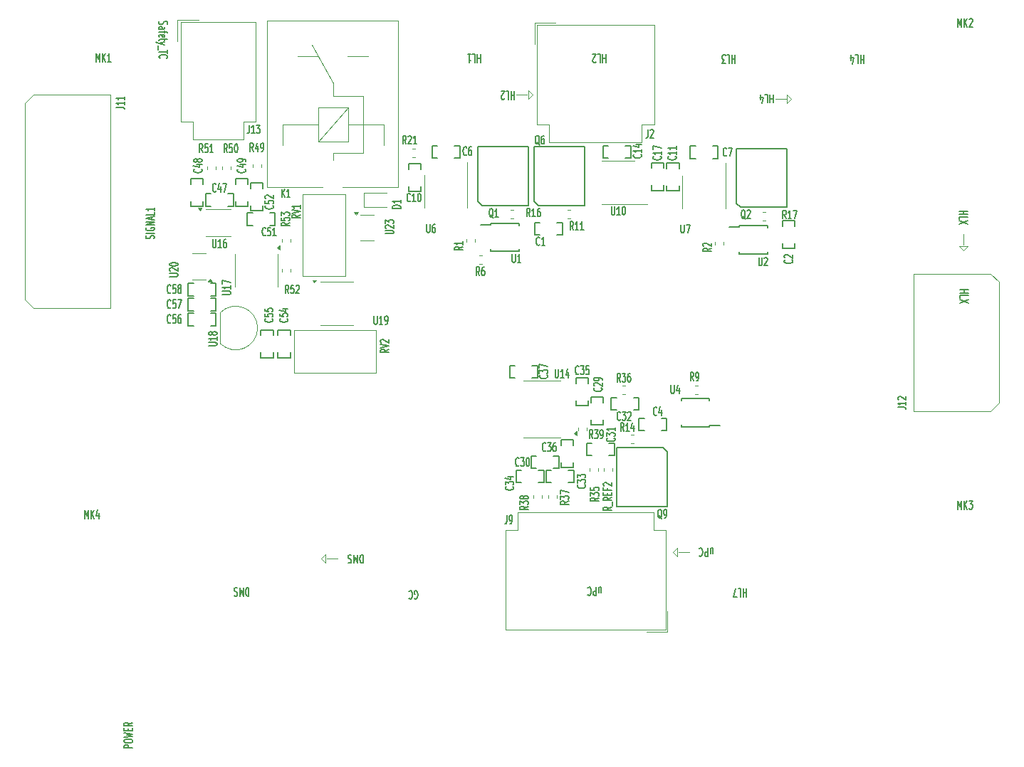
<source format=gbr>
%TF.GenerationSoftware,KiCad,Pcbnew,9.0.1*%
%TF.CreationDate,2025-06-09T14:31:37-07:00*%
%TF.ProjectId,chop-controller-heat-v2,63686f70-2d63-46f6-9e74-726f6c6c6572,rev?*%
%TF.SameCoordinates,Original*%
%TF.FileFunction,Legend,Top*%
%TF.FilePolarity,Positive*%
%FSLAX46Y46*%
G04 Gerber Fmt 4.6, Leading zero omitted, Abs format (unit mm)*
G04 Created by KiCad (PCBNEW 9.0.1) date 2025-06-09 14:31:37*
%MOMM*%
%LPD*%
G01*
G04 APERTURE LIST*
%ADD10C,0.120000*%
%ADD11C,0.153000*%
%ADD12C,0.150000*%
G04 APERTURE END LIST*
D10*
X146367638Y-58356523D02*
X145859638Y-58864523D01*
X145859638Y-58864523D02*
X145859638Y-57848523D01*
X121758600Y-113040800D02*
X121758600Y-114056800D01*
X197142238Y-76314323D02*
X198158238Y-76314323D01*
X197650238Y-76822323D02*
X197142238Y-76314323D01*
X163744800Y-112786800D02*
X165014800Y-112786800D01*
X197650238Y-76822323D02*
X198158238Y-76314323D01*
X146367638Y-58356523D02*
X145859638Y-57848523D01*
X121250600Y-113548800D02*
X121758600Y-113040800D01*
X163109800Y-112786800D02*
X163617800Y-113294800D01*
X145732638Y-58356523D02*
X144462638Y-58356523D01*
X163109800Y-112786800D02*
X163617800Y-112278800D01*
X163617800Y-112278800D02*
X163617800Y-113294800D01*
X177152438Y-58813723D02*
X176644438Y-58305723D01*
X176517438Y-58813723D02*
X175247438Y-58813723D01*
X121885600Y-113548800D02*
X123155600Y-113548800D01*
X176644438Y-59321723D02*
X176644438Y-58305723D01*
X177152438Y-58813723D02*
X176644438Y-59321723D01*
X197650238Y-76187323D02*
X197650238Y-74917323D01*
X121250600Y-113548800D02*
X121758600Y-114056800D01*
D11*
X154270009Y-117597003D02*
X154270009Y-116930336D01*
X154548581Y-117597003D02*
X154548581Y-117073194D01*
X154548581Y-117073194D02*
X154517628Y-116977956D01*
X154517628Y-116977956D02*
X154455723Y-116930336D01*
X154455723Y-116930336D02*
X154362866Y-116930336D01*
X154362866Y-116930336D02*
X154300962Y-116977956D01*
X154300962Y-116977956D02*
X154270009Y-117025575D01*
X153960486Y-116930336D02*
X153960486Y-117930336D01*
X153960486Y-117930336D02*
X153712867Y-117930336D01*
X153712867Y-117930336D02*
X153650962Y-117882717D01*
X153650962Y-117882717D02*
X153620009Y-117835098D01*
X153620009Y-117835098D02*
X153589057Y-117739860D01*
X153589057Y-117739860D02*
X153589057Y-117597003D01*
X153589057Y-117597003D02*
X153620009Y-117501765D01*
X153620009Y-117501765D02*
X153650962Y-117454146D01*
X153650962Y-117454146D02*
X153712867Y-117406527D01*
X153712867Y-117406527D02*
X153960486Y-117406527D01*
X152939057Y-117025575D02*
X152970009Y-116977956D01*
X152970009Y-116977956D02*
X153062867Y-116930336D01*
X153062867Y-116930336D02*
X153124771Y-116930336D01*
X153124771Y-116930336D02*
X153217628Y-116977956D01*
X153217628Y-116977956D02*
X153279533Y-117073194D01*
X153279533Y-117073194D02*
X153310486Y-117168432D01*
X153310486Y-117168432D02*
X153341438Y-117358908D01*
X153341438Y-117358908D02*
X153341438Y-117501765D01*
X153341438Y-117501765D02*
X153310486Y-117692241D01*
X153310486Y-117692241D02*
X153279533Y-117787479D01*
X153279533Y-117787479D02*
X153217628Y-117882717D01*
X153217628Y-117882717D02*
X153124771Y-117930336D01*
X153124771Y-117930336D02*
X153062867Y-117930336D01*
X153062867Y-117930336D02*
X152970009Y-117882717D01*
X152970009Y-117882717D02*
X152939057Y-117835098D01*
X174992019Y-58283659D02*
X174992019Y-59283659D01*
X174992019Y-58807469D02*
X174620590Y-58807469D01*
X174620590Y-58283659D02*
X174620590Y-59283659D01*
X174001543Y-58283659D02*
X174311067Y-58283659D01*
X174311067Y-58283659D02*
X174311067Y-59283659D01*
X173506305Y-58950326D02*
X173506305Y-58283659D01*
X173661067Y-59331279D02*
X173815829Y-58616993D01*
X173815829Y-58616993D02*
X173413448Y-58616993D01*
X197120174Y-72175541D02*
X198120174Y-72175541D01*
X197643984Y-72175541D02*
X197643984Y-72546970D01*
X197120174Y-72546970D02*
X198120174Y-72546970D01*
X197120174Y-73166017D02*
X197120174Y-72856493D01*
X197120174Y-72856493D02*
X198120174Y-72856493D01*
X198120174Y-73320779D02*
X197120174Y-73754112D01*
X198120174Y-73754112D02*
X197120174Y-73320779D01*
X167528809Y-112923403D02*
X167528809Y-112256736D01*
X167807381Y-112923403D02*
X167807381Y-112399594D01*
X167807381Y-112399594D02*
X167776428Y-112304356D01*
X167776428Y-112304356D02*
X167714523Y-112256736D01*
X167714523Y-112256736D02*
X167621666Y-112256736D01*
X167621666Y-112256736D02*
X167559762Y-112304356D01*
X167559762Y-112304356D02*
X167528809Y-112351975D01*
X167219286Y-112256736D02*
X167219286Y-113256736D01*
X167219286Y-113256736D02*
X166971667Y-113256736D01*
X166971667Y-113256736D02*
X166909762Y-113209117D01*
X166909762Y-113209117D02*
X166878809Y-113161498D01*
X166878809Y-113161498D02*
X166847857Y-113066260D01*
X166847857Y-113066260D02*
X166847857Y-112923403D01*
X166847857Y-112923403D02*
X166878809Y-112828165D01*
X166878809Y-112828165D02*
X166909762Y-112780546D01*
X166909762Y-112780546D02*
X166971667Y-112732927D01*
X166971667Y-112732927D02*
X167219286Y-112732927D01*
X166197857Y-112351975D02*
X166228809Y-112304356D01*
X166228809Y-112304356D02*
X166321667Y-112256736D01*
X166321667Y-112256736D02*
X166383571Y-112256736D01*
X166383571Y-112256736D02*
X166476428Y-112304356D01*
X166476428Y-112304356D02*
X166538333Y-112399594D01*
X166538333Y-112399594D02*
X166569286Y-112494832D01*
X166569286Y-112494832D02*
X166600238Y-112685308D01*
X166600238Y-112685308D02*
X166600238Y-112828165D01*
X166600238Y-112828165D02*
X166569286Y-113018641D01*
X166569286Y-113018641D02*
X166538333Y-113113879D01*
X166538333Y-113113879D02*
X166476428Y-113209117D01*
X166476428Y-113209117D02*
X166383571Y-113256736D01*
X166383571Y-113256736D02*
X166321667Y-113256736D01*
X166321667Y-113256736D02*
X166228809Y-113209117D01*
X166228809Y-113209117D02*
X166197857Y-113161498D01*
X98815501Y-136079104D02*
X97815501Y-136079104D01*
X97815501Y-136079104D02*
X97815501Y-135831485D01*
X97815501Y-135831485D02*
X97863120Y-135769580D01*
X97863120Y-135769580D02*
X97910739Y-135738627D01*
X97910739Y-135738627D02*
X98005977Y-135707675D01*
X98005977Y-135707675D02*
X98148834Y-135707675D01*
X98148834Y-135707675D02*
X98244072Y-135738627D01*
X98244072Y-135738627D02*
X98291691Y-135769580D01*
X98291691Y-135769580D02*
X98339310Y-135831485D01*
X98339310Y-135831485D02*
X98339310Y-136079104D01*
X97815501Y-135305294D02*
X97815501Y-135181485D01*
X97815501Y-135181485D02*
X97863120Y-135119580D01*
X97863120Y-135119580D02*
X97958358Y-135057675D01*
X97958358Y-135057675D02*
X98148834Y-135026723D01*
X98148834Y-135026723D02*
X98482167Y-135026723D01*
X98482167Y-135026723D02*
X98672643Y-135057675D01*
X98672643Y-135057675D02*
X98767882Y-135119580D01*
X98767882Y-135119580D02*
X98815501Y-135181485D01*
X98815501Y-135181485D02*
X98815501Y-135305294D01*
X98815501Y-135305294D02*
X98767882Y-135367199D01*
X98767882Y-135367199D02*
X98672643Y-135429104D01*
X98672643Y-135429104D02*
X98482167Y-135460056D01*
X98482167Y-135460056D02*
X98148834Y-135460056D01*
X98148834Y-135460056D02*
X97958358Y-135429104D01*
X97958358Y-135429104D02*
X97863120Y-135367199D01*
X97863120Y-135367199D02*
X97815501Y-135305294D01*
X97815501Y-134810056D02*
X98815501Y-134655294D01*
X98815501Y-134655294D02*
X98101215Y-134531485D01*
X98101215Y-134531485D02*
X98815501Y-134407675D01*
X98815501Y-134407675D02*
X97815501Y-134252914D01*
X98291691Y-134005295D02*
X98291691Y-133788628D01*
X98815501Y-133695771D02*
X98815501Y-134005295D01*
X98815501Y-134005295D02*
X97815501Y-134005295D01*
X97815501Y-134005295D02*
X97815501Y-133695771D01*
X98815501Y-133045771D02*
X98339310Y-133262438D01*
X98815501Y-133417200D02*
X97815501Y-133417200D01*
X97815501Y-133417200D02*
X97815501Y-133169581D01*
X97815501Y-133169581D02*
X97863120Y-133107676D01*
X97863120Y-133107676D02*
X97910739Y-133076723D01*
X97910739Y-133076723D02*
X98005977Y-133045771D01*
X98005977Y-133045771D02*
X98148834Y-133045771D01*
X98148834Y-133045771D02*
X98244072Y-133076723D01*
X98244072Y-133076723D02*
X98291691Y-133107676D01*
X98291691Y-133107676D02*
X98339310Y-133169581D01*
X98339310Y-133169581D02*
X98339310Y-133417200D01*
X140194019Y-53508459D02*
X140194019Y-54508459D01*
X140194019Y-54032269D02*
X139822590Y-54032269D01*
X139822590Y-53508459D02*
X139822590Y-54508459D01*
X139203543Y-53508459D02*
X139513067Y-53508459D01*
X139513067Y-53508459D02*
X139513067Y-54508459D01*
X138646400Y-53508459D02*
X139017829Y-53508459D01*
X138832115Y-53508459D02*
X138832115Y-54508459D01*
X138832115Y-54508459D02*
X138894019Y-54365602D01*
X138894019Y-54365602D02*
X138955924Y-54270364D01*
X138955924Y-54270364D02*
X139017829Y-54222745D01*
X144207219Y-57877259D02*
X144207219Y-58877259D01*
X144207219Y-58401069D02*
X143835790Y-58401069D01*
X143835790Y-57877259D02*
X143835790Y-58877259D01*
X143216743Y-57877259D02*
X143526267Y-57877259D01*
X143526267Y-57877259D02*
X143526267Y-58877259D01*
X143031029Y-58782021D02*
X143000077Y-58829640D01*
X143000077Y-58829640D02*
X142938172Y-58877259D01*
X142938172Y-58877259D02*
X142783410Y-58877259D01*
X142783410Y-58877259D02*
X142721505Y-58829640D01*
X142721505Y-58829640D02*
X142690553Y-58782021D01*
X142690553Y-58782021D02*
X142659600Y-58686783D01*
X142659600Y-58686783D02*
X142659600Y-58591545D01*
X142659600Y-58591545D02*
X142690553Y-58448688D01*
X142690553Y-58448688D02*
X143061981Y-57877259D01*
X143061981Y-57877259D02*
X142659600Y-57877259D01*
X170470819Y-53559259D02*
X170470819Y-54559259D01*
X170470819Y-54083069D02*
X170099390Y-54083069D01*
X170099390Y-53559259D02*
X170099390Y-54559259D01*
X169480343Y-53559259D02*
X169789867Y-53559259D01*
X169789867Y-53559259D02*
X169789867Y-54559259D01*
X169325581Y-54559259D02*
X168923200Y-54559259D01*
X168923200Y-54559259D02*
X169139867Y-54178307D01*
X169139867Y-54178307D02*
X169047010Y-54178307D01*
X169047010Y-54178307D02*
X168985105Y-54130688D01*
X168985105Y-54130688D02*
X168954153Y-54083069D01*
X168954153Y-54083069D02*
X168923200Y-53987831D01*
X168923200Y-53987831D02*
X168923200Y-53749736D01*
X168923200Y-53749736D02*
X168954153Y-53654498D01*
X168954153Y-53654498D02*
X168985105Y-53606879D01*
X168985105Y-53606879D02*
X169047010Y-53559259D01*
X169047010Y-53559259D02*
X169232724Y-53559259D01*
X169232724Y-53559259D02*
X169294629Y-53606879D01*
X169294629Y-53606879D02*
X169325581Y-53654498D01*
X185761619Y-53610059D02*
X185761619Y-54610059D01*
X185761619Y-54133869D02*
X185390190Y-54133869D01*
X185390190Y-53610059D02*
X185390190Y-54610059D01*
X184771143Y-53610059D02*
X185080667Y-53610059D01*
X185080667Y-53610059D02*
X185080667Y-54610059D01*
X184275905Y-54276726D02*
X184275905Y-53610059D01*
X184430667Y-54657679D02*
X184585429Y-53943393D01*
X184585429Y-53943393D02*
X184183048Y-53943393D01*
X132364104Y-118289117D02*
X132426009Y-118336736D01*
X132426009Y-118336736D02*
X132518866Y-118336736D01*
X132518866Y-118336736D02*
X132611723Y-118289117D01*
X132611723Y-118289117D02*
X132673628Y-118193879D01*
X132673628Y-118193879D02*
X132704581Y-118098641D01*
X132704581Y-118098641D02*
X132735533Y-117908165D01*
X132735533Y-117908165D02*
X132735533Y-117765308D01*
X132735533Y-117765308D02*
X132704581Y-117574832D01*
X132704581Y-117574832D02*
X132673628Y-117479594D01*
X132673628Y-117479594D02*
X132611723Y-117384356D01*
X132611723Y-117384356D02*
X132518866Y-117336736D01*
X132518866Y-117336736D02*
X132456962Y-117336736D01*
X132456962Y-117336736D02*
X132364104Y-117384356D01*
X132364104Y-117384356D02*
X132333152Y-117431975D01*
X132333152Y-117431975D02*
X132333152Y-117765308D01*
X132333152Y-117765308D02*
X132456962Y-117765308D01*
X131683152Y-117431975D02*
X131714104Y-117384356D01*
X131714104Y-117384356D02*
X131806962Y-117336736D01*
X131806962Y-117336736D02*
X131868866Y-117336736D01*
X131868866Y-117336736D02*
X131961723Y-117384356D01*
X131961723Y-117384356D02*
X132023628Y-117479594D01*
X132023628Y-117479594D02*
X132054581Y-117574832D01*
X132054581Y-117574832D02*
X132085533Y-117765308D01*
X132085533Y-117765308D02*
X132085533Y-117908165D01*
X132085533Y-117908165D02*
X132054581Y-118098641D01*
X132054581Y-118098641D02*
X132023628Y-118193879D01*
X132023628Y-118193879D02*
X131961723Y-118289117D01*
X131961723Y-118289117D02*
X131868866Y-118336736D01*
X131868866Y-118336736D02*
X131806962Y-118336736D01*
X131806962Y-118336736D02*
X131714104Y-118289117D01*
X131714104Y-118289117D02*
X131683152Y-118241498D01*
X101358682Y-75454856D02*
X101406301Y-75361999D01*
X101406301Y-75361999D02*
X101406301Y-75207237D01*
X101406301Y-75207237D02*
X101358682Y-75145332D01*
X101358682Y-75145332D02*
X101311062Y-75114380D01*
X101311062Y-75114380D02*
X101215824Y-75083427D01*
X101215824Y-75083427D02*
X101120586Y-75083427D01*
X101120586Y-75083427D02*
X101025348Y-75114380D01*
X101025348Y-75114380D02*
X100977729Y-75145332D01*
X100977729Y-75145332D02*
X100930110Y-75207237D01*
X100930110Y-75207237D02*
X100882491Y-75331046D01*
X100882491Y-75331046D02*
X100834872Y-75392951D01*
X100834872Y-75392951D02*
X100787253Y-75423904D01*
X100787253Y-75423904D02*
X100692015Y-75454856D01*
X100692015Y-75454856D02*
X100596777Y-75454856D01*
X100596777Y-75454856D02*
X100501539Y-75423904D01*
X100501539Y-75423904D02*
X100453920Y-75392951D01*
X100453920Y-75392951D02*
X100406301Y-75331046D01*
X100406301Y-75331046D02*
X100406301Y-75176285D01*
X100406301Y-75176285D02*
X100453920Y-75083427D01*
X101406301Y-74804856D02*
X100406301Y-74804856D01*
X100453920Y-74154855D02*
X100406301Y-74216760D01*
X100406301Y-74216760D02*
X100406301Y-74309617D01*
X100406301Y-74309617D02*
X100453920Y-74402474D01*
X100453920Y-74402474D02*
X100549158Y-74464379D01*
X100549158Y-74464379D02*
X100644396Y-74495332D01*
X100644396Y-74495332D02*
X100834872Y-74526284D01*
X100834872Y-74526284D02*
X100977729Y-74526284D01*
X100977729Y-74526284D02*
X101168205Y-74495332D01*
X101168205Y-74495332D02*
X101263443Y-74464379D01*
X101263443Y-74464379D02*
X101358682Y-74402474D01*
X101358682Y-74402474D02*
X101406301Y-74309617D01*
X101406301Y-74309617D02*
X101406301Y-74247713D01*
X101406301Y-74247713D02*
X101358682Y-74154855D01*
X101358682Y-74154855D02*
X101311062Y-74123903D01*
X101311062Y-74123903D02*
X100977729Y-74123903D01*
X100977729Y-74123903D02*
X100977729Y-74247713D01*
X101406301Y-73845332D02*
X100406301Y-73845332D01*
X100406301Y-73845332D02*
X101406301Y-73473903D01*
X101406301Y-73473903D02*
X100406301Y-73473903D01*
X101120586Y-73195332D02*
X101120586Y-72885808D01*
X101406301Y-73257237D02*
X100406301Y-73040570D01*
X100406301Y-73040570D02*
X101406301Y-72823903D01*
X101406301Y-72297713D02*
X101406301Y-72607237D01*
X101406301Y-72607237D02*
X100406301Y-72607237D01*
X101406301Y-71740570D02*
X101406301Y-72111999D01*
X101406301Y-71926285D02*
X100406301Y-71926285D01*
X100406301Y-71926285D02*
X100549158Y-71988189D01*
X100549158Y-71988189D02*
X100644396Y-72050094D01*
X100644396Y-72050094D02*
X100692015Y-72111999D01*
X102019394Y-49589389D02*
X101971774Y-49682246D01*
X101971774Y-49682246D02*
X101971774Y-49837008D01*
X101971774Y-49837008D02*
X102019394Y-49898913D01*
X102019394Y-49898913D02*
X102067013Y-49929865D01*
X102067013Y-49929865D02*
X102162251Y-49960818D01*
X102162251Y-49960818D02*
X102257489Y-49960818D01*
X102257489Y-49960818D02*
X102352727Y-49929865D01*
X102352727Y-49929865D02*
X102400346Y-49898913D01*
X102400346Y-49898913D02*
X102447965Y-49837008D01*
X102447965Y-49837008D02*
X102495584Y-49713199D01*
X102495584Y-49713199D02*
X102543203Y-49651294D01*
X102543203Y-49651294D02*
X102590822Y-49620341D01*
X102590822Y-49620341D02*
X102686060Y-49589389D01*
X102686060Y-49589389D02*
X102781298Y-49589389D01*
X102781298Y-49589389D02*
X102876536Y-49620341D01*
X102876536Y-49620341D02*
X102924155Y-49651294D01*
X102924155Y-49651294D02*
X102971774Y-49713199D01*
X102971774Y-49713199D02*
X102971774Y-49867960D01*
X102971774Y-49867960D02*
X102924155Y-49960818D01*
X101971774Y-50517961D02*
X102495584Y-50517961D01*
X102495584Y-50517961D02*
X102590822Y-50487008D01*
X102590822Y-50487008D02*
X102638441Y-50425104D01*
X102638441Y-50425104D02*
X102638441Y-50301294D01*
X102638441Y-50301294D02*
X102590822Y-50239389D01*
X102019394Y-50517961D02*
X101971774Y-50456056D01*
X101971774Y-50456056D02*
X101971774Y-50301294D01*
X101971774Y-50301294D02*
X102019394Y-50239389D01*
X102019394Y-50239389D02*
X102114632Y-50208437D01*
X102114632Y-50208437D02*
X102209870Y-50208437D01*
X102209870Y-50208437D02*
X102305108Y-50239389D01*
X102305108Y-50239389D02*
X102352727Y-50301294D01*
X102352727Y-50301294D02*
X102352727Y-50456056D01*
X102352727Y-50456056D02*
X102400346Y-50517961D01*
X102638441Y-50734627D02*
X102638441Y-50982246D01*
X101971774Y-50827484D02*
X102828917Y-50827484D01*
X102828917Y-50827484D02*
X102924155Y-50858437D01*
X102924155Y-50858437D02*
X102971774Y-50920342D01*
X102971774Y-50920342D02*
X102971774Y-50982246D01*
X102019394Y-51446532D02*
X101971774Y-51384628D01*
X101971774Y-51384628D02*
X101971774Y-51260818D01*
X101971774Y-51260818D02*
X102019394Y-51198913D01*
X102019394Y-51198913D02*
X102114632Y-51167961D01*
X102114632Y-51167961D02*
X102495584Y-51167961D01*
X102495584Y-51167961D02*
X102590822Y-51198913D01*
X102590822Y-51198913D02*
X102638441Y-51260818D01*
X102638441Y-51260818D02*
X102638441Y-51384628D01*
X102638441Y-51384628D02*
X102590822Y-51446532D01*
X102590822Y-51446532D02*
X102495584Y-51477485D01*
X102495584Y-51477485D02*
X102400346Y-51477485D01*
X102400346Y-51477485D02*
X102305108Y-51167961D01*
X102638441Y-51663199D02*
X102638441Y-51910818D01*
X102971774Y-51756056D02*
X102114632Y-51756056D01*
X102114632Y-51756056D02*
X102019394Y-51787009D01*
X102019394Y-51787009D02*
X101971774Y-51848914D01*
X101971774Y-51848914D02*
X101971774Y-51910818D01*
X102638441Y-52065581D02*
X101971774Y-52220343D01*
X102638441Y-52375104D02*
X101971774Y-52220343D01*
X101971774Y-52220343D02*
X101733679Y-52158438D01*
X101733679Y-52158438D02*
X101686060Y-52127485D01*
X101686060Y-52127485D02*
X101638441Y-52065581D01*
X101876536Y-52467962D02*
X101876536Y-52963200D01*
X102971774Y-53025104D02*
X102971774Y-53396533D01*
X101971774Y-53210819D02*
X102971774Y-53210819D01*
X102067013Y-53984628D02*
X102019394Y-53953676D01*
X102019394Y-53953676D02*
X101971774Y-53860818D01*
X101971774Y-53860818D02*
X101971774Y-53798914D01*
X101971774Y-53798914D02*
X102019394Y-53706057D01*
X102019394Y-53706057D02*
X102114632Y-53644152D01*
X102114632Y-53644152D02*
X102209870Y-53613199D01*
X102209870Y-53613199D02*
X102400346Y-53582247D01*
X102400346Y-53582247D02*
X102543203Y-53582247D01*
X102543203Y-53582247D02*
X102733679Y-53613199D01*
X102733679Y-53613199D02*
X102828917Y-53644152D01*
X102828917Y-53644152D02*
X102924155Y-53706057D01*
X102924155Y-53706057D02*
X102971774Y-53798914D01*
X102971774Y-53798914D02*
X102971774Y-53860818D01*
X102971774Y-53860818D02*
X102924155Y-53953676D01*
X102924155Y-53953676D02*
X102876536Y-53984628D01*
X126202181Y-113069536D02*
X126202181Y-114069536D01*
X126202181Y-114069536D02*
X126047419Y-114069536D01*
X126047419Y-114069536D02*
X125954562Y-114021917D01*
X125954562Y-114021917D02*
X125892657Y-113926679D01*
X125892657Y-113926679D02*
X125861704Y-113831441D01*
X125861704Y-113831441D02*
X125830752Y-113640965D01*
X125830752Y-113640965D02*
X125830752Y-113498108D01*
X125830752Y-113498108D02*
X125861704Y-113307632D01*
X125861704Y-113307632D02*
X125892657Y-113212394D01*
X125892657Y-113212394D02*
X125954562Y-113117156D01*
X125954562Y-113117156D02*
X126047419Y-113069536D01*
X126047419Y-113069536D02*
X126202181Y-113069536D01*
X125552181Y-113069536D02*
X125552181Y-114069536D01*
X125552181Y-114069536D02*
X125335514Y-113355251D01*
X125335514Y-113355251D02*
X125118847Y-114069536D01*
X125118847Y-114069536D02*
X125118847Y-113069536D01*
X124840276Y-113117156D02*
X124747419Y-113069536D01*
X124747419Y-113069536D02*
X124592657Y-113069536D01*
X124592657Y-113069536D02*
X124530752Y-113117156D01*
X124530752Y-113117156D02*
X124499800Y-113164775D01*
X124499800Y-113164775D02*
X124468847Y-113260013D01*
X124468847Y-113260013D02*
X124468847Y-113355251D01*
X124468847Y-113355251D02*
X124499800Y-113450489D01*
X124499800Y-113450489D02*
X124530752Y-113498108D01*
X124530752Y-113498108D02*
X124592657Y-113545727D01*
X124592657Y-113545727D02*
X124716466Y-113593346D01*
X124716466Y-113593346D02*
X124778371Y-113640965D01*
X124778371Y-113640965D02*
X124809324Y-113688584D01*
X124809324Y-113688584D02*
X124840276Y-113783822D01*
X124840276Y-113783822D02*
X124840276Y-113879060D01*
X124840276Y-113879060D02*
X124809324Y-113974298D01*
X124809324Y-113974298D02*
X124778371Y-114021917D01*
X124778371Y-114021917D02*
X124716466Y-114069536D01*
X124716466Y-114069536D02*
X124561705Y-114069536D01*
X124561705Y-114069536D02*
X124468847Y-114021917D01*
X197170974Y-81555418D02*
X198170974Y-81555418D01*
X197694784Y-81555418D02*
X197694784Y-81926847D01*
X197170974Y-81926847D02*
X198170974Y-81926847D01*
X197170974Y-82545894D02*
X197170974Y-82236370D01*
X197170974Y-82236370D02*
X198170974Y-82236370D01*
X198170974Y-82700656D02*
X197170974Y-83133989D01*
X198170974Y-83133989D02*
X197170974Y-82700656D01*
X171820581Y-117082736D02*
X171820581Y-118082736D01*
X171820581Y-117606546D02*
X171449152Y-117606546D01*
X171449152Y-117082736D02*
X171449152Y-118082736D01*
X170830105Y-117082736D02*
X171139629Y-117082736D01*
X171139629Y-117082736D02*
X171139629Y-118082736D01*
X170675343Y-118082736D02*
X170242010Y-118082736D01*
X170242010Y-118082736D02*
X170520581Y-117082736D01*
X155078419Y-53508459D02*
X155078419Y-54508459D01*
X155078419Y-54032269D02*
X154706990Y-54032269D01*
X154706990Y-53508459D02*
X154706990Y-54508459D01*
X154087943Y-53508459D02*
X154397467Y-53508459D01*
X154397467Y-53508459D02*
X154397467Y-54508459D01*
X153902229Y-54413221D02*
X153871277Y-54460840D01*
X153871277Y-54460840D02*
X153809372Y-54508459D01*
X153809372Y-54508459D02*
X153654610Y-54508459D01*
X153654610Y-54508459D02*
X153592705Y-54460840D01*
X153592705Y-54460840D02*
X153561753Y-54413221D01*
X153561753Y-54413221D02*
X153530800Y-54317983D01*
X153530800Y-54317983D02*
X153530800Y-54222745D01*
X153530800Y-54222745D02*
X153561753Y-54079888D01*
X153561753Y-54079888D02*
X153933181Y-53508459D01*
X153933181Y-53508459D02*
X153530800Y-53508459D01*
X112638581Y-116981136D02*
X112638581Y-117981136D01*
X112638581Y-117981136D02*
X112483819Y-117981136D01*
X112483819Y-117981136D02*
X112390962Y-117933517D01*
X112390962Y-117933517D02*
X112329057Y-117838279D01*
X112329057Y-117838279D02*
X112298104Y-117743041D01*
X112298104Y-117743041D02*
X112267152Y-117552565D01*
X112267152Y-117552565D02*
X112267152Y-117409708D01*
X112267152Y-117409708D02*
X112298104Y-117219232D01*
X112298104Y-117219232D02*
X112329057Y-117123994D01*
X112329057Y-117123994D02*
X112390962Y-117028756D01*
X112390962Y-117028756D02*
X112483819Y-116981136D01*
X112483819Y-116981136D02*
X112638581Y-116981136D01*
X111988581Y-116981136D02*
X111988581Y-117981136D01*
X111988581Y-117981136D02*
X111771914Y-117266851D01*
X111771914Y-117266851D02*
X111555247Y-117981136D01*
X111555247Y-117981136D02*
X111555247Y-116981136D01*
X111276676Y-117028756D02*
X111183819Y-116981136D01*
X111183819Y-116981136D02*
X111029057Y-116981136D01*
X111029057Y-116981136D02*
X110967152Y-117028756D01*
X110967152Y-117028756D02*
X110936200Y-117076375D01*
X110936200Y-117076375D02*
X110905247Y-117171613D01*
X110905247Y-117171613D02*
X110905247Y-117266851D01*
X110905247Y-117266851D02*
X110936200Y-117362089D01*
X110936200Y-117362089D02*
X110967152Y-117409708D01*
X110967152Y-117409708D02*
X111029057Y-117457327D01*
X111029057Y-117457327D02*
X111152866Y-117504946D01*
X111152866Y-117504946D02*
X111214771Y-117552565D01*
X111214771Y-117552565D02*
X111245724Y-117600184D01*
X111245724Y-117600184D02*
X111276676Y-117695422D01*
X111276676Y-117695422D02*
X111276676Y-117790660D01*
X111276676Y-117790660D02*
X111245724Y-117885898D01*
X111245724Y-117885898D02*
X111214771Y-117933517D01*
X111214771Y-117933517D02*
X111152866Y-117981136D01*
X111152866Y-117981136D02*
X110998105Y-117981136D01*
X110998105Y-117981136D02*
X110905247Y-117933517D01*
X162843161Y-92886663D02*
X162843161Y-93696186D01*
X162843161Y-93696186D02*
X162874114Y-93791424D01*
X162874114Y-93791424D02*
X162905066Y-93839044D01*
X162905066Y-93839044D02*
X162966971Y-93886663D01*
X162966971Y-93886663D02*
X163090780Y-93886663D01*
X163090780Y-93886663D02*
X163152685Y-93839044D01*
X163152685Y-93839044D02*
X163183638Y-93791424D01*
X163183638Y-93791424D02*
X163214590Y-93696186D01*
X163214590Y-93696186D02*
X163214590Y-92886663D01*
X163802685Y-93219996D02*
X163802685Y-93886663D01*
X163647923Y-92839044D02*
X163493161Y-93553329D01*
X163493161Y-93553329D02*
X163895542Y-93553329D01*
X160108133Y-62446663D02*
X160108133Y-63160948D01*
X160108133Y-63160948D02*
X160077180Y-63303805D01*
X160077180Y-63303805D02*
X160015276Y-63399044D01*
X160015276Y-63399044D02*
X159922418Y-63446663D01*
X159922418Y-63446663D02*
X159860514Y-63446663D01*
X160386704Y-62541901D02*
X160417656Y-62494282D01*
X160417656Y-62494282D02*
X160479561Y-62446663D01*
X160479561Y-62446663D02*
X160634323Y-62446663D01*
X160634323Y-62446663D02*
X160696228Y-62494282D01*
X160696228Y-62494282D02*
X160727180Y-62541901D01*
X160727180Y-62541901D02*
X160758133Y-62637139D01*
X160758133Y-62637139D02*
X160758133Y-62732377D01*
X160758133Y-62732377D02*
X160727180Y-62875234D01*
X160727180Y-62875234D02*
X160355752Y-63446663D01*
X160355752Y-63446663D02*
X160758133Y-63446663D01*
X143309733Y-108380663D02*
X143309733Y-109094948D01*
X143309733Y-109094948D02*
X143278780Y-109237805D01*
X143278780Y-109237805D02*
X143216876Y-109333044D01*
X143216876Y-109333044D02*
X143124018Y-109380663D01*
X143124018Y-109380663D02*
X143062114Y-109380663D01*
X143650209Y-109380663D02*
X143774018Y-109380663D01*
X143774018Y-109380663D02*
X143835923Y-109333044D01*
X143835923Y-109333044D02*
X143866875Y-109285424D01*
X143866875Y-109285424D02*
X143928780Y-109142567D01*
X143928780Y-109142567D02*
X143959733Y-108952091D01*
X143959733Y-108952091D02*
X143959733Y-108571139D01*
X143959733Y-108571139D02*
X143928780Y-108475901D01*
X143928780Y-108475901D02*
X143897828Y-108428282D01*
X143897828Y-108428282D02*
X143835923Y-108380663D01*
X143835923Y-108380663D02*
X143712114Y-108380663D01*
X143712114Y-108380663D02*
X143650209Y-108428282D01*
X143650209Y-108428282D02*
X143619256Y-108475901D01*
X143619256Y-108475901D02*
X143588304Y-108571139D01*
X143588304Y-108571139D02*
X143588304Y-108809234D01*
X143588304Y-108809234D02*
X143619256Y-108904472D01*
X143619256Y-108904472D02*
X143650209Y-108952091D01*
X143650209Y-108952091D02*
X143712114Y-108999710D01*
X143712114Y-108999710D02*
X143835923Y-108999710D01*
X143835923Y-108999710D02*
X143897828Y-108952091D01*
X143897828Y-108952091D02*
X143928780Y-108904472D01*
X143928780Y-108904472D02*
X143959733Y-108809234D01*
X96844063Y-59804190D02*
X97558348Y-59804190D01*
X97558348Y-59804190D02*
X97701205Y-59835143D01*
X97701205Y-59835143D02*
X97796444Y-59897047D01*
X97796444Y-59897047D02*
X97844063Y-59989905D01*
X97844063Y-59989905D02*
X97844063Y-60051809D01*
X97844063Y-59154190D02*
X97844063Y-59525619D01*
X97844063Y-59339905D02*
X96844063Y-59339905D01*
X96844063Y-59339905D02*
X96986920Y-59401809D01*
X96986920Y-59401809D02*
X97082158Y-59463714D01*
X97082158Y-59463714D02*
X97129777Y-59525619D01*
X97844063Y-58535142D02*
X97844063Y-58906571D01*
X97844063Y-58720857D02*
X96844063Y-58720857D01*
X96844063Y-58720857D02*
X96986920Y-58782761D01*
X96986920Y-58782761D02*
X97082158Y-58844666D01*
X97082158Y-58844666D02*
X97129777Y-58906571D01*
X189789063Y-95514390D02*
X190503348Y-95514390D01*
X190503348Y-95514390D02*
X190646205Y-95545343D01*
X190646205Y-95545343D02*
X190741444Y-95607247D01*
X190741444Y-95607247D02*
X190789063Y-95700105D01*
X190789063Y-95700105D02*
X190789063Y-95762009D01*
X190789063Y-94864390D02*
X190789063Y-95235819D01*
X190789063Y-95050105D02*
X189789063Y-95050105D01*
X189789063Y-95050105D02*
X189931920Y-95112009D01*
X189931920Y-95112009D02*
X190027158Y-95173914D01*
X190027158Y-95173914D02*
X190074777Y-95235819D01*
X189884301Y-94616771D02*
X189836682Y-94585819D01*
X189836682Y-94585819D02*
X189789063Y-94523914D01*
X189789063Y-94523914D02*
X189789063Y-94369152D01*
X189789063Y-94369152D02*
X189836682Y-94307247D01*
X189836682Y-94307247D02*
X189884301Y-94276295D01*
X189884301Y-94276295D02*
X189979539Y-94245342D01*
X189979539Y-94245342D02*
X190074777Y-94245342D01*
X190074777Y-94245342D02*
X190217634Y-94276295D01*
X190217634Y-94276295D02*
X190789063Y-94647723D01*
X190789063Y-94647723D02*
X190789063Y-94245342D01*
X112694447Y-61925986D02*
X112694447Y-62640271D01*
X112694447Y-62640271D02*
X112663494Y-62783128D01*
X112663494Y-62783128D02*
X112601590Y-62878367D01*
X112601590Y-62878367D02*
X112508732Y-62925986D01*
X112508732Y-62925986D02*
X112446828Y-62925986D01*
X113344447Y-62925986D02*
X112973018Y-62925986D01*
X113158732Y-62925986D02*
X113158732Y-61925986D01*
X113158732Y-61925986D02*
X113096828Y-62068843D01*
X113096828Y-62068843D02*
X113034923Y-62164081D01*
X113034923Y-62164081D02*
X112973018Y-62211700D01*
X113561114Y-61925986D02*
X113963495Y-61925986D01*
X113963495Y-61925986D02*
X113746828Y-62306938D01*
X113746828Y-62306938D02*
X113839685Y-62306938D01*
X113839685Y-62306938D02*
X113901590Y-62354557D01*
X113901590Y-62354557D02*
X113932542Y-62402176D01*
X113932542Y-62402176D02*
X113963495Y-62497414D01*
X113963495Y-62497414D02*
X113963495Y-62735509D01*
X113963495Y-62735509D02*
X113932542Y-62830747D01*
X113932542Y-62830747D02*
X113901590Y-62878367D01*
X113901590Y-62878367D02*
X113839685Y-62925986D01*
X113839685Y-62925986D02*
X113653971Y-62925986D01*
X113653971Y-62925986D02*
X113592066Y-62878367D01*
X113592066Y-62878367D02*
X113561114Y-62830747D01*
X94500409Y-54404263D02*
X94500409Y-53404263D01*
X94500409Y-53404263D02*
X94717076Y-54118548D01*
X94717076Y-54118548D02*
X94933743Y-53404263D01*
X94933743Y-53404263D02*
X94933743Y-54404263D01*
X95243266Y-54404263D02*
X95243266Y-53404263D01*
X95614695Y-54404263D02*
X95336124Y-53832834D01*
X95614695Y-53404263D02*
X95243266Y-53975691D01*
X96233743Y-54404263D02*
X95862314Y-54404263D01*
X96048028Y-54404263D02*
X96048028Y-53404263D01*
X96048028Y-53404263D02*
X95986124Y-53547120D01*
X95986124Y-53547120D02*
X95924219Y-53642358D01*
X95924219Y-53642358D02*
X95862314Y-53689977D01*
X196942409Y-50276663D02*
X196942409Y-49276663D01*
X196942409Y-49276663D02*
X197159076Y-49990948D01*
X197159076Y-49990948D02*
X197375743Y-49276663D01*
X197375743Y-49276663D02*
X197375743Y-50276663D01*
X197685266Y-50276663D02*
X197685266Y-49276663D01*
X198056695Y-50276663D02*
X197778124Y-49705234D01*
X198056695Y-49276663D02*
X197685266Y-49848091D01*
X198304314Y-49371901D02*
X198335266Y-49324282D01*
X198335266Y-49324282D02*
X198397171Y-49276663D01*
X198397171Y-49276663D02*
X198551933Y-49276663D01*
X198551933Y-49276663D02*
X198613838Y-49324282D01*
X198613838Y-49324282D02*
X198644790Y-49371901D01*
X198644790Y-49371901D02*
X198675743Y-49467139D01*
X198675743Y-49467139D02*
X198675743Y-49562377D01*
X198675743Y-49562377D02*
X198644790Y-49705234D01*
X198644790Y-49705234D02*
X198273362Y-50276663D01*
X198273362Y-50276663D02*
X198675743Y-50276663D01*
X196942409Y-107641663D02*
X196942409Y-106641663D01*
X196942409Y-106641663D02*
X197159076Y-107355948D01*
X197159076Y-107355948D02*
X197375743Y-106641663D01*
X197375743Y-106641663D02*
X197375743Y-107641663D01*
X197685266Y-107641663D02*
X197685266Y-106641663D01*
X198056695Y-107641663D02*
X197778124Y-107070234D01*
X198056695Y-106641663D02*
X197685266Y-107213091D01*
X198273362Y-106641663D02*
X198675743Y-106641663D01*
X198675743Y-106641663D02*
X198459076Y-107022615D01*
X198459076Y-107022615D02*
X198551933Y-107022615D01*
X198551933Y-107022615D02*
X198613838Y-107070234D01*
X198613838Y-107070234D02*
X198644790Y-107117853D01*
X198644790Y-107117853D02*
X198675743Y-107213091D01*
X198675743Y-107213091D02*
X198675743Y-107451186D01*
X198675743Y-107451186D02*
X198644790Y-107546424D01*
X198644790Y-107546424D02*
X198613838Y-107594044D01*
X198613838Y-107594044D02*
X198551933Y-107641663D01*
X198551933Y-107641663D02*
X198366219Y-107641663D01*
X198366219Y-107641663D02*
X198304314Y-107594044D01*
X198304314Y-107594044D02*
X198273362Y-107546424D01*
X93128809Y-108764463D02*
X93128809Y-107764463D01*
X93128809Y-107764463D02*
X93345476Y-108478748D01*
X93345476Y-108478748D02*
X93562143Y-107764463D01*
X93562143Y-107764463D02*
X93562143Y-108764463D01*
X93871666Y-108764463D02*
X93871666Y-107764463D01*
X94243095Y-108764463D02*
X93964524Y-108193034D01*
X94243095Y-107764463D02*
X93871666Y-108335891D01*
X94800238Y-108097796D02*
X94800238Y-108764463D01*
X94645476Y-107716844D02*
X94490714Y-108431129D01*
X94490714Y-108431129D02*
X94893095Y-108431129D01*
X173291399Y-77678736D02*
X173291399Y-78488259D01*
X173291399Y-78488259D02*
X173322352Y-78583497D01*
X173322352Y-78583497D02*
X173353304Y-78631117D01*
X173353304Y-78631117D02*
X173415209Y-78678736D01*
X173415209Y-78678736D02*
X173539018Y-78678736D01*
X173539018Y-78678736D02*
X173600923Y-78631117D01*
X173600923Y-78631117D02*
X173631876Y-78583497D01*
X173631876Y-78583497D02*
X173662828Y-78488259D01*
X173662828Y-78488259D02*
X173662828Y-77678736D01*
X173941399Y-77773974D02*
X173972351Y-77726355D01*
X173972351Y-77726355D02*
X174034256Y-77678736D01*
X174034256Y-77678736D02*
X174189018Y-77678736D01*
X174189018Y-77678736D02*
X174250923Y-77726355D01*
X174250923Y-77726355D02*
X174281875Y-77773974D01*
X174281875Y-77773974D02*
X174312828Y-77869212D01*
X174312828Y-77869212D02*
X174312828Y-77964450D01*
X174312828Y-77964450D02*
X174281875Y-78107307D01*
X174281875Y-78107307D02*
X173910447Y-78678736D01*
X173910447Y-78678736D02*
X174312828Y-78678736D01*
X176518542Y-73085986D02*
X176301875Y-72609795D01*
X176147113Y-73085986D02*
X176147113Y-72085986D01*
X176147113Y-72085986D02*
X176394732Y-72085986D01*
X176394732Y-72085986D02*
X176456637Y-72133605D01*
X176456637Y-72133605D02*
X176487590Y-72181224D01*
X176487590Y-72181224D02*
X176518542Y-72276462D01*
X176518542Y-72276462D02*
X176518542Y-72419319D01*
X176518542Y-72419319D02*
X176487590Y-72514557D01*
X176487590Y-72514557D02*
X176456637Y-72562176D01*
X176456637Y-72562176D02*
X176394732Y-72609795D01*
X176394732Y-72609795D02*
X176147113Y-72609795D01*
X177137590Y-73085986D02*
X176766161Y-73085986D01*
X176951875Y-73085986D02*
X176951875Y-72085986D01*
X176951875Y-72085986D02*
X176889971Y-72228843D01*
X176889971Y-72228843D02*
X176828066Y-72324081D01*
X176828066Y-72324081D02*
X176766161Y-72371700D01*
X177354257Y-72085986D02*
X177787590Y-72085986D01*
X177787590Y-72085986D02*
X177509019Y-73085986D01*
X147934542Y-100649424D02*
X147903590Y-100697044D01*
X147903590Y-100697044D02*
X147810732Y-100744663D01*
X147810732Y-100744663D02*
X147748828Y-100744663D01*
X147748828Y-100744663D02*
X147655971Y-100697044D01*
X147655971Y-100697044D02*
X147594066Y-100601805D01*
X147594066Y-100601805D02*
X147563113Y-100506567D01*
X147563113Y-100506567D02*
X147532161Y-100316091D01*
X147532161Y-100316091D02*
X147532161Y-100173234D01*
X147532161Y-100173234D02*
X147563113Y-99982758D01*
X147563113Y-99982758D02*
X147594066Y-99887520D01*
X147594066Y-99887520D02*
X147655971Y-99792282D01*
X147655971Y-99792282D02*
X147748828Y-99744663D01*
X147748828Y-99744663D02*
X147810732Y-99744663D01*
X147810732Y-99744663D02*
X147903590Y-99792282D01*
X147903590Y-99792282D02*
X147934542Y-99839901D01*
X148151209Y-99744663D02*
X148553590Y-99744663D01*
X148553590Y-99744663D02*
X148336923Y-100125615D01*
X148336923Y-100125615D02*
X148429780Y-100125615D01*
X148429780Y-100125615D02*
X148491685Y-100173234D01*
X148491685Y-100173234D02*
X148522637Y-100220853D01*
X148522637Y-100220853D02*
X148553590Y-100316091D01*
X148553590Y-100316091D02*
X148553590Y-100554186D01*
X148553590Y-100554186D02*
X148522637Y-100649424D01*
X148522637Y-100649424D02*
X148491685Y-100697044D01*
X148491685Y-100697044D02*
X148429780Y-100744663D01*
X148429780Y-100744663D02*
X148244066Y-100744663D01*
X148244066Y-100744663D02*
X148182161Y-100697044D01*
X148182161Y-100697044D02*
X148151209Y-100649424D01*
X149110733Y-99744663D02*
X148986923Y-99744663D01*
X148986923Y-99744663D02*
X148925019Y-99792282D01*
X148925019Y-99792282D02*
X148894066Y-99839901D01*
X148894066Y-99839901D02*
X148832161Y-99982758D01*
X148832161Y-99982758D02*
X148801209Y-100173234D01*
X148801209Y-100173234D02*
X148801209Y-100554186D01*
X148801209Y-100554186D02*
X148832161Y-100649424D01*
X148832161Y-100649424D02*
X148863114Y-100697044D01*
X148863114Y-100697044D02*
X148925019Y-100744663D01*
X148925019Y-100744663D02*
X149048828Y-100744663D01*
X149048828Y-100744663D02*
X149110733Y-100697044D01*
X149110733Y-100697044D02*
X149141685Y-100649424D01*
X149141685Y-100649424D02*
X149172638Y-100554186D01*
X149172638Y-100554186D02*
X149172638Y-100316091D01*
X149172638Y-100316091D02*
X149141685Y-100220853D01*
X149141685Y-100220853D02*
X149110733Y-100173234D01*
X149110733Y-100173234D02*
X149048828Y-100125615D01*
X149048828Y-100125615D02*
X148925019Y-100125615D01*
X148925019Y-100125615D02*
X148863114Y-100173234D01*
X148863114Y-100173234D02*
X148832161Y-100220853D01*
X148832161Y-100220853D02*
X148801209Y-100316091D01*
X151220142Y-74419463D02*
X151003475Y-73943272D01*
X150848713Y-74419463D02*
X150848713Y-73419463D01*
X150848713Y-73419463D02*
X151096332Y-73419463D01*
X151096332Y-73419463D02*
X151158237Y-73467082D01*
X151158237Y-73467082D02*
X151189190Y-73514701D01*
X151189190Y-73514701D02*
X151220142Y-73609939D01*
X151220142Y-73609939D02*
X151220142Y-73752796D01*
X151220142Y-73752796D02*
X151189190Y-73848034D01*
X151189190Y-73848034D02*
X151158237Y-73895653D01*
X151158237Y-73895653D02*
X151096332Y-73943272D01*
X151096332Y-73943272D02*
X150848713Y-73943272D01*
X151839190Y-74419463D02*
X151467761Y-74419463D01*
X151653475Y-74419463D02*
X151653475Y-73419463D01*
X151653475Y-73419463D02*
X151591571Y-73562320D01*
X151591571Y-73562320D02*
X151529666Y-73657558D01*
X151529666Y-73657558D02*
X151467761Y-73705177D01*
X152458238Y-74419463D02*
X152086809Y-74419463D01*
X152272523Y-74419463D02*
X152272523Y-73419463D01*
X152272523Y-73419463D02*
X152210619Y-73562320D01*
X152210619Y-73562320D02*
X152148714Y-73657558D01*
X152148714Y-73657558D02*
X152086809Y-73705177D01*
X131344780Y-64195986D02*
X131128113Y-63719795D01*
X130973351Y-64195986D02*
X130973351Y-63195986D01*
X130973351Y-63195986D02*
X131220970Y-63195986D01*
X131220970Y-63195986D02*
X131282875Y-63243605D01*
X131282875Y-63243605D02*
X131313828Y-63291224D01*
X131313828Y-63291224D02*
X131344780Y-63386462D01*
X131344780Y-63386462D02*
X131344780Y-63529319D01*
X131344780Y-63529319D02*
X131313828Y-63624557D01*
X131313828Y-63624557D02*
X131282875Y-63672176D01*
X131282875Y-63672176D02*
X131220970Y-63719795D01*
X131220970Y-63719795D02*
X130973351Y-63719795D01*
X131592399Y-63291224D02*
X131623351Y-63243605D01*
X131623351Y-63243605D02*
X131685256Y-63195986D01*
X131685256Y-63195986D02*
X131840018Y-63195986D01*
X131840018Y-63195986D02*
X131901923Y-63243605D01*
X131901923Y-63243605D02*
X131932875Y-63291224D01*
X131932875Y-63291224D02*
X131963828Y-63386462D01*
X131963828Y-63386462D02*
X131963828Y-63481700D01*
X131963828Y-63481700D02*
X131932875Y-63624557D01*
X131932875Y-63624557D02*
X131561447Y-64195986D01*
X131561447Y-64195986D02*
X131963828Y-64195986D01*
X132582876Y-64195986D02*
X132211447Y-64195986D01*
X132397161Y-64195986D02*
X132397161Y-63195986D01*
X132397161Y-63195986D02*
X132335257Y-63338843D01*
X132335257Y-63338843D02*
X132273352Y-63434081D01*
X132273352Y-63434081D02*
X132211447Y-63481700D01*
X117485301Y-73557180D02*
X117009110Y-73773847D01*
X117485301Y-73928609D02*
X116485301Y-73928609D01*
X116485301Y-73928609D02*
X116485301Y-73680990D01*
X116485301Y-73680990D02*
X116532920Y-73619085D01*
X116532920Y-73619085D02*
X116580539Y-73588132D01*
X116580539Y-73588132D02*
X116675777Y-73557180D01*
X116675777Y-73557180D02*
X116818634Y-73557180D01*
X116818634Y-73557180D02*
X116913872Y-73588132D01*
X116913872Y-73588132D02*
X116961491Y-73619085D01*
X116961491Y-73619085D02*
X117009110Y-73680990D01*
X117009110Y-73680990D02*
X117009110Y-73928609D01*
X116485301Y-72969085D02*
X116485301Y-73278609D01*
X116485301Y-73278609D02*
X116961491Y-73309561D01*
X116961491Y-73309561D02*
X116913872Y-73278609D01*
X116913872Y-73278609D02*
X116866253Y-73216704D01*
X116866253Y-73216704D02*
X116866253Y-73061942D01*
X116866253Y-73061942D02*
X116913872Y-73000037D01*
X116913872Y-73000037D02*
X116961491Y-72969085D01*
X116961491Y-72969085D02*
X117056729Y-72938132D01*
X117056729Y-72938132D02*
X117294824Y-72938132D01*
X117294824Y-72938132D02*
X117390062Y-72969085D01*
X117390062Y-72969085D02*
X117437682Y-73000037D01*
X117437682Y-73000037D02*
X117485301Y-73061942D01*
X117485301Y-73061942D02*
X117485301Y-73216704D01*
X117485301Y-73216704D02*
X117437682Y-73278609D01*
X117437682Y-73278609D02*
X117390062Y-73309561D01*
X116485301Y-72721465D02*
X116485301Y-72319084D01*
X116485301Y-72319084D02*
X116866253Y-72535751D01*
X116866253Y-72535751D02*
X116866253Y-72442894D01*
X116866253Y-72442894D02*
X116913872Y-72380989D01*
X116913872Y-72380989D02*
X116961491Y-72350037D01*
X116961491Y-72350037D02*
X117056729Y-72319084D01*
X117056729Y-72319084D02*
X117294824Y-72319084D01*
X117294824Y-72319084D02*
X117390062Y-72350037D01*
X117390062Y-72350037D02*
X117437682Y-72380989D01*
X117437682Y-72380989D02*
X117485301Y-72442894D01*
X117485301Y-72442894D02*
X117485301Y-72628608D01*
X117485301Y-72628608D02*
X117437682Y-72690513D01*
X117437682Y-72690513D02*
X117390062Y-72721465D01*
X151871542Y-91505424D02*
X151840590Y-91553044D01*
X151840590Y-91553044D02*
X151747732Y-91600663D01*
X151747732Y-91600663D02*
X151685828Y-91600663D01*
X151685828Y-91600663D02*
X151592971Y-91553044D01*
X151592971Y-91553044D02*
X151531066Y-91457805D01*
X151531066Y-91457805D02*
X151500113Y-91362567D01*
X151500113Y-91362567D02*
X151469161Y-91172091D01*
X151469161Y-91172091D02*
X151469161Y-91029234D01*
X151469161Y-91029234D02*
X151500113Y-90838758D01*
X151500113Y-90838758D02*
X151531066Y-90743520D01*
X151531066Y-90743520D02*
X151592971Y-90648282D01*
X151592971Y-90648282D02*
X151685828Y-90600663D01*
X151685828Y-90600663D02*
X151747732Y-90600663D01*
X151747732Y-90600663D02*
X151840590Y-90648282D01*
X151840590Y-90648282D02*
X151871542Y-90695901D01*
X152088209Y-90600663D02*
X152490590Y-90600663D01*
X152490590Y-90600663D02*
X152273923Y-90981615D01*
X152273923Y-90981615D02*
X152366780Y-90981615D01*
X152366780Y-90981615D02*
X152428685Y-91029234D01*
X152428685Y-91029234D02*
X152459637Y-91076853D01*
X152459637Y-91076853D02*
X152490590Y-91172091D01*
X152490590Y-91172091D02*
X152490590Y-91410186D01*
X152490590Y-91410186D02*
X152459637Y-91505424D01*
X152459637Y-91505424D02*
X152428685Y-91553044D01*
X152428685Y-91553044D02*
X152366780Y-91600663D01*
X152366780Y-91600663D02*
X152181066Y-91600663D01*
X152181066Y-91600663D02*
X152119161Y-91553044D01*
X152119161Y-91553044D02*
X152088209Y-91505424D01*
X153078685Y-90600663D02*
X152769161Y-90600663D01*
X152769161Y-90600663D02*
X152738209Y-91076853D01*
X152738209Y-91076853D02*
X152769161Y-91029234D01*
X152769161Y-91029234D02*
X152831066Y-90981615D01*
X152831066Y-90981615D02*
X152985828Y-90981615D01*
X152985828Y-90981615D02*
X153047733Y-91029234D01*
X153047733Y-91029234D02*
X153078685Y-91076853D01*
X153078685Y-91076853D02*
X153109638Y-91172091D01*
X153109638Y-91172091D02*
X153109638Y-91410186D01*
X153109638Y-91410186D02*
X153078685Y-91505424D01*
X153078685Y-91505424D02*
X153047733Y-91553044D01*
X153047733Y-91553044D02*
X152985828Y-91600663D01*
X152985828Y-91600663D02*
X152831066Y-91600663D01*
X152831066Y-91600663D02*
X152769161Y-91553044D01*
X152769161Y-91553044D02*
X152738209Y-91505424D01*
X147211666Y-76153024D02*
X147180714Y-76200644D01*
X147180714Y-76200644D02*
X147087856Y-76248263D01*
X147087856Y-76248263D02*
X147025952Y-76248263D01*
X147025952Y-76248263D02*
X146933095Y-76200644D01*
X146933095Y-76200644D02*
X146871190Y-76105405D01*
X146871190Y-76105405D02*
X146840237Y-76010167D01*
X146840237Y-76010167D02*
X146809285Y-75819691D01*
X146809285Y-75819691D02*
X146809285Y-75676834D01*
X146809285Y-75676834D02*
X146840237Y-75486358D01*
X146840237Y-75486358D02*
X146871190Y-75391120D01*
X146871190Y-75391120D02*
X146933095Y-75295882D01*
X146933095Y-75295882D02*
X147025952Y-75248263D01*
X147025952Y-75248263D02*
X147087856Y-75248263D01*
X147087856Y-75248263D02*
X147180714Y-75295882D01*
X147180714Y-75295882D02*
X147211666Y-75343501D01*
X147830714Y-76248263D02*
X147459285Y-76248263D01*
X147644999Y-76248263D02*
X147644999Y-75248263D01*
X147644999Y-75248263D02*
X147583095Y-75391120D01*
X147583095Y-75391120D02*
X147521190Y-75486358D01*
X147521190Y-75486358D02*
X147459285Y-75533977D01*
X113183780Y-65084986D02*
X112967113Y-64608795D01*
X112812351Y-65084986D02*
X112812351Y-64084986D01*
X112812351Y-64084986D02*
X113059970Y-64084986D01*
X113059970Y-64084986D02*
X113121875Y-64132605D01*
X113121875Y-64132605D02*
X113152828Y-64180224D01*
X113152828Y-64180224D02*
X113183780Y-64275462D01*
X113183780Y-64275462D02*
X113183780Y-64418319D01*
X113183780Y-64418319D02*
X113152828Y-64513557D01*
X113152828Y-64513557D02*
X113121875Y-64561176D01*
X113121875Y-64561176D02*
X113059970Y-64608795D01*
X113059970Y-64608795D02*
X112812351Y-64608795D01*
X113740923Y-64418319D02*
X113740923Y-65084986D01*
X113586161Y-64037367D02*
X113431399Y-64751652D01*
X113431399Y-64751652D02*
X113833780Y-64751652D01*
X114112352Y-65084986D02*
X114236161Y-65084986D01*
X114236161Y-65084986D02*
X114298066Y-65037367D01*
X114298066Y-65037367D02*
X114329018Y-64989747D01*
X114329018Y-64989747D02*
X114390923Y-64846890D01*
X114390923Y-64846890D02*
X114421876Y-64656414D01*
X114421876Y-64656414D02*
X114421876Y-64275462D01*
X114421876Y-64275462D02*
X114390923Y-64180224D01*
X114390923Y-64180224D02*
X114359971Y-64132605D01*
X114359971Y-64132605D02*
X114298066Y-64084986D01*
X114298066Y-64084986D02*
X114174257Y-64084986D01*
X114174257Y-64084986D02*
X114112352Y-64132605D01*
X114112352Y-64132605D02*
X114081399Y-64180224D01*
X114081399Y-64180224D02*
X114050447Y-64275462D01*
X114050447Y-64275462D02*
X114050447Y-64513557D01*
X114050447Y-64513557D02*
X114081399Y-64608795D01*
X114081399Y-64608795D02*
X114112352Y-64656414D01*
X114112352Y-64656414D02*
X114174257Y-64704033D01*
X114174257Y-64704033D02*
X114298066Y-64704033D01*
X114298066Y-64704033D02*
X114359971Y-64656414D01*
X114359971Y-64656414D02*
X114390923Y-64608795D01*
X114390923Y-64608795D02*
X114421876Y-64513557D01*
X127528875Y-84658986D02*
X127528875Y-85468509D01*
X127528875Y-85468509D02*
X127559828Y-85563747D01*
X127559828Y-85563747D02*
X127590780Y-85611367D01*
X127590780Y-85611367D02*
X127652685Y-85658986D01*
X127652685Y-85658986D02*
X127776494Y-85658986D01*
X127776494Y-85658986D02*
X127838399Y-85611367D01*
X127838399Y-85611367D02*
X127869352Y-85563747D01*
X127869352Y-85563747D02*
X127900304Y-85468509D01*
X127900304Y-85468509D02*
X127900304Y-84658986D01*
X128550304Y-85658986D02*
X128178875Y-85658986D01*
X128364589Y-85658986D02*
X128364589Y-84658986D01*
X128364589Y-84658986D02*
X128302685Y-84801843D01*
X128302685Y-84801843D02*
X128240780Y-84897081D01*
X128240780Y-84897081D02*
X128178875Y-84944700D01*
X128859828Y-85658986D02*
X128983637Y-85658986D01*
X128983637Y-85658986D02*
X129045542Y-85611367D01*
X129045542Y-85611367D02*
X129076494Y-85563747D01*
X129076494Y-85563747D02*
X129138399Y-85420890D01*
X129138399Y-85420890D02*
X129169352Y-85230414D01*
X129169352Y-85230414D02*
X129169352Y-84849462D01*
X129169352Y-84849462D02*
X129138399Y-84754224D01*
X129138399Y-84754224D02*
X129107447Y-84706605D01*
X129107447Y-84706605D02*
X129045542Y-84658986D01*
X129045542Y-84658986D02*
X128921733Y-84658986D01*
X128921733Y-84658986D02*
X128859828Y-84706605D01*
X128859828Y-84706605D02*
X128828875Y-84754224D01*
X128828875Y-84754224D02*
X128797923Y-84849462D01*
X128797923Y-84849462D02*
X128797923Y-85087557D01*
X128797923Y-85087557D02*
X128828875Y-85182795D01*
X128828875Y-85182795D02*
X128859828Y-85230414D01*
X128859828Y-85230414D02*
X128921733Y-85278033D01*
X128921733Y-85278033D02*
X129045542Y-85278033D01*
X129045542Y-85278033D02*
X129107447Y-85230414D01*
X129107447Y-85230414D02*
X129138399Y-85182795D01*
X129138399Y-85182795D02*
X129169352Y-85087557D01*
X107849301Y-88168085D02*
X108658824Y-88168085D01*
X108658824Y-88168085D02*
X108754062Y-88137132D01*
X108754062Y-88137132D02*
X108801682Y-88106180D01*
X108801682Y-88106180D02*
X108849301Y-88044275D01*
X108849301Y-88044275D02*
X108849301Y-87920466D01*
X108849301Y-87920466D02*
X108801682Y-87858561D01*
X108801682Y-87858561D02*
X108754062Y-87827608D01*
X108754062Y-87827608D02*
X108658824Y-87796656D01*
X108658824Y-87796656D02*
X107849301Y-87796656D01*
X108849301Y-87146656D02*
X108849301Y-87518085D01*
X108849301Y-87332371D02*
X107849301Y-87332371D01*
X107849301Y-87332371D02*
X107992158Y-87394275D01*
X107992158Y-87394275D02*
X108087396Y-87456180D01*
X108087396Y-87456180D02*
X108135015Y-87518085D01*
X108277872Y-86775227D02*
X108230253Y-86837132D01*
X108230253Y-86837132D02*
X108182634Y-86868085D01*
X108182634Y-86868085D02*
X108087396Y-86899037D01*
X108087396Y-86899037D02*
X108039777Y-86899037D01*
X108039777Y-86899037D02*
X107944539Y-86868085D01*
X107944539Y-86868085D02*
X107896920Y-86837132D01*
X107896920Y-86837132D02*
X107849301Y-86775227D01*
X107849301Y-86775227D02*
X107849301Y-86651418D01*
X107849301Y-86651418D02*
X107896920Y-86589513D01*
X107896920Y-86589513D02*
X107944539Y-86558561D01*
X107944539Y-86558561D02*
X108039777Y-86527608D01*
X108039777Y-86527608D02*
X108087396Y-86527608D01*
X108087396Y-86527608D02*
X108182634Y-86558561D01*
X108182634Y-86558561D02*
X108230253Y-86589513D01*
X108230253Y-86589513D02*
X108277872Y-86651418D01*
X108277872Y-86651418D02*
X108277872Y-86775227D01*
X108277872Y-86775227D02*
X108325491Y-86837132D01*
X108325491Y-86837132D02*
X108373110Y-86868085D01*
X108373110Y-86868085D02*
X108468348Y-86899037D01*
X108468348Y-86899037D02*
X108658824Y-86899037D01*
X108658824Y-86899037D02*
X108754062Y-86868085D01*
X108754062Y-86868085D02*
X108801682Y-86837132D01*
X108801682Y-86837132D02*
X108849301Y-86775227D01*
X108849301Y-86775227D02*
X108849301Y-86651418D01*
X108849301Y-86651418D02*
X108801682Y-86589513D01*
X108801682Y-86589513D02*
X108754062Y-86558561D01*
X108754062Y-86558561D02*
X108658824Y-86527608D01*
X108658824Y-86527608D02*
X108468348Y-86527608D01*
X108468348Y-86527608D02*
X108373110Y-86558561D01*
X108373110Y-86558561D02*
X108325491Y-86589513D01*
X108325491Y-86589513D02*
X108277872Y-86651418D01*
X159261824Y-65441857D02*
X159309444Y-65472809D01*
X159309444Y-65472809D02*
X159357063Y-65565667D01*
X159357063Y-65565667D02*
X159357063Y-65627571D01*
X159357063Y-65627571D02*
X159309444Y-65720428D01*
X159309444Y-65720428D02*
X159214205Y-65782333D01*
X159214205Y-65782333D02*
X159118967Y-65813286D01*
X159118967Y-65813286D02*
X158928491Y-65844238D01*
X158928491Y-65844238D02*
X158785634Y-65844238D01*
X158785634Y-65844238D02*
X158595158Y-65813286D01*
X158595158Y-65813286D02*
X158499920Y-65782333D01*
X158499920Y-65782333D02*
X158404682Y-65720428D01*
X158404682Y-65720428D02*
X158357063Y-65627571D01*
X158357063Y-65627571D02*
X158357063Y-65565667D01*
X158357063Y-65565667D02*
X158404682Y-65472809D01*
X158404682Y-65472809D02*
X158452301Y-65441857D01*
X159357063Y-64822809D02*
X159357063Y-65194238D01*
X159357063Y-65008524D02*
X158357063Y-65008524D01*
X158357063Y-65008524D02*
X158499920Y-65070428D01*
X158499920Y-65070428D02*
X158595158Y-65132333D01*
X158595158Y-65132333D02*
X158642777Y-65194238D01*
X158690396Y-64265666D02*
X159357063Y-64265666D01*
X158309444Y-64420428D02*
X159023729Y-64575190D01*
X159023729Y-64575190D02*
X159023729Y-64172809D01*
X164033399Y-73787736D02*
X164033399Y-74597259D01*
X164033399Y-74597259D02*
X164064352Y-74692497D01*
X164064352Y-74692497D02*
X164095304Y-74740117D01*
X164095304Y-74740117D02*
X164157209Y-74787736D01*
X164157209Y-74787736D02*
X164281018Y-74787736D01*
X164281018Y-74787736D02*
X164342923Y-74740117D01*
X164342923Y-74740117D02*
X164373876Y-74692497D01*
X164373876Y-74692497D02*
X164404828Y-74597259D01*
X164404828Y-74597259D02*
X164404828Y-73787736D01*
X164652447Y-73787736D02*
X165085780Y-73787736D01*
X165085780Y-73787736D02*
X164807209Y-74787736D01*
X138100301Y-76422656D02*
X137624110Y-76639323D01*
X138100301Y-76794085D02*
X137100301Y-76794085D01*
X137100301Y-76794085D02*
X137100301Y-76546466D01*
X137100301Y-76546466D02*
X137147920Y-76484561D01*
X137147920Y-76484561D02*
X137195539Y-76453608D01*
X137195539Y-76453608D02*
X137290777Y-76422656D01*
X137290777Y-76422656D02*
X137433634Y-76422656D01*
X137433634Y-76422656D02*
X137528872Y-76453608D01*
X137528872Y-76453608D02*
X137576491Y-76484561D01*
X137576491Y-76484561D02*
X137624110Y-76546466D01*
X137624110Y-76546466D02*
X137624110Y-76794085D01*
X138100301Y-75803608D02*
X138100301Y-76175037D01*
X138100301Y-75989323D02*
X137100301Y-75989323D01*
X137100301Y-75989323D02*
X137243158Y-76051227D01*
X137243158Y-76051227D02*
X137338396Y-76113132D01*
X137338396Y-76113132D02*
X137386015Y-76175037D01*
X130693301Y-71841085D02*
X129693301Y-71841085D01*
X129693301Y-71841085D02*
X129693301Y-71686323D01*
X129693301Y-71686323D02*
X129740920Y-71593466D01*
X129740920Y-71593466D02*
X129836158Y-71531561D01*
X129836158Y-71531561D02*
X129931396Y-71500608D01*
X129931396Y-71500608D02*
X130121872Y-71469656D01*
X130121872Y-71469656D02*
X130264729Y-71469656D01*
X130264729Y-71469656D02*
X130455205Y-71500608D01*
X130455205Y-71500608D02*
X130550443Y-71531561D01*
X130550443Y-71531561D02*
X130645682Y-71593466D01*
X130645682Y-71593466D02*
X130693301Y-71686323D01*
X130693301Y-71686323D02*
X130693301Y-71841085D01*
X130693301Y-70850608D02*
X130693301Y-71222037D01*
X130693301Y-71036323D02*
X129693301Y-71036323D01*
X129693301Y-71036323D02*
X129836158Y-71098227D01*
X129836158Y-71098227D02*
X129931396Y-71160132D01*
X129931396Y-71160132D02*
X129979015Y-71222037D01*
X156077824Y-99183857D02*
X156125444Y-99214809D01*
X156125444Y-99214809D02*
X156173063Y-99307667D01*
X156173063Y-99307667D02*
X156173063Y-99369571D01*
X156173063Y-99369571D02*
X156125444Y-99462428D01*
X156125444Y-99462428D02*
X156030205Y-99524333D01*
X156030205Y-99524333D02*
X155934967Y-99555286D01*
X155934967Y-99555286D02*
X155744491Y-99586238D01*
X155744491Y-99586238D02*
X155601634Y-99586238D01*
X155601634Y-99586238D02*
X155411158Y-99555286D01*
X155411158Y-99555286D02*
X155315920Y-99524333D01*
X155315920Y-99524333D02*
X155220682Y-99462428D01*
X155220682Y-99462428D02*
X155173063Y-99369571D01*
X155173063Y-99369571D02*
X155173063Y-99307667D01*
X155173063Y-99307667D02*
X155220682Y-99214809D01*
X155220682Y-99214809D02*
X155268301Y-99183857D01*
X155173063Y-98967190D02*
X155173063Y-98564809D01*
X155173063Y-98564809D02*
X155554015Y-98781476D01*
X155554015Y-98781476D02*
X155554015Y-98688619D01*
X155554015Y-98688619D02*
X155601634Y-98626714D01*
X155601634Y-98626714D02*
X155649253Y-98595762D01*
X155649253Y-98595762D02*
X155744491Y-98564809D01*
X155744491Y-98564809D02*
X155982586Y-98564809D01*
X155982586Y-98564809D02*
X156077824Y-98595762D01*
X156077824Y-98595762D02*
X156125444Y-98626714D01*
X156125444Y-98626714D02*
X156173063Y-98688619D01*
X156173063Y-98688619D02*
X156173063Y-98874333D01*
X156173063Y-98874333D02*
X156125444Y-98936238D01*
X156125444Y-98936238D02*
X156077824Y-98967190D01*
X156173063Y-97945761D02*
X156173063Y-98317190D01*
X156173063Y-98131476D02*
X155173063Y-98131476D01*
X155173063Y-98131476D02*
X155315920Y-98193380D01*
X155315920Y-98193380D02*
X155411158Y-98255285D01*
X155411158Y-98255285D02*
X155458777Y-98317190D01*
X163364062Y-65683180D02*
X163411682Y-65714132D01*
X163411682Y-65714132D02*
X163459301Y-65806990D01*
X163459301Y-65806990D02*
X163459301Y-65868894D01*
X163459301Y-65868894D02*
X163411682Y-65961751D01*
X163411682Y-65961751D02*
X163316443Y-66023656D01*
X163316443Y-66023656D02*
X163221205Y-66054609D01*
X163221205Y-66054609D02*
X163030729Y-66085561D01*
X163030729Y-66085561D02*
X162887872Y-66085561D01*
X162887872Y-66085561D02*
X162697396Y-66054609D01*
X162697396Y-66054609D02*
X162602158Y-66023656D01*
X162602158Y-66023656D02*
X162506920Y-65961751D01*
X162506920Y-65961751D02*
X162459301Y-65868894D01*
X162459301Y-65868894D02*
X162459301Y-65806990D01*
X162459301Y-65806990D02*
X162506920Y-65714132D01*
X162506920Y-65714132D02*
X162554539Y-65683180D01*
X163459301Y-65064132D02*
X163459301Y-65435561D01*
X163459301Y-65249847D02*
X162459301Y-65249847D01*
X162459301Y-65249847D02*
X162602158Y-65311751D01*
X162602158Y-65311751D02*
X162697396Y-65373656D01*
X162697396Y-65373656D02*
X162745015Y-65435561D01*
X163459301Y-64445084D02*
X163459301Y-64816513D01*
X163459301Y-64630799D02*
X162459301Y-64630799D01*
X162459301Y-64630799D02*
X162602158Y-64692703D01*
X162602158Y-64692703D02*
X162697396Y-64754608D01*
X162697396Y-64754608D02*
X162745015Y-64816513D01*
X171680333Y-73130424D02*
X171618428Y-73082805D01*
X171618428Y-73082805D02*
X171556523Y-72987567D01*
X171556523Y-72987567D02*
X171463666Y-72844709D01*
X171463666Y-72844709D02*
X171401761Y-72797090D01*
X171401761Y-72797090D02*
X171339857Y-72797090D01*
X171370809Y-73035186D02*
X171308904Y-72987567D01*
X171308904Y-72987567D02*
X171246999Y-72892328D01*
X171246999Y-72892328D02*
X171216047Y-72701852D01*
X171216047Y-72701852D02*
X171216047Y-72368519D01*
X171216047Y-72368519D02*
X171246999Y-72178043D01*
X171246999Y-72178043D02*
X171308904Y-72082805D01*
X171308904Y-72082805D02*
X171370809Y-72035186D01*
X171370809Y-72035186D02*
X171494618Y-72035186D01*
X171494618Y-72035186D02*
X171556523Y-72082805D01*
X171556523Y-72082805D02*
X171618428Y-72178043D01*
X171618428Y-72178043D02*
X171649380Y-72368519D01*
X171649380Y-72368519D02*
X171649380Y-72701852D01*
X171649380Y-72701852D02*
X171618428Y-72892328D01*
X171618428Y-72892328D02*
X171556523Y-72987567D01*
X171556523Y-72987567D02*
X171494618Y-73035186D01*
X171494618Y-73035186D02*
X171370809Y-73035186D01*
X171896999Y-72130424D02*
X171927951Y-72082805D01*
X171927951Y-72082805D02*
X171989856Y-72035186D01*
X171989856Y-72035186D02*
X172144618Y-72035186D01*
X172144618Y-72035186D02*
X172206523Y-72082805D01*
X172206523Y-72082805D02*
X172237475Y-72130424D01*
X172237475Y-72130424D02*
X172268428Y-72225662D01*
X172268428Y-72225662D02*
X172268428Y-72320900D01*
X172268428Y-72320900D02*
X172237475Y-72463757D01*
X172237475Y-72463757D02*
X171866047Y-73035186D01*
X171866047Y-73035186D02*
X172268428Y-73035186D01*
X155760837Y-71625986D02*
X155760837Y-72435509D01*
X155760837Y-72435509D02*
X155791790Y-72530747D01*
X155791790Y-72530747D02*
X155822742Y-72578367D01*
X155822742Y-72578367D02*
X155884647Y-72625986D01*
X155884647Y-72625986D02*
X156008456Y-72625986D01*
X156008456Y-72625986D02*
X156070361Y-72578367D01*
X156070361Y-72578367D02*
X156101314Y-72530747D01*
X156101314Y-72530747D02*
X156132266Y-72435509D01*
X156132266Y-72435509D02*
X156132266Y-71625986D01*
X156782266Y-72625986D02*
X156410837Y-72625986D01*
X156596551Y-72625986D02*
X156596551Y-71625986D01*
X156596551Y-71625986D02*
X156534647Y-71768843D01*
X156534647Y-71768843D02*
X156472742Y-71864081D01*
X156472742Y-71864081D02*
X156410837Y-71911700D01*
X157184647Y-71625986D02*
X157246552Y-71625986D01*
X157246552Y-71625986D02*
X157308456Y-71673605D01*
X157308456Y-71673605D02*
X157339409Y-71721224D01*
X157339409Y-71721224D02*
X157370361Y-71816462D01*
X157370361Y-71816462D02*
X157401314Y-72006938D01*
X157401314Y-72006938D02*
X157401314Y-72245033D01*
X157401314Y-72245033D02*
X157370361Y-72435509D01*
X157370361Y-72435509D02*
X157339409Y-72530747D01*
X157339409Y-72530747D02*
X157308456Y-72578367D01*
X157308456Y-72578367D02*
X157246552Y-72625986D01*
X157246552Y-72625986D02*
X157184647Y-72625986D01*
X157184647Y-72625986D02*
X157122742Y-72578367D01*
X157122742Y-72578367D02*
X157091790Y-72530747D01*
X157091790Y-72530747D02*
X157060837Y-72435509D01*
X157060837Y-72435509D02*
X157029885Y-72245033D01*
X157029885Y-72245033D02*
X157029885Y-72006938D01*
X157029885Y-72006938D02*
X157060837Y-71816462D01*
X157060837Y-71816462D02*
X157091790Y-71721224D01*
X157091790Y-71721224D02*
X157122742Y-71673605D01*
X157122742Y-71673605D02*
X157184647Y-71625986D01*
X117209062Y-84970180D02*
X117256682Y-85001132D01*
X117256682Y-85001132D02*
X117304301Y-85093990D01*
X117304301Y-85093990D02*
X117304301Y-85155894D01*
X117304301Y-85155894D02*
X117256682Y-85248751D01*
X117256682Y-85248751D02*
X117161443Y-85310656D01*
X117161443Y-85310656D02*
X117066205Y-85341609D01*
X117066205Y-85341609D02*
X116875729Y-85372561D01*
X116875729Y-85372561D02*
X116732872Y-85372561D01*
X116732872Y-85372561D02*
X116542396Y-85341609D01*
X116542396Y-85341609D02*
X116447158Y-85310656D01*
X116447158Y-85310656D02*
X116351920Y-85248751D01*
X116351920Y-85248751D02*
X116304301Y-85155894D01*
X116304301Y-85155894D02*
X116304301Y-85093990D01*
X116304301Y-85093990D02*
X116351920Y-85001132D01*
X116351920Y-85001132D02*
X116399539Y-84970180D01*
X116304301Y-84382085D02*
X116304301Y-84691609D01*
X116304301Y-84691609D02*
X116780491Y-84722561D01*
X116780491Y-84722561D02*
X116732872Y-84691609D01*
X116732872Y-84691609D02*
X116685253Y-84629704D01*
X116685253Y-84629704D02*
X116685253Y-84474942D01*
X116685253Y-84474942D02*
X116732872Y-84413037D01*
X116732872Y-84413037D02*
X116780491Y-84382085D01*
X116780491Y-84382085D02*
X116875729Y-84351132D01*
X116875729Y-84351132D02*
X117113824Y-84351132D01*
X117113824Y-84351132D02*
X117209062Y-84382085D01*
X117209062Y-84382085D02*
X117256682Y-84413037D01*
X117256682Y-84413037D02*
X117304301Y-84474942D01*
X117304301Y-84474942D02*
X117304301Y-84629704D01*
X117304301Y-84629704D02*
X117256682Y-84691609D01*
X117256682Y-84691609D02*
X117209062Y-84722561D01*
X116637634Y-83793989D02*
X117304301Y-83793989D01*
X116256682Y-83948751D02*
X116970967Y-84103513D01*
X116970967Y-84103513D02*
X116970967Y-83701132D01*
X167650301Y-76600406D02*
X167174110Y-76817073D01*
X167650301Y-76971835D02*
X166650301Y-76971835D01*
X166650301Y-76971835D02*
X166650301Y-76724216D01*
X166650301Y-76724216D02*
X166697920Y-76662311D01*
X166697920Y-76662311D02*
X166745539Y-76631358D01*
X166745539Y-76631358D02*
X166840777Y-76600406D01*
X166840777Y-76600406D02*
X166983634Y-76600406D01*
X166983634Y-76600406D02*
X167078872Y-76631358D01*
X167078872Y-76631358D02*
X167126491Y-76662311D01*
X167126491Y-76662311D02*
X167174110Y-76724216D01*
X167174110Y-76724216D02*
X167174110Y-76971835D01*
X166745539Y-76352787D02*
X166697920Y-76321835D01*
X166697920Y-76321835D02*
X166650301Y-76259930D01*
X166650301Y-76259930D02*
X166650301Y-76105168D01*
X166650301Y-76105168D02*
X166697920Y-76043263D01*
X166697920Y-76043263D02*
X166745539Y-76012311D01*
X166745539Y-76012311D02*
X166840777Y-75981358D01*
X166840777Y-75981358D02*
X166936015Y-75981358D01*
X166936015Y-75981358D02*
X167078872Y-76012311D01*
X167078872Y-76012311D02*
X167650301Y-76383739D01*
X167650301Y-76383739D02*
X167650301Y-75981358D01*
X112183062Y-67207180D02*
X112230682Y-67238132D01*
X112230682Y-67238132D02*
X112278301Y-67330990D01*
X112278301Y-67330990D02*
X112278301Y-67392894D01*
X112278301Y-67392894D02*
X112230682Y-67485751D01*
X112230682Y-67485751D02*
X112135443Y-67547656D01*
X112135443Y-67547656D02*
X112040205Y-67578609D01*
X112040205Y-67578609D02*
X111849729Y-67609561D01*
X111849729Y-67609561D02*
X111706872Y-67609561D01*
X111706872Y-67609561D02*
X111516396Y-67578609D01*
X111516396Y-67578609D02*
X111421158Y-67547656D01*
X111421158Y-67547656D02*
X111325920Y-67485751D01*
X111325920Y-67485751D02*
X111278301Y-67392894D01*
X111278301Y-67392894D02*
X111278301Y-67330990D01*
X111278301Y-67330990D02*
X111325920Y-67238132D01*
X111325920Y-67238132D02*
X111373539Y-67207180D01*
X111611634Y-66650037D02*
X112278301Y-66650037D01*
X111230682Y-66804799D02*
X111944967Y-66959561D01*
X111944967Y-66959561D02*
X111944967Y-66557180D01*
X112278301Y-66278608D02*
X112278301Y-66154799D01*
X112278301Y-66154799D02*
X112230682Y-66092894D01*
X112230682Y-66092894D02*
X112183062Y-66061942D01*
X112183062Y-66061942D02*
X112040205Y-66000037D01*
X112040205Y-66000037D02*
X111849729Y-65969084D01*
X111849729Y-65969084D02*
X111468777Y-65969084D01*
X111468777Y-65969084D02*
X111373539Y-66000037D01*
X111373539Y-66000037D02*
X111325920Y-66030989D01*
X111325920Y-66030989D02*
X111278301Y-66092894D01*
X111278301Y-66092894D02*
X111278301Y-66216703D01*
X111278301Y-66216703D02*
X111325920Y-66278608D01*
X111325920Y-66278608D02*
X111373539Y-66309561D01*
X111373539Y-66309561D02*
X111468777Y-66340513D01*
X111468777Y-66340513D02*
X111706872Y-66340513D01*
X111706872Y-66340513D02*
X111802110Y-66309561D01*
X111802110Y-66309561D02*
X111849729Y-66278608D01*
X111849729Y-66278608D02*
X111897348Y-66216703D01*
X111897348Y-66216703D02*
X111897348Y-66092894D01*
X111897348Y-66092894D02*
X111849729Y-66030989D01*
X111849729Y-66030989D02*
X111802110Y-66000037D01*
X111802110Y-66000037D02*
X111706872Y-65969084D01*
X143967399Y-77292986D02*
X143967399Y-78102509D01*
X143967399Y-78102509D02*
X143998352Y-78197747D01*
X143998352Y-78197747D02*
X144029304Y-78245367D01*
X144029304Y-78245367D02*
X144091209Y-78292986D01*
X144091209Y-78292986D02*
X144215018Y-78292986D01*
X144215018Y-78292986D02*
X144276923Y-78245367D01*
X144276923Y-78245367D02*
X144307876Y-78197747D01*
X144307876Y-78197747D02*
X144338828Y-78102509D01*
X144338828Y-78102509D02*
X144338828Y-77292986D01*
X144988828Y-78292986D02*
X144617399Y-78292986D01*
X144803113Y-78292986D02*
X144803113Y-77292986D01*
X144803113Y-77292986D02*
X144741209Y-77435843D01*
X144741209Y-77435843D02*
X144679304Y-77531081D01*
X144679304Y-77531081D02*
X144617399Y-77578700D01*
X128880501Y-74858485D02*
X129690024Y-74858485D01*
X129690024Y-74858485D02*
X129785262Y-74827532D01*
X129785262Y-74827532D02*
X129832882Y-74796580D01*
X129832882Y-74796580D02*
X129880501Y-74734675D01*
X129880501Y-74734675D02*
X129880501Y-74610866D01*
X129880501Y-74610866D02*
X129832882Y-74548961D01*
X129832882Y-74548961D02*
X129785262Y-74518008D01*
X129785262Y-74518008D02*
X129690024Y-74487056D01*
X129690024Y-74487056D02*
X128880501Y-74487056D01*
X128975739Y-74208485D02*
X128928120Y-74177533D01*
X128928120Y-74177533D02*
X128880501Y-74115628D01*
X128880501Y-74115628D02*
X128880501Y-73960866D01*
X128880501Y-73960866D02*
X128928120Y-73898961D01*
X128928120Y-73898961D02*
X128975739Y-73868009D01*
X128975739Y-73868009D02*
X129070977Y-73837056D01*
X129070977Y-73837056D02*
X129166215Y-73837056D01*
X129166215Y-73837056D02*
X129309072Y-73868009D01*
X129309072Y-73868009D02*
X129880501Y-74239437D01*
X129880501Y-74239437D02*
X129880501Y-73837056D01*
X128880501Y-73620389D02*
X128880501Y-73218008D01*
X128880501Y-73218008D02*
X129261453Y-73434675D01*
X129261453Y-73434675D02*
X129261453Y-73341818D01*
X129261453Y-73341818D02*
X129309072Y-73279913D01*
X129309072Y-73279913D02*
X129356691Y-73248961D01*
X129356691Y-73248961D02*
X129451929Y-73218008D01*
X129451929Y-73218008D02*
X129690024Y-73218008D01*
X129690024Y-73218008D02*
X129785262Y-73248961D01*
X129785262Y-73248961D02*
X129832882Y-73279913D01*
X129832882Y-73279913D02*
X129880501Y-73341818D01*
X129880501Y-73341818D02*
X129880501Y-73527532D01*
X129880501Y-73527532D02*
X129832882Y-73589437D01*
X129832882Y-73589437D02*
X129785262Y-73620389D01*
X117374780Y-81975986D02*
X117158113Y-81499795D01*
X117003351Y-81975986D02*
X117003351Y-80975986D01*
X117003351Y-80975986D02*
X117250970Y-80975986D01*
X117250970Y-80975986D02*
X117312875Y-81023605D01*
X117312875Y-81023605D02*
X117343828Y-81071224D01*
X117343828Y-81071224D02*
X117374780Y-81166462D01*
X117374780Y-81166462D02*
X117374780Y-81309319D01*
X117374780Y-81309319D02*
X117343828Y-81404557D01*
X117343828Y-81404557D02*
X117312875Y-81452176D01*
X117312875Y-81452176D02*
X117250970Y-81499795D01*
X117250970Y-81499795D02*
X117003351Y-81499795D01*
X117962875Y-80975986D02*
X117653351Y-80975986D01*
X117653351Y-80975986D02*
X117622399Y-81452176D01*
X117622399Y-81452176D02*
X117653351Y-81404557D01*
X117653351Y-81404557D02*
X117715256Y-81356938D01*
X117715256Y-81356938D02*
X117870018Y-81356938D01*
X117870018Y-81356938D02*
X117931923Y-81404557D01*
X117931923Y-81404557D02*
X117962875Y-81452176D01*
X117962875Y-81452176D02*
X117993828Y-81547414D01*
X117993828Y-81547414D02*
X117993828Y-81785509D01*
X117993828Y-81785509D02*
X117962875Y-81880747D01*
X117962875Y-81880747D02*
X117931923Y-81928367D01*
X117931923Y-81928367D02*
X117870018Y-81975986D01*
X117870018Y-81975986D02*
X117715256Y-81975986D01*
X117715256Y-81975986D02*
X117653351Y-81928367D01*
X117653351Y-81928367D02*
X117622399Y-81880747D01*
X118241447Y-81071224D02*
X118272399Y-81023605D01*
X118272399Y-81023605D02*
X118334304Y-80975986D01*
X118334304Y-80975986D02*
X118489066Y-80975986D01*
X118489066Y-80975986D02*
X118550971Y-81023605D01*
X118550971Y-81023605D02*
X118581923Y-81071224D01*
X118581923Y-81071224D02*
X118612876Y-81166462D01*
X118612876Y-81166462D02*
X118612876Y-81261700D01*
X118612876Y-81261700D02*
X118581923Y-81404557D01*
X118581923Y-81404557D02*
X118210495Y-81975986D01*
X118210495Y-81975986D02*
X118612876Y-81975986D01*
X138512304Y-65447747D02*
X138481352Y-65495367D01*
X138481352Y-65495367D02*
X138388494Y-65542986D01*
X138388494Y-65542986D02*
X138326590Y-65542986D01*
X138326590Y-65542986D02*
X138233733Y-65495367D01*
X138233733Y-65495367D02*
X138171828Y-65400128D01*
X138171828Y-65400128D02*
X138140875Y-65304890D01*
X138140875Y-65304890D02*
X138109923Y-65114414D01*
X138109923Y-65114414D02*
X138109923Y-64971557D01*
X138109923Y-64971557D02*
X138140875Y-64781081D01*
X138140875Y-64781081D02*
X138171828Y-64685843D01*
X138171828Y-64685843D02*
X138233733Y-64590605D01*
X138233733Y-64590605D02*
X138326590Y-64542986D01*
X138326590Y-64542986D02*
X138388494Y-64542986D01*
X138388494Y-64542986D02*
X138481352Y-64590605D01*
X138481352Y-64590605D02*
X138512304Y-64638224D01*
X139069447Y-64542986D02*
X138945637Y-64542986D01*
X138945637Y-64542986D02*
X138883733Y-64590605D01*
X138883733Y-64590605D02*
X138852780Y-64638224D01*
X138852780Y-64638224D02*
X138790875Y-64781081D01*
X138790875Y-64781081D02*
X138759923Y-64971557D01*
X138759923Y-64971557D02*
X138759923Y-65352509D01*
X138759923Y-65352509D02*
X138790875Y-65447747D01*
X138790875Y-65447747D02*
X138821828Y-65495367D01*
X138821828Y-65495367D02*
X138883733Y-65542986D01*
X138883733Y-65542986D02*
X139007542Y-65542986D01*
X139007542Y-65542986D02*
X139069447Y-65495367D01*
X139069447Y-65495367D02*
X139100399Y-65447747D01*
X139100399Y-65447747D02*
X139131352Y-65352509D01*
X139131352Y-65352509D02*
X139131352Y-65114414D01*
X139131352Y-65114414D02*
X139100399Y-65019176D01*
X139100399Y-65019176D02*
X139069447Y-64971557D01*
X139069447Y-64971557D02*
X139007542Y-64923938D01*
X139007542Y-64923938D02*
X138883733Y-64923938D01*
X138883733Y-64923938D02*
X138821828Y-64971557D01*
X138821828Y-64971557D02*
X138790875Y-65019176D01*
X138790875Y-65019176D02*
X138759923Y-65114414D01*
X147194733Y-64291224D02*
X147132828Y-64243605D01*
X147132828Y-64243605D02*
X147070923Y-64148367D01*
X147070923Y-64148367D02*
X146978066Y-64005509D01*
X146978066Y-64005509D02*
X146916161Y-63957890D01*
X146916161Y-63957890D02*
X146854257Y-63957890D01*
X146885209Y-64195986D02*
X146823304Y-64148367D01*
X146823304Y-64148367D02*
X146761399Y-64053128D01*
X146761399Y-64053128D02*
X146730447Y-63862652D01*
X146730447Y-63862652D02*
X146730447Y-63529319D01*
X146730447Y-63529319D02*
X146761399Y-63338843D01*
X146761399Y-63338843D02*
X146823304Y-63243605D01*
X146823304Y-63243605D02*
X146885209Y-63195986D01*
X146885209Y-63195986D02*
X147009018Y-63195986D01*
X147009018Y-63195986D02*
X147070923Y-63243605D01*
X147070923Y-63243605D02*
X147132828Y-63338843D01*
X147132828Y-63338843D02*
X147163780Y-63529319D01*
X147163780Y-63529319D02*
X147163780Y-63862652D01*
X147163780Y-63862652D02*
X147132828Y-64053128D01*
X147132828Y-64053128D02*
X147070923Y-64148367D01*
X147070923Y-64148367D02*
X147009018Y-64195986D01*
X147009018Y-64195986D02*
X146885209Y-64195986D01*
X147720923Y-63195986D02*
X147597113Y-63195986D01*
X147597113Y-63195986D02*
X147535209Y-63243605D01*
X147535209Y-63243605D02*
X147504256Y-63291224D01*
X147504256Y-63291224D02*
X147442351Y-63434081D01*
X147442351Y-63434081D02*
X147411399Y-63624557D01*
X147411399Y-63624557D02*
X147411399Y-64005509D01*
X147411399Y-64005509D02*
X147442351Y-64100747D01*
X147442351Y-64100747D02*
X147473304Y-64148367D01*
X147473304Y-64148367D02*
X147535209Y-64195986D01*
X147535209Y-64195986D02*
X147659018Y-64195986D01*
X147659018Y-64195986D02*
X147720923Y-64148367D01*
X147720923Y-64148367D02*
X147751875Y-64100747D01*
X147751875Y-64100747D02*
X147782828Y-64005509D01*
X147782828Y-64005509D02*
X147782828Y-63767414D01*
X147782828Y-63767414D02*
X147751875Y-63672176D01*
X147751875Y-63672176D02*
X147720923Y-63624557D01*
X147720923Y-63624557D02*
X147659018Y-63576938D01*
X147659018Y-63576938D02*
X147535209Y-63576938D01*
X147535209Y-63576938D02*
X147473304Y-63624557D01*
X147473304Y-63624557D02*
X147442351Y-63672176D01*
X147442351Y-63672176D02*
X147411399Y-63767414D01*
X144038224Y-104975057D02*
X144085844Y-105006009D01*
X144085844Y-105006009D02*
X144133463Y-105098867D01*
X144133463Y-105098867D02*
X144133463Y-105160771D01*
X144133463Y-105160771D02*
X144085844Y-105253628D01*
X144085844Y-105253628D02*
X143990605Y-105315533D01*
X143990605Y-105315533D02*
X143895367Y-105346486D01*
X143895367Y-105346486D02*
X143704891Y-105377438D01*
X143704891Y-105377438D02*
X143562034Y-105377438D01*
X143562034Y-105377438D02*
X143371558Y-105346486D01*
X143371558Y-105346486D02*
X143276320Y-105315533D01*
X143276320Y-105315533D02*
X143181082Y-105253628D01*
X143181082Y-105253628D02*
X143133463Y-105160771D01*
X143133463Y-105160771D02*
X143133463Y-105098867D01*
X143133463Y-105098867D02*
X143181082Y-105006009D01*
X143181082Y-105006009D02*
X143228701Y-104975057D01*
X143133463Y-104758390D02*
X143133463Y-104356009D01*
X143133463Y-104356009D02*
X143514415Y-104572676D01*
X143514415Y-104572676D02*
X143514415Y-104479819D01*
X143514415Y-104479819D02*
X143562034Y-104417914D01*
X143562034Y-104417914D02*
X143609653Y-104386962D01*
X143609653Y-104386962D02*
X143704891Y-104356009D01*
X143704891Y-104356009D02*
X143942986Y-104356009D01*
X143942986Y-104356009D02*
X144038224Y-104386962D01*
X144038224Y-104386962D02*
X144085844Y-104417914D01*
X144085844Y-104417914D02*
X144133463Y-104479819D01*
X144133463Y-104479819D02*
X144133463Y-104665533D01*
X144133463Y-104665533D02*
X144085844Y-104727438D01*
X144085844Y-104727438D02*
X144038224Y-104758390D01*
X143466796Y-103798866D02*
X144133463Y-103798866D01*
X143085844Y-103953628D02*
X143800129Y-104108390D01*
X143800129Y-104108390D02*
X143800129Y-103706009D01*
X110081780Y-65188986D02*
X109865113Y-64712795D01*
X109710351Y-65188986D02*
X109710351Y-64188986D01*
X109710351Y-64188986D02*
X109957970Y-64188986D01*
X109957970Y-64188986D02*
X110019875Y-64236605D01*
X110019875Y-64236605D02*
X110050828Y-64284224D01*
X110050828Y-64284224D02*
X110081780Y-64379462D01*
X110081780Y-64379462D02*
X110081780Y-64522319D01*
X110081780Y-64522319D02*
X110050828Y-64617557D01*
X110050828Y-64617557D02*
X110019875Y-64665176D01*
X110019875Y-64665176D02*
X109957970Y-64712795D01*
X109957970Y-64712795D02*
X109710351Y-64712795D01*
X110669875Y-64188986D02*
X110360351Y-64188986D01*
X110360351Y-64188986D02*
X110329399Y-64665176D01*
X110329399Y-64665176D02*
X110360351Y-64617557D01*
X110360351Y-64617557D02*
X110422256Y-64569938D01*
X110422256Y-64569938D02*
X110577018Y-64569938D01*
X110577018Y-64569938D02*
X110638923Y-64617557D01*
X110638923Y-64617557D02*
X110669875Y-64665176D01*
X110669875Y-64665176D02*
X110700828Y-64760414D01*
X110700828Y-64760414D02*
X110700828Y-64998509D01*
X110700828Y-64998509D02*
X110669875Y-65093747D01*
X110669875Y-65093747D02*
X110638923Y-65141367D01*
X110638923Y-65141367D02*
X110577018Y-65188986D01*
X110577018Y-65188986D02*
X110422256Y-65188986D01*
X110422256Y-65188986D02*
X110360351Y-65141367D01*
X110360351Y-65141367D02*
X110329399Y-65093747D01*
X111103209Y-64188986D02*
X111165114Y-64188986D01*
X111165114Y-64188986D02*
X111227018Y-64236605D01*
X111227018Y-64236605D02*
X111257971Y-64284224D01*
X111257971Y-64284224D02*
X111288923Y-64379462D01*
X111288923Y-64379462D02*
X111319876Y-64569938D01*
X111319876Y-64569938D02*
X111319876Y-64808033D01*
X111319876Y-64808033D02*
X111288923Y-64998509D01*
X111288923Y-64998509D02*
X111257971Y-65093747D01*
X111257971Y-65093747D02*
X111227018Y-65141367D01*
X111227018Y-65141367D02*
X111165114Y-65188986D01*
X111165114Y-65188986D02*
X111103209Y-65188986D01*
X111103209Y-65188986D02*
X111041304Y-65141367D01*
X111041304Y-65141367D02*
X111010352Y-65093747D01*
X111010352Y-65093747D02*
X110979399Y-64998509D01*
X110979399Y-64998509D02*
X110948447Y-64808033D01*
X110948447Y-64808033D02*
X110948447Y-64569938D01*
X110948447Y-64569938D02*
X110979399Y-64379462D01*
X110979399Y-64379462D02*
X111010352Y-64284224D01*
X111010352Y-64284224D02*
X111041304Y-64236605D01*
X111041304Y-64236605D02*
X111103209Y-64188986D01*
X118755301Y-72637227D02*
X118279110Y-72853894D01*
X118755301Y-73008656D02*
X117755301Y-73008656D01*
X117755301Y-73008656D02*
X117755301Y-72761037D01*
X117755301Y-72761037D02*
X117802920Y-72699132D01*
X117802920Y-72699132D02*
X117850539Y-72668179D01*
X117850539Y-72668179D02*
X117945777Y-72637227D01*
X117945777Y-72637227D02*
X118088634Y-72637227D01*
X118088634Y-72637227D02*
X118183872Y-72668179D01*
X118183872Y-72668179D02*
X118231491Y-72699132D01*
X118231491Y-72699132D02*
X118279110Y-72761037D01*
X118279110Y-72761037D02*
X118279110Y-73008656D01*
X117755301Y-72451513D02*
X118755301Y-72234846D01*
X118755301Y-72234846D02*
X117755301Y-72018179D01*
X118755301Y-71461036D02*
X118755301Y-71832465D01*
X118755301Y-71646751D02*
X117755301Y-71646751D01*
X117755301Y-71646751D02*
X117898158Y-71708655D01*
X117898158Y-71708655D02*
X117993396Y-71770560D01*
X117993396Y-71770560D02*
X118041015Y-71832465D01*
X141708333Y-72978024D02*
X141646428Y-72930405D01*
X141646428Y-72930405D02*
X141584523Y-72835167D01*
X141584523Y-72835167D02*
X141491666Y-72692309D01*
X141491666Y-72692309D02*
X141429761Y-72644690D01*
X141429761Y-72644690D02*
X141367857Y-72644690D01*
X141398809Y-72882786D02*
X141336904Y-72835167D01*
X141336904Y-72835167D02*
X141274999Y-72739928D01*
X141274999Y-72739928D02*
X141244047Y-72549452D01*
X141244047Y-72549452D02*
X141244047Y-72216119D01*
X141244047Y-72216119D02*
X141274999Y-72025643D01*
X141274999Y-72025643D02*
X141336904Y-71930405D01*
X141336904Y-71930405D02*
X141398809Y-71882786D01*
X141398809Y-71882786D02*
X141522618Y-71882786D01*
X141522618Y-71882786D02*
X141584523Y-71930405D01*
X141584523Y-71930405D02*
X141646428Y-72025643D01*
X141646428Y-72025643D02*
X141677380Y-72216119D01*
X141677380Y-72216119D02*
X141677380Y-72549452D01*
X141677380Y-72549452D02*
X141646428Y-72739928D01*
X141646428Y-72739928D02*
X141584523Y-72835167D01*
X141584523Y-72835167D02*
X141522618Y-72882786D01*
X141522618Y-72882786D02*
X141398809Y-72882786D01*
X142296428Y-72882786D02*
X141924999Y-72882786D01*
X142110713Y-72882786D02*
X142110713Y-71882786D01*
X142110713Y-71882786D02*
X142048809Y-72025643D01*
X142048809Y-72025643D02*
X141986904Y-72120881D01*
X141986904Y-72120881D02*
X141924999Y-72168500D01*
X145872063Y-107311857D02*
X145395872Y-107528524D01*
X145872063Y-107683286D02*
X144872063Y-107683286D01*
X144872063Y-107683286D02*
X144872063Y-107435667D01*
X144872063Y-107435667D02*
X144919682Y-107373762D01*
X144919682Y-107373762D02*
X144967301Y-107342809D01*
X144967301Y-107342809D02*
X145062539Y-107311857D01*
X145062539Y-107311857D02*
X145205396Y-107311857D01*
X145205396Y-107311857D02*
X145300634Y-107342809D01*
X145300634Y-107342809D02*
X145348253Y-107373762D01*
X145348253Y-107373762D02*
X145395872Y-107435667D01*
X145395872Y-107435667D02*
X145395872Y-107683286D01*
X144872063Y-107095190D02*
X144872063Y-106692809D01*
X144872063Y-106692809D02*
X145253015Y-106909476D01*
X145253015Y-106909476D02*
X145253015Y-106816619D01*
X145253015Y-106816619D02*
X145300634Y-106754714D01*
X145300634Y-106754714D02*
X145348253Y-106723762D01*
X145348253Y-106723762D02*
X145443491Y-106692809D01*
X145443491Y-106692809D02*
X145681586Y-106692809D01*
X145681586Y-106692809D02*
X145776824Y-106723762D01*
X145776824Y-106723762D02*
X145824444Y-106754714D01*
X145824444Y-106754714D02*
X145872063Y-106816619D01*
X145872063Y-106816619D02*
X145872063Y-107002333D01*
X145872063Y-107002333D02*
X145824444Y-107064238D01*
X145824444Y-107064238D02*
X145776824Y-107095190D01*
X145300634Y-106321380D02*
X145253015Y-106383285D01*
X145253015Y-106383285D02*
X145205396Y-106414238D01*
X145205396Y-106414238D02*
X145110158Y-106445190D01*
X145110158Y-106445190D02*
X145062539Y-106445190D01*
X145062539Y-106445190D02*
X144967301Y-106414238D01*
X144967301Y-106414238D02*
X144919682Y-106383285D01*
X144919682Y-106383285D02*
X144872063Y-106321380D01*
X144872063Y-106321380D02*
X144872063Y-106197571D01*
X144872063Y-106197571D02*
X144919682Y-106135666D01*
X144919682Y-106135666D02*
X144967301Y-106104714D01*
X144967301Y-106104714D02*
X145062539Y-106073761D01*
X145062539Y-106073761D02*
X145110158Y-106073761D01*
X145110158Y-106073761D02*
X145205396Y-106104714D01*
X145205396Y-106104714D02*
X145253015Y-106135666D01*
X145253015Y-106135666D02*
X145300634Y-106197571D01*
X145300634Y-106197571D02*
X145300634Y-106321380D01*
X145300634Y-106321380D02*
X145348253Y-106383285D01*
X145348253Y-106383285D02*
X145395872Y-106414238D01*
X145395872Y-106414238D02*
X145491110Y-106445190D01*
X145491110Y-106445190D02*
X145681586Y-106445190D01*
X145681586Y-106445190D02*
X145776824Y-106414238D01*
X145776824Y-106414238D02*
X145824444Y-106383285D01*
X145824444Y-106383285D02*
X145872063Y-106321380D01*
X145872063Y-106321380D02*
X145872063Y-106197571D01*
X145872063Y-106197571D02*
X145824444Y-106135666D01*
X145824444Y-106135666D02*
X145776824Y-106104714D01*
X145776824Y-106104714D02*
X145681586Y-106073761D01*
X145681586Y-106073761D02*
X145491110Y-106073761D01*
X145491110Y-106073761D02*
X145395872Y-106104714D01*
X145395872Y-106104714D02*
X145348253Y-106135666D01*
X145348253Y-106135666D02*
X145300634Y-106197571D01*
X115431062Y-84984180D02*
X115478682Y-85015132D01*
X115478682Y-85015132D02*
X115526301Y-85107990D01*
X115526301Y-85107990D02*
X115526301Y-85169894D01*
X115526301Y-85169894D02*
X115478682Y-85262751D01*
X115478682Y-85262751D02*
X115383443Y-85324656D01*
X115383443Y-85324656D02*
X115288205Y-85355609D01*
X115288205Y-85355609D02*
X115097729Y-85386561D01*
X115097729Y-85386561D02*
X114954872Y-85386561D01*
X114954872Y-85386561D02*
X114764396Y-85355609D01*
X114764396Y-85355609D02*
X114669158Y-85324656D01*
X114669158Y-85324656D02*
X114573920Y-85262751D01*
X114573920Y-85262751D02*
X114526301Y-85169894D01*
X114526301Y-85169894D02*
X114526301Y-85107990D01*
X114526301Y-85107990D02*
X114573920Y-85015132D01*
X114573920Y-85015132D02*
X114621539Y-84984180D01*
X114526301Y-84396085D02*
X114526301Y-84705609D01*
X114526301Y-84705609D02*
X115002491Y-84736561D01*
X115002491Y-84736561D02*
X114954872Y-84705609D01*
X114954872Y-84705609D02*
X114907253Y-84643704D01*
X114907253Y-84643704D02*
X114907253Y-84488942D01*
X114907253Y-84488942D02*
X114954872Y-84427037D01*
X114954872Y-84427037D02*
X115002491Y-84396085D01*
X115002491Y-84396085D02*
X115097729Y-84365132D01*
X115097729Y-84365132D02*
X115335824Y-84365132D01*
X115335824Y-84365132D02*
X115431062Y-84396085D01*
X115431062Y-84396085D02*
X115478682Y-84427037D01*
X115478682Y-84427037D02*
X115526301Y-84488942D01*
X115526301Y-84488942D02*
X115526301Y-84643704D01*
X115526301Y-84643704D02*
X115478682Y-84705609D01*
X115478682Y-84705609D02*
X115431062Y-84736561D01*
X114526301Y-83777037D02*
X114526301Y-84086561D01*
X114526301Y-84086561D02*
X115002491Y-84117513D01*
X115002491Y-84117513D02*
X114954872Y-84086561D01*
X114954872Y-84086561D02*
X114907253Y-84024656D01*
X114907253Y-84024656D02*
X114907253Y-83869894D01*
X114907253Y-83869894D02*
X114954872Y-83807989D01*
X114954872Y-83807989D02*
X115002491Y-83777037D01*
X115002491Y-83777037D02*
X115097729Y-83746084D01*
X115097729Y-83746084D02*
X115335824Y-83746084D01*
X115335824Y-83746084D02*
X115431062Y-83777037D01*
X115431062Y-83777037D02*
X115478682Y-83807989D01*
X115478682Y-83807989D02*
X115526301Y-83869894D01*
X115526301Y-83869894D02*
X115526301Y-84024656D01*
X115526301Y-84024656D02*
X115478682Y-84086561D01*
X115478682Y-84086561D02*
X115431062Y-84117513D01*
X149071637Y-90981663D02*
X149071637Y-91791186D01*
X149071637Y-91791186D02*
X149102590Y-91886424D01*
X149102590Y-91886424D02*
X149133542Y-91934044D01*
X149133542Y-91934044D02*
X149195447Y-91981663D01*
X149195447Y-91981663D02*
X149319256Y-91981663D01*
X149319256Y-91981663D02*
X149381161Y-91934044D01*
X149381161Y-91934044D02*
X149412114Y-91886424D01*
X149412114Y-91886424D02*
X149443066Y-91791186D01*
X149443066Y-91791186D02*
X149443066Y-90981663D01*
X150093066Y-91981663D02*
X149721637Y-91981663D01*
X149907351Y-91981663D02*
X149907351Y-90981663D01*
X149907351Y-90981663D02*
X149845447Y-91124520D01*
X149845447Y-91124520D02*
X149783542Y-91219758D01*
X149783542Y-91219758D02*
X149721637Y-91267377D01*
X150650209Y-91314996D02*
X150650209Y-91981663D01*
X150495447Y-90934044D02*
X150340685Y-91648329D01*
X150340685Y-91648329D02*
X150743066Y-91648329D01*
X109500301Y-82072085D02*
X110309824Y-82072085D01*
X110309824Y-82072085D02*
X110405062Y-82041132D01*
X110405062Y-82041132D02*
X110452682Y-82010180D01*
X110452682Y-82010180D02*
X110500301Y-81948275D01*
X110500301Y-81948275D02*
X110500301Y-81824466D01*
X110500301Y-81824466D02*
X110452682Y-81762561D01*
X110452682Y-81762561D02*
X110405062Y-81731608D01*
X110405062Y-81731608D02*
X110309824Y-81700656D01*
X110309824Y-81700656D02*
X109500301Y-81700656D01*
X110500301Y-81050656D02*
X110500301Y-81422085D01*
X110500301Y-81236371D02*
X109500301Y-81236371D01*
X109500301Y-81236371D02*
X109643158Y-81298275D01*
X109643158Y-81298275D02*
X109738396Y-81360180D01*
X109738396Y-81360180D02*
X109786015Y-81422085D01*
X109500301Y-80833989D02*
X109500301Y-80400656D01*
X109500301Y-80400656D02*
X110500301Y-80679227D01*
X131852780Y-70958747D02*
X131821828Y-71006367D01*
X131821828Y-71006367D02*
X131728970Y-71053986D01*
X131728970Y-71053986D02*
X131667066Y-71053986D01*
X131667066Y-71053986D02*
X131574209Y-71006367D01*
X131574209Y-71006367D02*
X131512304Y-70911128D01*
X131512304Y-70911128D02*
X131481351Y-70815890D01*
X131481351Y-70815890D02*
X131450399Y-70625414D01*
X131450399Y-70625414D02*
X131450399Y-70482557D01*
X131450399Y-70482557D02*
X131481351Y-70292081D01*
X131481351Y-70292081D02*
X131512304Y-70196843D01*
X131512304Y-70196843D02*
X131574209Y-70101605D01*
X131574209Y-70101605D02*
X131667066Y-70053986D01*
X131667066Y-70053986D02*
X131728970Y-70053986D01*
X131728970Y-70053986D02*
X131821828Y-70101605D01*
X131821828Y-70101605D02*
X131852780Y-70149224D01*
X132471828Y-71053986D02*
X132100399Y-71053986D01*
X132286113Y-71053986D02*
X132286113Y-70053986D01*
X132286113Y-70053986D02*
X132224209Y-70196843D01*
X132224209Y-70196843D02*
X132162304Y-70292081D01*
X132162304Y-70292081D02*
X132100399Y-70339700D01*
X132874209Y-70053986D02*
X132936114Y-70053986D01*
X132936114Y-70053986D02*
X132998018Y-70101605D01*
X132998018Y-70101605D02*
X133028971Y-70149224D01*
X133028971Y-70149224D02*
X133059923Y-70244462D01*
X133059923Y-70244462D02*
X133090876Y-70434938D01*
X133090876Y-70434938D02*
X133090876Y-70673033D01*
X133090876Y-70673033D02*
X133059923Y-70863509D01*
X133059923Y-70863509D02*
X133028971Y-70958747D01*
X133028971Y-70958747D02*
X132998018Y-71006367D01*
X132998018Y-71006367D02*
X132936114Y-71053986D01*
X132936114Y-71053986D02*
X132874209Y-71053986D01*
X132874209Y-71053986D02*
X132812304Y-71006367D01*
X132812304Y-71006367D02*
X132781352Y-70958747D01*
X132781352Y-70958747D02*
X132750399Y-70863509D01*
X132750399Y-70863509D02*
X132719447Y-70673033D01*
X132719447Y-70673033D02*
X132719447Y-70434938D01*
X132719447Y-70434938D02*
X132750399Y-70244462D01*
X132750399Y-70244462D02*
X132781352Y-70149224D01*
X132781352Y-70149224D02*
X132812304Y-70101605D01*
X132812304Y-70101605D02*
X132874209Y-70053986D01*
X148076824Y-91690857D02*
X148124444Y-91721809D01*
X148124444Y-91721809D02*
X148172063Y-91814667D01*
X148172063Y-91814667D02*
X148172063Y-91876571D01*
X148172063Y-91876571D02*
X148124444Y-91969428D01*
X148124444Y-91969428D02*
X148029205Y-92031333D01*
X148029205Y-92031333D02*
X147933967Y-92062286D01*
X147933967Y-92062286D02*
X147743491Y-92093238D01*
X147743491Y-92093238D02*
X147600634Y-92093238D01*
X147600634Y-92093238D02*
X147410158Y-92062286D01*
X147410158Y-92062286D02*
X147314920Y-92031333D01*
X147314920Y-92031333D02*
X147219682Y-91969428D01*
X147219682Y-91969428D02*
X147172063Y-91876571D01*
X147172063Y-91876571D02*
X147172063Y-91814667D01*
X147172063Y-91814667D02*
X147219682Y-91721809D01*
X147219682Y-91721809D02*
X147267301Y-91690857D01*
X147172063Y-91474190D02*
X147172063Y-91071809D01*
X147172063Y-91071809D02*
X147553015Y-91288476D01*
X147553015Y-91288476D02*
X147553015Y-91195619D01*
X147553015Y-91195619D02*
X147600634Y-91133714D01*
X147600634Y-91133714D02*
X147648253Y-91102762D01*
X147648253Y-91102762D02*
X147743491Y-91071809D01*
X147743491Y-91071809D02*
X147981586Y-91071809D01*
X147981586Y-91071809D02*
X148076824Y-91102762D01*
X148076824Y-91102762D02*
X148124444Y-91133714D01*
X148124444Y-91133714D02*
X148172063Y-91195619D01*
X148172063Y-91195619D02*
X148172063Y-91381333D01*
X148172063Y-91381333D02*
X148124444Y-91443238D01*
X148124444Y-91443238D02*
X148076824Y-91474190D01*
X147172063Y-90855142D02*
X147172063Y-90421809D01*
X147172063Y-90421809D02*
X148172063Y-90700380D01*
X177207062Y-77997406D02*
X177254682Y-78028358D01*
X177254682Y-78028358D02*
X177302301Y-78121216D01*
X177302301Y-78121216D02*
X177302301Y-78183120D01*
X177302301Y-78183120D02*
X177254682Y-78275977D01*
X177254682Y-78275977D02*
X177159443Y-78337882D01*
X177159443Y-78337882D02*
X177064205Y-78368835D01*
X177064205Y-78368835D02*
X176873729Y-78399787D01*
X176873729Y-78399787D02*
X176730872Y-78399787D01*
X176730872Y-78399787D02*
X176540396Y-78368835D01*
X176540396Y-78368835D02*
X176445158Y-78337882D01*
X176445158Y-78337882D02*
X176349920Y-78275977D01*
X176349920Y-78275977D02*
X176302301Y-78183120D01*
X176302301Y-78183120D02*
X176302301Y-78121216D01*
X176302301Y-78121216D02*
X176349920Y-78028358D01*
X176349920Y-78028358D02*
X176397539Y-77997406D01*
X176397539Y-77749787D02*
X176349920Y-77718835D01*
X176349920Y-77718835D02*
X176302301Y-77656930D01*
X176302301Y-77656930D02*
X176302301Y-77502168D01*
X176302301Y-77502168D02*
X176349920Y-77440263D01*
X176349920Y-77440263D02*
X176397539Y-77409311D01*
X176397539Y-77409311D02*
X176492777Y-77378358D01*
X176492777Y-77378358D02*
X176588015Y-77378358D01*
X176588015Y-77378358D02*
X176730872Y-77409311D01*
X176730872Y-77409311D02*
X177302301Y-77780739D01*
X177302301Y-77780739D02*
X177302301Y-77378358D01*
X156810542Y-92489663D02*
X156593875Y-92013472D01*
X156439113Y-92489663D02*
X156439113Y-91489663D01*
X156439113Y-91489663D02*
X156686732Y-91489663D01*
X156686732Y-91489663D02*
X156748637Y-91537282D01*
X156748637Y-91537282D02*
X156779590Y-91584901D01*
X156779590Y-91584901D02*
X156810542Y-91680139D01*
X156810542Y-91680139D02*
X156810542Y-91822996D01*
X156810542Y-91822996D02*
X156779590Y-91918234D01*
X156779590Y-91918234D02*
X156748637Y-91965853D01*
X156748637Y-91965853D02*
X156686732Y-92013472D01*
X156686732Y-92013472D02*
X156439113Y-92013472D01*
X157027209Y-91489663D02*
X157429590Y-91489663D01*
X157429590Y-91489663D02*
X157212923Y-91870615D01*
X157212923Y-91870615D02*
X157305780Y-91870615D01*
X157305780Y-91870615D02*
X157367685Y-91918234D01*
X157367685Y-91918234D02*
X157398637Y-91965853D01*
X157398637Y-91965853D02*
X157429590Y-92061091D01*
X157429590Y-92061091D02*
X157429590Y-92299186D01*
X157429590Y-92299186D02*
X157398637Y-92394424D01*
X157398637Y-92394424D02*
X157367685Y-92442044D01*
X157367685Y-92442044D02*
X157305780Y-92489663D01*
X157305780Y-92489663D02*
X157120066Y-92489663D01*
X157120066Y-92489663D02*
X157058161Y-92442044D01*
X157058161Y-92442044D02*
X157027209Y-92394424D01*
X157986733Y-91489663D02*
X157862923Y-91489663D01*
X157862923Y-91489663D02*
X157801019Y-91537282D01*
X157801019Y-91537282D02*
X157770066Y-91584901D01*
X157770066Y-91584901D02*
X157708161Y-91727758D01*
X157708161Y-91727758D02*
X157677209Y-91918234D01*
X157677209Y-91918234D02*
X157677209Y-92299186D01*
X157677209Y-92299186D02*
X157708161Y-92394424D01*
X157708161Y-92394424D02*
X157739114Y-92442044D01*
X157739114Y-92442044D02*
X157801019Y-92489663D01*
X157801019Y-92489663D02*
X157924828Y-92489663D01*
X157924828Y-92489663D02*
X157986733Y-92442044D01*
X157986733Y-92442044D02*
X158017685Y-92394424D01*
X158017685Y-92394424D02*
X158048638Y-92299186D01*
X158048638Y-92299186D02*
X158048638Y-92061091D01*
X158048638Y-92061091D02*
X158017685Y-91965853D01*
X158017685Y-91965853D02*
X157986733Y-91918234D01*
X157986733Y-91918234D02*
X157924828Y-91870615D01*
X157924828Y-91870615D02*
X157801019Y-91870615D01*
X157801019Y-91870615D02*
X157739114Y-91918234D01*
X157739114Y-91918234D02*
X157708161Y-91965853D01*
X157708161Y-91965853D02*
X157677209Y-92061091D01*
X108351875Y-75514986D02*
X108351875Y-76324509D01*
X108351875Y-76324509D02*
X108382828Y-76419747D01*
X108382828Y-76419747D02*
X108413780Y-76467367D01*
X108413780Y-76467367D02*
X108475685Y-76514986D01*
X108475685Y-76514986D02*
X108599494Y-76514986D01*
X108599494Y-76514986D02*
X108661399Y-76467367D01*
X108661399Y-76467367D02*
X108692352Y-76419747D01*
X108692352Y-76419747D02*
X108723304Y-76324509D01*
X108723304Y-76324509D02*
X108723304Y-75514986D01*
X109373304Y-76514986D02*
X109001875Y-76514986D01*
X109187589Y-76514986D02*
X109187589Y-75514986D01*
X109187589Y-75514986D02*
X109125685Y-75657843D01*
X109125685Y-75657843D02*
X109063780Y-75753081D01*
X109063780Y-75753081D02*
X109001875Y-75800700D01*
X109930447Y-75514986D02*
X109806637Y-75514986D01*
X109806637Y-75514986D02*
X109744733Y-75562605D01*
X109744733Y-75562605D02*
X109713780Y-75610224D01*
X109713780Y-75610224D02*
X109651875Y-75753081D01*
X109651875Y-75753081D02*
X109620923Y-75943557D01*
X109620923Y-75943557D02*
X109620923Y-76324509D01*
X109620923Y-76324509D02*
X109651875Y-76419747D01*
X109651875Y-76419747D02*
X109682828Y-76467367D01*
X109682828Y-76467367D02*
X109744733Y-76514986D01*
X109744733Y-76514986D02*
X109868542Y-76514986D01*
X109868542Y-76514986D02*
X109930447Y-76467367D01*
X109930447Y-76467367D02*
X109961399Y-76419747D01*
X109961399Y-76419747D02*
X109992352Y-76324509D01*
X109992352Y-76324509D02*
X109992352Y-76086414D01*
X109992352Y-76086414D02*
X109961399Y-75991176D01*
X109961399Y-75991176D02*
X109930447Y-75943557D01*
X109930447Y-75943557D02*
X109868542Y-75895938D01*
X109868542Y-75895938D02*
X109744733Y-75895938D01*
X109744733Y-75895938D02*
X109682828Y-75943557D01*
X109682828Y-75943557D02*
X109651875Y-75991176D01*
X109651875Y-75991176D02*
X109620923Y-76086414D01*
X133807399Y-73736986D02*
X133807399Y-74546509D01*
X133807399Y-74546509D02*
X133838352Y-74641747D01*
X133838352Y-74641747D02*
X133869304Y-74689367D01*
X133869304Y-74689367D02*
X133931209Y-74736986D01*
X133931209Y-74736986D02*
X134055018Y-74736986D01*
X134055018Y-74736986D02*
X134116923Y-74689367D01*
X134116923Y-74689367D02*
X134147876Y-74641747D01*
X134147876Y-74641747D02*
X134178828Y-74546509D01*
X134178828Y-74546509D02*
X134178828Y-73736986D01*
X134766923Y-73736986D02*
X134643113Y-73736986D01*
X134643113Y-73736986D02*
X134581209Y-73784605D01*
X134581209Y-73784605D02*
X134550256Y-73832224D01*
X134550256Y-73832224D02*
X134488351Y-73975081D01*
X134488351Y-73975081D02*
X134457399Y-74165557D01*
X134457399Y-74165557D02*
X134457399Y-74546509D01*
X134457399Y-74546509D02*
X134488351Y-74641747D01*
X134488351Y-74641747D02*
X134519304Y-74689367D01*
X134519304Y-74689367D02*
X134581209Y-74736986D01*
X134581209Y-74736986D02*
X134705018Y-74736986D01*
X134705018Y-74736986D02*
X134766923Y-74689367D01*
X134766923Y-74689367D02*
X134797875Y-74641747D01*
X134797875Y-74641747D02*
X134828828Y-74546509D01*
X134828828Y-74546509D02*
X134828828Y-74308414D01*
X134828828Y-74308414D02*
X134797875Y-74213176D01*
X134797875Y-74213176D02*
X134766923Y-74165557D01*
X134766923Y-74165557D02*
X134705018Y-74117938D01*
X134705018Y-74117938D02*
X134581209Y-74117938D01*
X134581209Y-74117938D02*
X134519304Y-74165557D01*
X134519304Y-74165557D02*
X134488351Y-74213176D01*
X134488351Y-74213176D02*
X134457399Y-74308414D01*
X129286301Y-88639227D02*
X128810110Y-88855894D01*
X129286301Y-89010656D02*
X128286301Y-89010656D01*
X128286301Y-89010656D02*
X128286301Y-88763037D01*
X128286301Y-88763037D02*
X128333920Y-88701132D01*
X128333920Y-88701132D02*
X128381539Y-88670179D01*
X128381539Y-88670179D02*
X128476777Y-88639227D01*
X128476777Y-88639227D02*
X128619634Y-88639227D01*
X128619634Y-88639227D02*
X128714872Y-88670179D01*
X128714872Y-88670179D02*
X128762491Y-88701132D01*
X128762491Y-88701132D02*
X128810110Y-88763037D01*
X128810110Y-88763037D02*
X128810110Y-89010656D01*
X128286301Y-88453513D02*
X129286301Y-88236846D01*
X129286301Y-88236846D02*
X128286301Y-88020179D01*
X128381539Y-87834465D02*
X128333920Y-87803513D01*
X128333920Y-87803513D02*
X128286301Y-87741608D01*
X128286301Y-87741608D02*
X128286301Y-87586846D01*
X128286301Y-87586846D02*
X128333920Y-87524941D01*
X128333920Y-87524941D02*
X128381539Y-87493989D01*
X128381539Y-87493989D02*
X128476777Y-87463036D01*
X128476777Y-87463036D02*
X128572015Y-87463036D01*
X128572015Y-87463036D02*
X128714872Y-87493989D01*
X128714872Y-87493989D02*
X129286301Y-87865417D01*
X129286301Y-87865417D02*
X129286301Y-87463036D01*
X161586062Y-65683180D02*
X161633682Y-65714132D01*
X161633682Y-65714132D02*
X161681301Y-65806990D01*
X161681301Y-65806990D02*
X161681301Y-65868894D01*
X161681301Y-65868894D02*
X161633682Y-65961751D01*
X161633682Y-65961751D02*
X161538443Y-66023656D01*
X161538443Y-66023656D02*
X161443205Y-66054609D01*
X161443205Y-66054609D02*
X161252729Y-66085561D01*
X161252729Y-66085561D02*
X161109872Y-66085561D01*
X161109872Y-66085561D02*
X160919396Y-66054609D01*
X160919396Y-66054609D02*
X160824158Y-66023656D01*
X160824158Y-66023656D02*
X160728920Y-65961751D01*
X160728920Y-65961751D02*
X160681301Y-65868894D01*
X160681301Y-65868894D02*
X160681301Y-65806990D01*
X160681301Y-65806990D02*
X160728920Y-65714132D01*
X160728920Y-65714132D02*
X160776539Y-65683180D01*
X161681301Y-65064132D02*
X161681301Y-65435561D01*
X161681301Y-65249847D02*
X160681301Y-65249847D01*
X160681301Y-65249847D02*
X160824158Y-65311751D01*
X160824158Y-65311751D02*
X160919396Y-65373656D01*
X160919396Y-65373656D02*
X160967015Y-65435561D01*
X160681301Y-64847465D02*
X160681301Y-64414132D01*
X160681301Y-64414132D02*
X161681301Y-64692703D01*
X106985062Y-67201180D02*
X107032682Y-67232132D01*
X107032682Y-67232132D02*
X107080301Y-67324990D01*
X107080301Y-67324990D02*
X107080301Y-67386894D01*
X107080301Y-67386894D02*
X107032682Y-67479751D01*
X107032682Y-67479751D02*
X106937443Y-67541656D01*
X106937443Y-67541656D02*
X106842205Y-67572609D01*
X106842205Y-67572609D02*
X106651729Y-67603561D01*
X106651729Y-67603561D02*
X106508872Y-67603561D01*
X106508872Y-67603561D02*
X106318396Y-67572609D01*
X106318396Y-67572609D02*
X106223158Y-67541656D01*
X106223158Y-67541656D02*
X106127920Y-67479751D01*
X106127920Y-67479751D02*
X106080301Y-67386894D01*
X106080301Y-67386894D02*
X106080301Y-67324990D01*
X106080301Y-67324990D02*
X106127920Y-67232132D01*
X106127920Y-67232132D02*
X106175539Y-67201180D01*
X106413634Y-66644037D02*
X107080301Y-66644037D01*
X106032682Y-66798799D02*
X106746967Y-66953561D01*
X106746967Y-66953561D02*
X106746967Y-66551180D01*
X106508872Y-66210703D02*
X106461253Y-66272608D01*
X106461253Y-66272608D02*
X106413634Y-66303561D01*
X106413634Y-66303561D02*
X106318396Y-66334513D01*
X106318396Y-66334513D02*
X106270777Y-66334513D01*
X106270777Y-66334513D02*
X106175539Y-66303561D01*
X106175539Y-66303561D02*
X106127920Y-66272608D01*
X106127920Y-66272608D02*
X106080301Y-66210703D01*
X106080301Y-66210703D02*
X106080301Y-66086894D01*
X106080301Y-66086894D02*
X106127920Y-66024989D01*
X106127920Y-66024989D02*
X106175539Y-65994037D01*
X106175539Y-65994037D02*
X106270777Y-65963084D01*
X106270777Y-65963084D02*
X106318396Y-65963084D01*
X106318396Y-65963084D02*
X106413634Y-65994037D01*
X106413634Y-65994037D02*
X106461253Y-66024989D01*
X106461253Y-66024989D02*
X106508872Y-66086894D01*
X106508872Y-66086894D02*
X106508872Y-66210703D01*
X106508872Y-66210703D02*
X106556491Y-66272608D01*
X106556491Y-66272608D02*
X106604110Y-66303561D01*
X106604110Y-66303561D02*
X106699348Y-66334513D01*
X106699348Y-66334513D02*
X106889824Y-66334513D01*
X106889824Y-66334513D02*
X106985062Y-66303561D01*
X106985062Y-66303561D02*
X107032682Y-66272608D01*
X107032682Y-66272608D02*
X107080301Y-66210703D01*
X107080301Y-66210703D02*
X107080301Y-66086894D01*
X107080301Y-66086894D02*
X107032682Y-66024989D01*
X107032682Y-66024989D02*
X106985062Y-65994037D01*
X106985062Y-65994037D02*
X106889824Y-65963084D01*
X106889824Y-65963084D02*
X106699348Y-65963084D01*
X106699348Y-65963084D02*
X106604110Y-65994037D01*
X106604110Y-65994037D02*
X106556491Y-66024989D01*
X106556491Y-66024989D02*
X106508872Y-66086894D01*
X155792063Y-107385571D02*
X155315872Y-107602238D01*
X155792063Y-107757000D02*
X154792063Y-107757000D01*
X154792063Y-107757000D02*
X154792063Y-107509381D01*
X154792063Y-107509381D02*
X154839682Y-107447476D01*
X154839682Y-107447476D02*
X154887301Y-107416523D01*
X154887301Y-107416523D02*
X154982539Y-107385571D01*
X154982539Y-107385571D02*
X155125396Y-107385571D01*
X155125396Y-107385571D02*
X155220634Y-107416523D01*
X155220634Y-107416523D02*
X155268253Y-107447476D01*
X155268253Y-107447476D02*
X155315872Y-107509381D01*
X155315872Y-107509381D02*
X155315872Y-107757000D01*
X155887301Y-107261762D02*
X155887301Y-106766523D01*
X155792063Y-106240333D02*
X155315872Y-106457000D01*
X155792063Y-106611762D02*
X154792063Y-106611762D01*
X154792063Y-106611762D02*
X154792063Y-106364143D01*
X154792063Y-106364143D02*
X154839682Y-106302238D01*
X154839682Y-106302238D02*
X154887301Y-106271285D01*
X154887301Y-106271285D02*
X154982539Y-106240333D01*
X154982539Y-106240333D02*
X155125396Y-106240333D01*
X155125396Y-106240333D02*
X155220634Y-106271285D01*
X155220634Y-106271285D02*
X155268253Y-106302238D01*
X155268253Y-106302238D02*
X155315872Y-106364143D01*
X155315872Y-106364143D02*
X155315872Y-106611762D01*
X155268253Y-105961762D02*
X155268253Y-105745095D01*
X155792063Y-105652238D02*
X155792063Y-105961762D01*
X155792063Y-105961762D02*
X154792063Y-105961762D01*
X154792063Y-105961762D02*
X154792063Y-105652238D01*
X155268253Y-105157000D02*
X155268253Y-105373667D01*
X155792063Y-105373667D02*
X154792063Y-105373667D01*
X154792063Y-105373667D02*
X154792063Y-105064143D01*
X154887301Y-104847476D02*
X154839682Y-104816524D01*
X154839682Y-104816524D02*
X154792063Y-104754619D01*
X154792063Y-104754619D02*
X154792063Y-104599857D01*
X154792063Y-104599857D02*
X154839682Y-104537952D01*
X154839682Y-104537952D02*
X154887301Y-104507000D01*
X154887301Y-104507000D02*
X154982539Y-104476047D01*
X154982539Y-104476047D02*
X155077777Y-104476047D01*
X155077777Y-104476047D02*
X155220634Y-104507000D01*
X155220634Y-104507000D02*
X155792063Y-104878428D01*
X155792063Y-104878428D02*
X155792063Y-104476047D01*
X116550875Y-70545986D02*
X116550875Y-69545986D01*
X116922304Y-70545986D02*
X116643733Y-69974557D01*
X116922304Y-69545986D02*
X116550875Y-70117414D01*
X117541352Y-70545986D02*
X117169923Y-70545986D01*
X117355637Y-70545986D02*
X117355637Y-69545986D01*
X117355637Y-69545986D02*
X117293733Y-69688843D01*
X117293733Y-69688843D02*
X117231828Y-69784081D01*
X117231828Y-69784081D02*
X117169923Y-69831700D01*
X115485062Y-71525180D02*
X115532682Y-71556132D01*
X115532682Y-71556132D02*
X115580301Y-71648990D01*
X115580301Y-71648990D02*
X115580301Y-71710894D01*
X115580301Y-71710894D02*
X115532682Y-71803751D01*
X115532682Y-71803751D02*
X115437443Y-71865656D01*
X115437443Y-71865656D02*
X115342205Y-71896609D01*
X115342205Y-71896609D02*
X115151729Y-71927561D01*
X115151729Y-71927561D02*
X115008872Y-71927561D01*
X115008872Y-71927561D02*
X114818396Y-71896609D01*
X114818396Y-71896609D02*
X114723158Y-71865656D01*
X114723158Y-71865656D02*
X114627920Y-71803751D01*
X114627920Y-71803751D02*
X114580301Y-71710894D01*
X114580301Y-71710894D02*
X114580301Y-71648990D01*
X114580301Y-71648990D02*
X114627920Y-71556132D01*
X114627920Y-71556132D02*
X114675539Y-71525180D01*
X114580301Y-70937085D02*
X114580301Y-71246609D01*
X114580301Y-71246609D02*
X115056491Y-71277561D01*
X115056491Y-71277561D02*
X115008872Y-71246609D01*
X115008872Y-71246609D02*
X114961253Y-71184704D01*
X114961253Y-71184704D02*
X114961253Y-71029942D01*
X114961253Y-71029942D02*
X115008872Y-70968037D01*
X115008872Y-70968037D02*
X115056491Y-70937085D01*
X115056491Y-70937085D02*
X115151729Y-70906132D01*
X115151729Y-70906132D02*
X115389824Y-70906132D01*
X115389824Y-70906132D02*
X115485062Y-70937085D01*
X115485062Y-70937085D02*
X115532682Y-70968037D01*
X115532682Y-70968037D02*
X115580301Y-71029942D01*
X115580301Y-71029942D02*
X115580301Y-71184704D01*
X115580301Y-71184704D02*
X115532682Y-71246609D01*
X115532682Y-71246609D02*
X115485062Y-71277561D01*
X114675539Y-70658513D02*
X114627920Y-70627561D01*
X114627920Y-70627561D02*
X114580301Y-70565656D01*
X114580301Y-70565656D02*
X114580301Y-70410894D01*
X114580301Y-70410894D02*
X114627920Y-70348989D01*
X114627920Y-70348989D02*
X114675539Y-70318037D01*
X114675539Y-70318037D02*
X114770777Y-70287084D01*
X114770777Y-70287084D02*
X114866015Y-70287084D01*
X114866015Y-70287084D02*
X115008872Y-70318037D01*
X115008872Y-70318037D02*
X115580301Y-70689465D01*
X115580301Y-70689465D02*
X115580301Y-70287084D01*
X154553824Y-93214857D02*
X154601444Y-93245809D01*
X154601444Y-93245809D02*
X154649063Y-93338667D01*
X154649063Y-93338667D02*
X154649063Y-93400571D01*
X154649063Y-93400571D02*
X154601444Y-93493428D01*
X154601444Y-93493428D02*
X154506205Y-93555333D01*
X154506205Y-93555333D02*
X154410967Y-93586286D01*
X154410967Y-93586286D02*
X154220491Y-93617238D01*
X154220491Y-93617238D02*
X154077634Y-93617238D01*
X154077634Y-93617238D02*
X153887158Y-93586286D01*
X153887158Y-93586286D02*
X153791920Y-93555333D01*
X153791920Y-93555333D02*
X153696682Y-93493428D01*
X153696682Y-93493428D02*
X153649063Y-93400571D01*
X153649063Y-93400571D02*
X153649063Y-93338667D01*
X153649063Y-93338667D02*
X153696682Y-93245809D01*
X153696682Y-93245809D02*
X153744301Y-93214857D01*
X153744301Y-92967238D02*
X153696682Y-92936286D01*
X153696682Y-92936286D02*
X153649063Y-92874381D01*
X153649063Y-92874381D02*
X153649063Y-92719619D01*
X153649063Y-92719619D02*
X153696682Y-92657714D01*
X153696682Y-92657714D02*
X153744301Y-92626762D01*
X153744301Y-92626762D02*
X153839539Y-92595809D01*
X153839539Y-92595809D02*
X153934777Y-92595809D01*
X153934777Y-92595809D02*
X154077634Y-92626762D01*
X154077634Y-92626762D02*
X154649063Y-92998190D01*
X154649063Y-92998190D02*
X154649063Y-92595809D01*
X154649063Y-92286285D02*
X154649063Y-92162476D01*
X154649063Y-92162476D02*
X154601444Y-92100571D01*
X154601444Y-92100571D02*
X154553824Y-92069619D01*
X154553824Y-92069619D02*
X154410967Y-92007714D01*
X154410967Y-92007714D02*
X154220491Y-91976761D01*
X154220491Y-91976761D02*
X153839539Y-91976761D01*
X153839539Y-91976761D02*
X153744301Y-92007714D01*
X153744301Y-92007714D02*
X153696682Y-92038666D01*
X153696682Y-92038666D02*
X153649063Y-92100571D01*
X153649063Y-92100571D02*
X153649063Y-92224380D01*
X153649063Y-92224380D02*
X153696682Y-92286285D01*
X153696682Y-92286285D02*
X153744301Y-92317238D01*
X153744301Y-92317238D02*
X153839539Y-92348190D01*
X153839539Y-92348190D02*
X154077634Y-92348190D01*
X154077634Y-92348190D02*
X154172872Y-92317238D01*
X154172872Y-92317238D02*
X154220491Y-92286285D01*
X154220491Y-92286285D02*
X154268110Y-92224380D01*
X154268110Y-92224380D02*
X154268110Y-92100571D01*
X154268110Y-92100571D02*
X154220491Y-92038666D01*
X154220491Y-92038666D02*
X154172872Y-92007714D01*
X154172872Y-92007714D02*
X154077634Y-91976761D01*
X103350780Y-85419747D02*
X103319828Y-85467367D01*
X103319828Y-85467367D02*
X103226970Y-85514986D01*
X103226970Y-85514986D02*
X103165066Y-85514986D01*
X103165066Y-85514986D02*
X103072209Y-85467367D01*
X103072209Y-85467367D02*
X103010304Y-85372128D01*
X103010304Y-85372128D02*
X102979351Y-85276890D01*
X102979351Y-85276890D02*
X102948399Y-85086414D01*
X102948399Y-85086414D02*
X102948399Y-84943557D01*
X102948399Y-84943557D02*
X102979351Y-84753081D01*
X102979351Y-84753081D02*
X103010304Y-84657843D01*
X103010304Y-84657843D02*
X103072209Y-84562605D01*
X103072209Y-84562605D02*
X103165066Y-84514986D01*
X103165066Y-84514986D02*
X103226970Y-84514986D01*
X103226970Y-84514986D02*
X103319828Y-84562605D01*
X103319828Y-84562605D02*
X103350780Y-84610224D01*
X103938875Y-84514986D02*
X103629351Y-84514986D01*
X103629351Y-84514986D02*
X103598399Y-84991176D01*
X103598399Y-84991176D02*
X103629351Y-84943557D01*
X103629351Y-84943557D02*
X103691256Y-84895938D01*
X103691256Y-84895938D02*
X103846018Y-84895938D01*
X103846018Y-84895938D02*
X103907923Y-84943557D01*
X103907923Y-84943557D02*
X103938875Y-84991176D01*
X103938875Y-84991176D02*
X103969828Y-85086414D01*
X103969828Y-85086414D02*
X103969828Y-85324509D01*
X103969828Y-85324509D02*
X103938875Y-85419747D01*
X103938875Y-85419747D02*
X103907923Y-85467367D01*
X103907923Y-85467367D02*
X103846018Y-85514986D01*
X103846018Y-85514986D02*
X103691256Y-85514986D01*
X103691256Y-85514986D02*
X103629351Y-85467367D01*
X103629351Y-85467367D02*
X103598399Y-85419747D01*
X104526971Y-84514986D02*
X104403161Y-84514986D01*
X104403161Y-84514986D02*
X104341257Y-84562605D01*
X104341257Y-84562605D02*
X104310304Y-84610224D01*
X104310304Y-84610224D02*
X104248399Y-84753081D01*
X104248399Y-84753081D02*
X104217447Y-84943557D01*
X104217447Y-84943557D02*
X104217447Y-85324509D01*
X104217447Y-85324509D02*
X104248399Y-85419747D01*
X104248399Y-85419747D02*
X104279352Y-85467367D01*
X104279352Y-85467367D02*
X104341257Y-85514986D01*
X104341257Y-85514986D02*
X104465066Y-85514986D01*
X104465066Y-85514986D02*
X104526971Y-85467367D01*
X104526971Y-85467367D02*
X104557923Y-85419747D01*
X104557923Y-85419747D02*
X104588876Y-85324509D01*
X104588876Y-85324509D02*
X104588876Y-85086414D01*
X104588876Y-85086414D02*
X104557923Y-84991176D01*
X104557923Y-84991176D02*
X104526971Y-84943557D01*
X104526971Y-84943557D02*
X104465066Y-84895938D01*
X104465066Y-84895938D02*
X104341257Y-84895938D01*
X104341257Y-84895938D02*
X104279352Y-84943557D01*
X104279352Y-84943557D02*
X104248399Y-84991176D01*
X104248399Y-84991176D02*
X104217447Y-85086414D01*
X152585186Y-104733734D02*
X152632806Y-104764686D01*
X152632806Y-104764686D02*
X152680425Y-104857544D01*
X152680425Y-104857544D02*
X152680425Y-104919448D01*
X152680425Y-104919448D02*
X152632806Y-105012305D01*
X152632806Y-105012305D02*
X152537567Y-105074210D01*
X152537567Y-105074210D02*
X152442329Y-105105163D01*
X152442329Y-105105163D02*
X152251853Y-105136115D01*
X152251853Y-105136115D02*
X152108996Y-105136115D01*
X152108996Y-105136115D02*
X151918520Y-105105163D01*
X151918520Y-105105163D02*
X151823282Y-105074210D01*
X151823282Y-105074210D02*
X151728044Y-105012305D01*
X151728044Y-105012305D02*
X151680425Y-104919448D01*
X151680425Y-104919448D02*
X151680425Y-104857544D01*
X151680425Y-104857544D02*
X151728044Y-104764686D01*
X151728044Y-104764686D02*
X151775663Y-104733734D01*
X151680425Y-104517067D02*
X151680425Y-104114686D01*
X151680425Y-104114686D02*
X152061377Y-104331353D01*
X152061377Y-104331353D02*
X152061377Y-104238496D01*
X152061377Y-104238496D02*
X152108996Y-104176591D01*
X152108996Y-104176591D02*
X152156615Y-104145639D01*
X152156615Y-104145639D02*
X152251853Y-104114686D01*
X152251853Y-104114686D02*
X152489948Y-104114686D01*
X152489948Y-104114686D02*
X152585186Y-104145639D01*
X152585186Y-104145639D02*
X152632806Y-104176591D01*
X152632806Y-104176591D02*
X152680425Y-104238496D01*
X152680425Y-104238496D02*
X152680425Y-104424210D01*
X152680425Y-104424210D02*
X152632806Y-104486115D01*
X152632806Y-104486115D02*
X152585186Y-104517067D01*
X151680425Y-103898019D02*
X151680425Y-103495638D01*
X151680425Y-103495638D02*
X152061377Y-103712305D01*
X152061377Y-103712305D02*
X152061377Y-103619448D01*
X152061377Y-103619448D02*
X152108996Y-103557543D01*
X152108996Y-103557543D02*
X152156615Y-103526591D01*
X152156615Y-103526591D02*
X152251853Y-103495638D01*
X152251853Y-103495638D02*
X152489948Y-103495638D01*
X152489948Y-103495638D02*
X152585186Y-103526591D01*
X152585186Y-103526591D02*
X152632806Y-103557543D01*
X152632806Y-103557543D02*
X152680425Y-103619448D01*
X152680425Y-103619448D02*
X152680425Y-103805162D01*
X152680425Y-103805162D02*
X152632806Y-103867067D01*
X152632806Y-103867067D02*
X152585186Y-103898019D01*
X103223301Y-79957085D02*
X104032824Y-79957085D01*
X104032824Y-79957085D02*
X104128062Y-79926132D01*
X104128062Y-79926132D02*
X104175682Y-79895180D01*
X104175682Y-79895180D02*
X104223301Y-79833275D01*
X104223301Y-79833275D02*
X104223301Y-79709466D01*
X104223301Y-79709466D02*
X104175682Y-79647561D01*
X104175682Y-79647561D02*
X104128062Y-79616608D01*
X104128062Y-79616608D02*
X104032824Y-79585656D01*
X104032824Y-79585656D02*
X103223301Y-79585656D01*
X103318539Y-79307085D02*
X103270920Y-79276133D01*
X103270920Y-79276133D02*
X103223301Y-79214228D01*
X103223301Y-79214228D02*
X103223301Y-79059466D01*
X103223301Y-79059466D02*
X103270920Y-78997561D01*
X103270920Y-78997561D02*
X103318539Y-78966609D01*
X103318539Y-78966609D02*
X103413777Y-78935656D01*
X103413777Y-78935656D02*
X103509015Y-78935656D01*
X103509015Y-78935656D02*
X103651872Y-78966609D01*
X103651872Y-78966609D02*
X104223301Y-79338037D01*
X104223301Y-79338037D02*
X104223301Y-78935656D01*
X103223301Y-78533275D02*
X103223301Y-78471370D01*
X103223301Y-78471370D02*
X103270920Y-78409466D01*
X103270920Y-78409466D02*
X103318539Y-78378513D01*
X103318539Y-78378513D02*
X103413777Y-78347561D01*
X103413777Y-78347561D02*
X103604253Y-78316608D01*
X103604253Y-78316608D02*
X103842348Y-78316608D01*
X103842348Y-78316608D02*
X104032824Y-78347561D01*
X104032824Y-78347561D02*
X104128062Y-78378513D01*
X104128062Y-78378513D02*
X104175682Y-78409466D01*
X104175682Y-78409466D02*
X104223301Y-78471370D01*
X104223301Y-78471370D02*
X104223301Y-78533275D01*
X104223301Y-78533275D02*
X104175682Y-78595180D01*
X104175682Y-78595180D02*
X104128062Y-78626132D01*
X104128062Y-78626132D02*
X104032824Y-78657085D01*
X104032824Y-78657085D02*
X103842348Y-78688037D01*
X103842348Y-78688037D02*
X103604253Y-78688037D01*
X103604253Y-78688037D02*
X103413777Y-78657085D01*
X103413777Y-78657085D02*
X103318539Y-78626132D01*
X103318539Y-78626132D02*
X103270920Y-78595180D01*
X103270920Y-78595180D02*
X103223301Y-78533275D01*
X169449554Y-65548497D02*
X169418602Y-65596117D01*
X169418602Y-65596117D02*
X169325744Y-65643736D01*
X169325744Y-65643736D02*
X169263840Y-65643736D01*
X169263840Y-65643736D02*
X169170983Y-65596117D01*
X169170983Y-65596117D02*
X169109078Y-65500878D01*
X169109078Y-65500878D02*
X169078125Y-65405640D01*
X169078125Y-65405640D02*
X169047173Y-65215164D01*
X169047173Y-65215164D02*
X169047173Y-65072307D01*
X169047173Y-65072307D02*
X169078125Y-64881831D01*
X169078125Y-64881831D02*
X169109078Y-64786593D01*
X169109078Y-64786593D02*
X169170983Y-64691355D01*
X169170983Y-64691355D02*
X169263840Y-64643736D01*
X169263840Y-64643736D02*
X169325744Y-64643736D01*
X169325744Y-64643736D02*
X169418602Y-64691355D01*
X169418602Y-64691355D02*
X169449554Y-64738974D01*
X169666221Y-64643736D02*
X170099554Y-64643736D01*
X170099554Y-64643736D02*
X169820983Y-65643736D01*
X114631580Y-75022747D02*
X114600628Y-75070367D01*
X114600628Y-75070367D02*
X114507770Y-75117986D01*
X114507770Y-75117986D02*
X114445866Y-75117986D01*
X114445866Y-75117986D02*
X114353009Y-75070367D01*
X114353009Y-75070367D02*
X114291104Y-74975128D01*
X114291104Y-74975128D02*
X114260151Y-74879890D01*
X114260151Y-74879890D02*
X114229199Y-74689414D01*
X114229199Y-74689414D02*
X114229199Y-74546557D01*
X114229199Y-74546557D02*
X114260151Y-74356081D01*
X114260151Y-74356081D02*
X114291104Y-74260843D01*
X114291104Y-74260843D02*
X114353009Y-74165605D01*
X114353009Y-74165605D02*
X114445866Y-74117986D01*
X114445866Y-74117986D02*
X114507770Y-74117986D01*
X114507770Y-74117986D02*
X114600628Y-74165605D01*
X114600628Y-74165605D02*
X114631580Y-74213224D01*
X115219675Y-74117986D02*
X114910151Y-74117986D01*
X114910151Y-74117986D02*
X114879199Y-74594176D01*
X114879199Y-74594176D02*
X114910151Y-74546557D01*
X114910151Y-74546557D02*
X114972056Y-74498938D01*
X114972056Y-74498938D02*
X115126818Y-74498938D01*
X115126818Y-74498938D02*
X115188723Y-74546557D01*
X115188723Y-74546557D02*
X115219675Y-74594176D01*
X115219675Y-74594176D02*
X115250628Y-74689414D01*
X115250628Y-74689414D02*
X115250628Y-74927509D01*
X115250628Y-74927509D02*
X115219675Y-75022747D01*
X115219675Y-75022747D02*
X115188723Y-75070367D01*
X115188723Y-75070367D02*
X115126818Y-75117986D01*
X115126818Y-75117986D02*
X114972056Y-75117986D01*
X114972056Y-75117986D02*
X114910151Y-75070367D01*
X114910151Y-75070367D02*
X114879199Y-75022747D01*
X115869676Y-75117986D02*
X115498247Y-75117986D01*
X115683961Y-75117986D02*
X115683961Y-74117986D01*
X115683961Y-74117986D02*
X115622057Y-74260843D01*
X115622057Y-74260843D02*
X115560152Y-74356081D01*
X115560152Y-74356081D02*
X115498247Y-74403700D01*
X144759542Y-102427424D02*
X144728590Y-102475044D01*
X144728590Y-102475044D02*
X144635732Y-102522663D01*
X144635732Y-102522663D02*
X144573828Y-102522663D01*
X144573828Y-102522663D02*
X144480971Y-102475044D01*
X144480971Y-102475044D02*
X144419066Y-102379805D01*
X144419066Y-102379805D02*
X144388113Y-102284567D01*
X144388113Y-102284567D02*
X144357161Y-102094091D01*
X144357161Y-102094091D02*
X144357161Y-101951234D01*
X144357161Y-101951234D02*
X144388113Y-101760758D01*
X144388113Y-101760758D02*
X144419066Y-101665520D01*
X144419066Y-101665520D02*
X144480971Y-101570282D01*
X144480971Y-101570282D02*
X144573828Y-101522663D01*
X144573828Y-101522663D02*
X144635732Y-101522663D01*
X144635732Y-101522663D02*
X144728590Y-101570282D01*
X144728590Y-101570282D02*
X144759542Y-101617901D01*
X144976209Y-101522663D02*
X145378590Y-101522663D01*
X145378590Y-101522663D02*
X145161923Y-101903615D01*
X145161923Y-101903615D02*
X145254780Y-101903615D01*
X145254780Y-101903615D02*
X145316685Y-101951234D01*
X145316685Y-101951234D02*
X145347637Y-101998853D01*
X145347637Y-101998853D02*
X145378590Y-102094091D01*
X145378590Y-102094091D02*
X145378590Y-102332186D01*
X145378590Y-102332186D02*
X145347637Y-102427424D01*
X145347637Y-102427424D02*
X145316685Y-102475044D01*
X145316685Y-102475044D02*
X145254780Y-102522663D01*
X145254780Y-102522663D02*
X145069066Y-102522663D01*
X145069066Y-102522663D02*
X145007161Y-102475044D01*
X145007161Y-102475044D02*
X144976209Y-102427424D01*
X145780971Y-101522663D02*
X145842876Y-101522663D01*
X145842876Y-101522663D02*
X145904780Y-101570282D01*
X145904780Y-101570282D02*
X145935733Y-101617901D01*
X145935733Y-101617901D02*
X145966685Y-101713139D01*
X145966685Y-101713139D02*
X145997638Y-101903615D01*
X145997638Y-101903615D02*
X145997638Y-102141710D01*
X145997638Y-102141710D02*
X145966685Y-102332186D01*
X145966685Y-102332186D02*
X145935733Y-102427424D01*
X145935733Y-102427424D02*
X145904780Y-102475044D01*
X145904780Y-102475044D02*
X145842876Y-102522663D01*
X145842876Y-102522663D02*
X145780971Y-102522663D01*
X145780971Y-102522663D02*
X145719066Y-102475044D01*
X145719066Y-102475044D02*
X145688114Y-102427424D01*
X145688114Y-102427424D02*
X145657161Y-102332186D01*
X145657161Y-102332186D02*
X145626209Y-102141710D01*
X145626209Y-102141710D02*
X145626209Y-101903615D01*
X145626209Y-101903615D02*
X145657161Y-101713139D01*
X145657161Y-101713139D02*
X145688114Y-101617901D01*
X145688114Y-101617901D02*
X145719066Y-101570282D01*
X145719066Y-101570282D02*
X145780971Y-101522663D01*
X150698063Y-106676857D02*
X150221872Y-106893524D01*
X150698063Y-107048286D02*
X149698063Y-107048286D01*
X149698063Y-107048286D02*
X149698063Y-106800667D01*
X149698063Y-106800667D02*
X149745682Y-106738762D01*
X149745682Y-106738762D02*
X149793301Y-106707809D01*
X149793301Y-106707809D02*
X149888539Y-106676857D01*
X149888539Y-106676857D02*
X150031396Y-106676857D01*
X150031396Y-106676857D02*
X150126634Y-106707809D01*
X150126634Y-106707809D02*
X150174253Y-106738762D01*
X150174253Y-106738762D02*
X150221872Y-106800667D01*
X150221872Y-106800667D02*
X150221872Y-107048286D01*
X149698063Y-106460190D02*
X149698063Y-106057809D01*
X149698063Y-106057809D02*
X150079015Y-106274476D01*
X150079015Y-106274476D02*
X150079015Y-106181619D01*
X150079015Y-106181619D02*
X150126634Y-106119714D01*
X150126634Y-106119714D02*
X150174253Y-106088762D01*
X150174253Y-106088762D02*
X150269491Y-106057809D01*
X150269491Y-106057809D02*
X150507586Y-106057809D01*
X150507586Y-106057809D02*
X150602824Y-106088762D01*
X150602824Y-106088762D02*
X150650444Y-106119714D01*
X150650444Y-106119714D02*
X150698063Y-106181619D01*
X150698063Y-106181619D02*
X150698063Y-106367333D01*
X150698063Y-106367333D02*
X150650444Y-106429238D01*
X150650444Y-106429238D02*
X150602824Y-106460190D01*
X149698063Y-105841142D02*
X149698063Y-105407809D01*
X149698063Y-105407809D02*
X150698063Y-105686380D01*
X103350780Y-81863747D02*
X103319828Y-81911367D01*
X103319828Y-81911367D02*
X103226970Y-81958986D01*
X103226970Y-81958986D02*
X103165066Y-81958986D01*
X103165066Y-81958986D02*
X103072209Y-81911367D01*
X103072209Y-81911367D02*
X103010304Y-81816128D01*
X103010304Y-81816128D02*
X102979351Y-81720890D01*
X102979351Y-81720890D02*
X102948399Y-81530414D01*
X102948399Y-81530414D02*
X102948399Y-81387557D01*
X102948399Y-81387557D02*
X102979351Y-81197081D01*
X102979351Y-81197081D02*
X103010304Y-81101843D01*
X103010304Y-81101843D02*
X103072209Y-81006605D01*
X103072209Y-81006605D02*
X103165066Y-80958986D01*
X103165066Y-80958986D02*
X103226970Y-80958986D01*
X103226970Y-80958986D02*
X103319828Y-81006605D01*
X103319828Y-81006605D02*
X103350780Y-81054224D01*
X103938875Y-80958986D02*
X103629351Y-80958986D01*
X103629351Y-80958986D02*
X103598399Y-81435176D01*
X103598399Y-81435176D02*
X103629351Y-81387557D01*
X103629351Y-81387557D02*
X103691256Y-81339938D01*
X103691256Y-81339938D02*
X103846018Y-81339938D01*
X103846018Y-81339938D02*
X103907923Y-81387557D01*
X103907923Y-81387557D02*
X103938875Y-81435176D01*
X103938875Y-81435176D02*
X103969828Y-81530414D01*
X103969828Y-81530414D02*
X103969828Y-81768509D01*
X103969828Y-81768509D02*
X103938875Y-81863747D01*
X103938875Y-81863747D02*
X103907923Y-81911367D01*
X103907923Y-81911367D02*
X103846018Y-81958986D01*
X103846018Y-81958986D02*
X103691256Y-81958986D01*
X103691256Y-81958986D02*
X103629351Y-81911367D01*
X103629351Y-81911367D02*
X103598399Y-81863747D01*
X104341257Y-81387557D02*
X104279352Y-81339938D01*
X104279352Y-81339938D02*
X104248399Y-81292319D01*
X104248399Y-81292319D02*
X104217447Y-81197081D01*
X104217447Y-81197081D02*
X104217447Y-81149462D01*
X104217447Y-81149462D02*
X104248399Y-81054224D01*
X104248399Y-81054224D02*
X104279352Y-81006605D01*
X104279352Y-81006605D02*
X104341257Y-80958986D01*
X104341257Y-80958986D02*
X104465066Y-80958986D01*
X104465066Y-80958986D02*
X104526971Y-81006605D01*
X104526971Y-81006605D02*
X104557923Y-81054224D01*
X104557923Y-81054224D02*
X104588876Y-81149462D01*
X104588876Y-81149462D02*
X104588876Y-81197081D01*
X104588876Y-81197081D02*
X104557923Y-81292319D01*
X104557923Y-81292319D02*
X104526971Y-81339938D01*
X104526971Y-81339938D02*
X104465066Y-81387557D01*
X104465066Y-81387557D02*
X104341257Y-81387557D01*
X104341257Y-81387557D02*
X104279352Y-81435176D01*
X104279352Y-81435176D02*
X104248399Y-81482795D01*
X104248399Y-81482795D02*
X104217447Y-81578033D01*
X104217447Y-81578033D02*
X104217447Y-81768509D01*
X104217447Y-81768509D02*
X104248399Y-81863747D01*
X104248399Y-81863747D02*
X104279352Y-81911367D01*
X104279352Y-81911367D02*
X104341257Y-81958986D01*
X104341257Y-81958986D02*
X104465066Y-81958986D01*
X104465066Y-81958986D02*
X104526971Y-81911367D01*
X104526971Y-81911367D02*
X104557923Y-81863747D01*
X104557923Y-81863747D02*
X104588876Y-81768509D01*
X104588876Y-81768509D02*
X104588876Y-81578033D01*
X104588876Y-81578033D02*
X104557923Y-81482795D01*
X104557923Y-81482795D02*
X104526971Y-81435176D01*
X104526971Y-81435176D02*
X104465066Y-81387557D01*
X108738780Y-69782747D02*
X108707828Y-69830367D01*
X108707828Y-69830367D02*
X108614970Y-69877986D01*
X108614970Y-69877986D02*
X108553066Y-69877986D01*
X108553066Y-69877986D02*
X108460209Y-69830367D01*
X108460209Y-69830367D02*
X108398304Y-69735128D01*
X108398304Y-69735128D02*
X108367351Y-69639890D01*
X108367351Y-69639890D02*
X108336399Y-69449414D01*
X108336399Y-69449414D02*
X108336399Y-69306557D01*
X108336399Y-69306557D02*
X108367351Y-69116081D01*
X108367351Y-69116081D02*
X108398304Y-69020843D01*
X108398304Y-69020843D02*
X108460209Y-68925605D01*
X108460209Y-68925605D02*
X108553066Y-68877986D01*
X108553066Y-68877986D02*
X108614970Y-68877986D01*
X108614970Y-68877986D02*
X108707828Y-68925605D01*
X108707828Y-68925605D02*
X108738780Y-68973224D01*
X109295923Y-69211319D02*
X109295923Y-69877986D01*
X109141161Y-68830367D02*
X108986399Y-69544652D01*
X108986399Y-69544652D02*
X109388780Y-69544652D01*
X109574495Y-68877986D02*
X110007828Y-68877986D01*
X110007828Y-68877986D02*
X109729257Y-69877986D01*
X140077304Y-79849986D02*
X139860637Y-79373795D01*
X139705875Y-79849986D02*
X139705875Y-78849986D01*
X139705875Y-78849986D02*
X139953494Y-78849986D01*
X139953494Y-78849986D02*
X140015399Y-78897605D01*
X140015399Y-78897605D02*
X140046352Y-78945224D01*
X140046352Y-78945224D02*
X140077304Y-79040462D01*
X140077304Y-79040462D02*
X140077304Y-79183319D01*
X140077304Y-79183319D02*
X140046352Y-79278557D01*
X140046352Y-79278557D02*
X140015399Y-79326176D01*
X140015399Y-79326176D02*
X139953494Y-79373795D01*
X139953494Y-79373795D02*
X139705875Y-79373795D01*
X140634447Y-78849986D02*
X140510637Y-78849986D01*
X140510637Y-78849986D02*
X140448733Y-78897605D01*
X140448733Y-78897605D02*
X140417780Y-78945224D01*
X140417780Y-78945224D02*
X140355875Y-79088081D01*
X140355875Y-79088081D02*
X140324923Y-79278557D01*
X140324923Y-79278557D02*
X140324923Y-79659509D01*
X140324923Y-79659509D02*
X140355875Y-79754747D01*
X140355875Y-79754747D02*
X140386828Y-79802367D01*
X140386828Y-79802367D02*
X140448733Y-79849986D01*
X140448733Y-79849986D02*
X140572542Y-79849986D01*
X140572542Y-79849986D02*
X140634447Y-79802367D01*
X140634447Y-79802367D02*
X140665399Y-79754747D01*
X140665399Y-79754747D02*
X140696352Y-79659509D01*
X140696352Y-79659509D02*
X140696352Y-79421414D01*
X140696352Y-79421414D02*
X140665399Y-79326176D01*
X140665399Y-79326176D02*
X140634447Y-79278557D01*
X140634447Y-79278557D02*
X140572542Y-79230938D01*
X140572542Y-79230938D02*
X140448733Y-79230938D01*
X140448733Y-79230938D02*
X140386828Y-79278557D01*
X140386828Y-79278557D02*
X140355875Y-79326176D01*
X140355875Y-79326176D02*
X140324923Y-79421414D01*
X156824542Y-96966424D02*
X156793590Y-97014044D01*
X156793590Y-97014044D02*
X156700732Y-97061663D01*
X156700732Y-97061663D02*
X156638828Y-97061663D01*
X156638828Y-97061663D02*
X156545971Y-97014044D01*
X156545971Y-97014044D02*
X156484066Y-96918805D01*
X156484066Y-96918805D02*
X156453113Y-96823567D01*
X156453113Y-96823567D02*
X156422161Y-96633091D01*
X156422161Y-96633091D02*
X156422161Y-96490234D01*
X156422161Y-96490234D02*
X156453113Y-96299758D01*
X156453113Y-96299758D02*
X156484066Y-96204520D01*
X156484066Y-96204520D02*
X156545971Y-96109282D01*
X156545971Y-96109282D02*
X156638828Y-96061663D01*
X156638828Y-96061663D02*
X156700732Y-96061663D01*
X156700732Y-96061663D02*
X156793590Y-96109282D01*
X156793590Y-96109282D02*
X156824542Y-96156901D01*
X157041209Y-96061663D02*
X157443590Y-96061663D01*
X157443590Y-96061663D02*
X157226923Y-96442615D01*
X157226923Y-96442615D02*
X157319780Y-96442615D01*
X157319780Y-96442615D02*
X157381685Y-96490234D01*
X157381685Y-96490234D02*
X157412637Y-96537853D01*
X157412637Y-96537853D02*
X157443590Y-96633091D01*
X157443590Y-96633091D02*
X157443590Y-96871186D01*
X157443590Y-96871186D02*
X157412637Y-96966424D01*
X157412637Y-96966424D02*
X157381685Y-97014044D01*
X157381685Y-97014044D02*
X157319780Y-97061663D01*
X157319780Y-97061663D02*
X157134066Y-97061663D01*
X157134066Y-97061663D02*
X157072161Y-97014044D01*
X157072161Y-97014044D02*
X157041209Y-96966424D01*
X157691209Y-96156901D02*
X157722161Y-96109282D01*
X157722161Y-96109282D02*
X157784066Y-96061663D01*
X157784066Y-96061663D02*
X157938828Y-96061663D01*
X157938828Y-96061663D02*
X158000733Y-96109282D01*
X158000733Y-96109282D02*
X158031685Y-96156901D01*
X158031685Y-96156901D02*
X158062638Y-96252139D01*
X158062638Y-96252139D02*
X158062638Y-96347377D01*
X158062638Y-96347377D02*
X158031685Y-96490234D01*
X158031685Y-96490234D02*
X157660257Y-97061663D01*
X157660257Y-97061663D02*
X158062638Y-97061663D01*
X103350780Y-83641747D02*
X103319828Y-83689367D01*
X103319828Y-83689367D02*
X103226970Y-83736986D01*
X103226970Y-83736986D02*
X103165066Y-83736986D01*
X103165066Y-83736986D02*
X103072209Y-83689367D01*
X103072209Y-83689367D02*
X103010304Y-83594128D01*
X103010304Y-83594128D02*
X102979351Y-83498890D01*
X102979351Y-83498890D02*
X102948399Y-83308414D01*
X102948399Y-83308414D02*
X102948399Y-83165557D01*
X102948399Y-83165557D02*
X102979351Y-82975081D01*
X102979351Y-82975081D02*
X103010304Y-82879843D01*
X103010304Y-82879843D02*
X103072209Y-82784605D01*
X103072209Y-82784605D02*
X103165066Y-82736986D01*
X103165066Y-82736986D02*
X103226970Y-82736986D01*
X103226970Y-82736986D02*
X103319828Y-82784605D01*
X103319828Y-82784605D02*
X103350780Y-82832224D01*
X103938875Y-82736986D02*
X103629351Y-82736986D01*
X103629351Y-82736986D02*
X103598399Y-83213176D01*
X103598399Y-83213176D02*
X103629351Y-83165557D01*
X103629351Y-83165557D02*
X103691256Y-83117938D01*
X103691256Y-83117938D02*
X103846018Y-83117938D01*
X103846018Y-83117938D02*
X103907923Y-83165557D01*
X103907923Y-83165557D02*
X103938875Y-83213176D01*
X103938875Y-83213176D02*
X103969828Y-83308414D01*
X103969828Y-83308414D02*
X103969828Y-83546509D01*
X103969828Y-83546509D02*
X103938875Y-83641747D01*
X103938875Y-83641747D02*
X103907923Y-83689367D01*
X103907923Y-83689367D02*
X103846018Y-83736986D01*
X103846018Y-83736986D02*
X103691256Y-83736986D01*
X103691256Y-83736986D02*
X103629351Y-83689367D01*
X103629351Y-83689367D02*
X103598399Y-83641747D01*
X104186495Y-82736986D02*
X104619828Y-82736986D01*
X104619828Y-82736986D02*
X104341257Y-83736986D01*
X153522542Y-99220663D02*
X153305875Y-98744472D01*
X153151113Y-99220663D02*
X153151113Y-98220663D01*
X153151113Y-98220663D02*
X153398732Y-98220663D01*
X153398732Y-98220663D02*
X153460637Y-98268282D01*
X153460637Y-98268282D02*
X153491590Y-98315901D01*
X153491590Y-98315901D02*
X153522542Y-98411139D01*
X153522542Y-98411139D02*
X153522542Y-98553996D01*
X153522542Y-98553996D02*
X153491590Y-98649234D01*
X153491590Y-98649234D02*
X153460637Y-98696853D01*
X153460637Y-98696853D02*
X153398732Y-98744472D01*
X153398732Y-98744472D02*
X153151113Y-98744472D01*
X153739209Y-98220663D02*
X154141590Y-98220663D01*
X154141590Y-98220663D02*
X153924923Y-98601615D01*
X153924923Y-98601615D02*
X154017780Y-98601615D01*
X154017780Y-98601615D02*
X154079685Y-98649234D01*
X154079685Y-98649234D02*
X154110637Y-98696853D01*
X154110637Y-98696853D02*
X154141590Y-98792091D01*
X154141590Y-98792091D02*
X154141590Y-99030186D01*
X154141590Y-99030186D02*
X154110637Y-99125424D01*
X154110637Y-99125424D02*
X154079685Y-99173044D01*
X154079685Y-99173044D02*
X154017780Y-99220663D01*
X154017780Y-99220663D02*
X153832066Y-99220663D01*
X153832066Y-99220663D02*
X153770161Y-99173044D01*
X153770161Y-99173044D02*
X153739209Y-99125424D01*
X154451114Y-99220663D02*
X154574923Y-99220663D01*
X154574923Y-99220663D02*
X154636828Y-99173044D01*
X154636828Y-99173044D02*
X154667780Y-99125424D01*
X154667780Y-99125424D02*
X154729685Y-98982567D01*
X154729685Y-98982567D02*
X154760638Y-98792091D01*
X154760638Y-98792091D02*
X154760638Y-98411139D01*
X154760638Y-98411139D02*
X154729685Y-98315901D01*
X154729685Y-98315901D02*
X154698733Y-98268282D01*
X154698733Y-98268282D02*
X154636828Y-98220663D01*
X154636828Y-98220663D02*
X154513019Y-98220663D01*
X154513019Y-98220663D02*
X154451114Y-98268282D01*
X154451114Y-98268282D02*
X154420161Y-98315901D01*
X154420161Y-98315901D02*
X154389209Y-98411139D01*
X154389209Y-98411139D02*
X154389209Y-98649234D01*
X154389209Y-98649234D02*
X154420161Y-98744472D01*
X154420161Y-98744472D02*
X154451114Y-98792091D01*
X154451114Y-98792091D02*
X154513019Y-98839710D01*
X154513019Y-98839710D02*
X154636828Y-98839710D01*
X154636828Y-98839710D02*
X154698733Y-98792091D01*
X154698733Y-98792091D02*
X154729685Y-98744472D01*
X154729685Y-98744472D02*
X154760638Y-98649234D01*
X154268063Y-106295857D02*
X153791872Y-106512524D01*
X154268063Y-106667286D02*
X153268063Y-106667286D01*
X153268063Y-106667286D02*
X153268063Y-106419667D01*
X153268063Y-106419667D02*
X153315682Y-106357762D01*
X153315682Y-106357762D02*
X153363301Y-106326809D01*
X153363301Y-106326809D02*
X153458539Y-106295857D01*
X153458539Y-106295857D02*
X153601396Y-106295857D01*
X153601396Y-106295857D02*
X153696634Y-106326809D01*
X153696634Y-106326809D02*
X153744253Y-106357762D01*
X153744253Y-106357762D02*
X153791872Y-106419667D01*
X153791872Y-106419667D02*
X153791872Y-106667286D01*
X153268063Y-106079190D02*
X153268063Y-105676809D01*
X153268063Y-105676809D02*
X153649015Y-105893476D01*
X153649015Y-105893476D02*
X153649015Y-105800619D01*
X153649015Y-105800619D02*
X153696634Y-105738714D01*
X153696634Y-105738714D02*
X153744253Y-105707762D01*
X153744253Y-105707762D02*
X153839491Y-105676809D01*
X153839491Y-105676809D02*
X154077586Y-105676809D01*
X154077586Y-105676809D02*
X154172824Y-105707762D01*
X154172824Y-105707762D02*
X154220444Y-105738714D01*
X154220444Y-105738714D02*
X154268063Y-105800619D01*
X154268063Y-105800619D02*
X154268063Y-105986333D01*
X154268063Y-105986333D02*
X154220444Y-106048238D01*
X154220444Y-106048238D02*
X154172824Y-106079190D01*
X153268063Y-105088714D02*
X153268063Y-105398238D01*
X153268063Y-105398238D02*
X153744253Y-105429190D01*
X153744253Y-105429190D02*
X153696634Y-105398238D01*
X153696634Y-105398238D02*
X153649015Y-105336333D01*
X153649015Y-105336333D02*
X153649015Y-105181571D01*
X153649015Y-105181571D02*
X153696634Y-105119666D01*
X153696634Y-105119666D02*
X153744253Y-105088714D01*
X153744253Y-105088714D02*
X153839491Y-105057761D01*
X153839491Y-105057761D02*
X154077586Y-105057761D01*
X154077586Y-105057761D02*
X154172824Y-105088714D01*
X154172824Y-105088714D02*
X154220444Y-105119666D01*
X154220444Y-105119666D02*
X154268063Y-105181571D01*
X154268063Y-105181571D02*
X154268063Y-105336333D01*
X154268063Y-105336333D02*
X154220444Y-105398238D01*
X154220444Y-105398238D02*
X154172824Y-105429190D01*
X107160780Y-65194986D02*
X106944113Y-64718795D01*
X106789351Y-65194986D02*
X106789351Y-64194986D01*
X106789351Y-64194986D02*
X107036970Y-64194986D01*
X107036970Y-64194986D02*
X107098875Y-64242605D01*
X107098875Y-64242605D02*
X107129828Y-64290224D01*
X107129828Y-64290224D02*
X107160780Y-64385462D01*
X107160780Y-64385462D02*
X107160780Y-64528319D01*
X107160780Y-64528319D02*
X107129828Y-64623557D01*
X107129828Y-64623557D02*
X107098875Y-64671176D01*
X107098875Y-64671176D02*
X107036970Y-64718795D01*
X107036970Y-64718795D02*
X106789351Y-64718795D01*
X107748875Y-64194986D02*
X107439351Y-64194986D01*
X107439351Y-64194986D02*
X107408399Y-64671176D01*
X107408399Y-64671176D02*
X107439351Y-64623557D01*
X107439351Y-64623557D02*
X107501256Y-64575938D01*
X107501256Y-64575938D02*
X107656018Y-64575938D01*
X107656018Y-64575938D02*
X107717923Y-64623557D01*
X107717923Y-64623557D02*
X107748875Y-64671176D01*
X107748875Y-64671176D02*
X107779828Y-64766414D01*
X107779828Y-64766414D02*
X107779828Y-65004509D01*
X107779828Y-65004509D02*
X107748875Y-65099747D01*
X107748875Y-65099747D02*
X107717923Y-65147367D01*
X107717923Y-65147367D02*
X107656018Y-65194986D01*
X107656018Y-65194986D02*
X107501256Y-65194986D01*
X107501256Y-65194986D02*
X107439351Y-65147367D01*
X107439351Y-65147367D02*
X107408399Y-65099747D01*
X108398876Y-65194986D02*
X108027447Y-65194986D01*
X108213161Y-65194986D02*
X108213161Y-64194986D01*
X108213161Y-64194986D02*
X108151257Y-64337843D01*
X108151257Y-64337843D02*
X108089352Y-64433081D01*
X108089352Y-64433081D02*
X108027447Y-64480700D01*
X146076780Y-72831986D02*
X145860113Y-72355795D01*
X145705351Y-72831986D02*
X145705351Y-71831986D01*
X145705351Y-71831986D02*
X145952970Y-71831986D01*
X145952970Y-71831986D02*
X146014875Y-71879605D01*
X146014875Y-71879605D02*
X146045828Y-71927224D01*
X146045828Y-71927224D02*
X146076780Y-72022462D01*
X146076780Y-72022462D02*
X146076780Y-72165319D01*
X146076780Y-72165319D02*
X146045828Y-72260557D01*
X146045828Y-72260557D02*
X146014875Y-72308176D01*
X146014875Y-72308176D02*
X145952970Y-72355795D01*
X145952970Y-72355795D02*
X145705351Y-72355795D01*
X146695828Y-72831986D02*
X146324399Y-72831986D01*
X146510113Y-72831986D02*
X146510113Y-71831986D01*
X146510113Y-71831986D02*
X146448209Y-71974843D01*
X146448209Y-71974843D02*
X146386304Y-72070081D01*
X146386304Y-72070081D02*
X146324399Y-72117700D01*
X147252971Y-71831986D02*
X147129161Y-71831986D01*
X147129161Y-71831986D02*
X147067257Y-71879605D01*
X147067257Y-71879605D02*
X147036304Y-71927224D01*
X147036304Y-71927224D02*
X146974399Y-72070081D01*
X146974399Y-72070081D02*
X146943447Y-72260557D01*
X146943447Y-72260557D02*
X146943447Y-72641509D01*
X146943447Y-72641509D02*
X146974399Y-72736747D01*
X146974399Y-72736747D02*
X147005352Y-72784367D01*
X147005352Y-72784367D02*
X147067257Y-72831986D01*
X147067257Y-72831986D02*
X147191066Y-72831986D01*
X147191066Y-72831986D02*
X147252971Y-72784367D01*
X147252971Y-72784367D02*
X147283923Y-72736747D01*
X147283923Y-72736747D02*
X147314876Y-72641509D01*
X147314876Y-72641509D02*
X147314876Y-72403414D01*
X147314876Y-72403414D02*
X147283923Y-72308176D01*
X147283923Y-72308176D02*
X147252971Y-72260557D01*
X147252971Y-72260557D02*
X147191066Y-72212938D01*
X147191066Y-72212938D02*
X147067257Y-72212938D01*
X147067257Y-72212938D02*
X147005352Y-72260557D01*
X147005352Y-72260557D02*
X146974399Y-72308176D01*
X146974399Y-72308176D02*
X146943447Y-72403414D01*
X165516066Y-92362663D02*
X165299399Y-91886472D01*
X165144637Y-92362663D02*
X165144637Y-91362663D01*
X165144637Y-91362663D02*
X165392256Y-91362663D01*
X165392256Y-91362663D02*
X165454161Y-91410282D01*
X165454161Y-91410282D02*
X165485114Y-91457901D01*
X165485114Y-91457901D02*
X165516066Y-91553139D01*
X165516066Y-91553139D02*
X165516066Y-91695996D01*
X165516066Y-91695996D02*
X165485114Y-91791234D01*
X165485114Y-91791234D02*
X165454161Y-91838853D01*
X165454161Y-91838853D02*
X165392256Y-91886472D01*
X165392256Y-91886472D02*
X165144637Y-91886472D01*
X165825590Y-92362663D02*
X165949399Y-92362663D01*
X165949399Y-92362663D02*
X166011304Y-92315044D01*
X166011304Y-92315044D02*
X166042256Y-92267424D01*
X166042256Y-92267424D02*
X166104161Y-92124567D01*
X166104161Y-92124567D02*
X166135114Y-91934091D01*
X166135114Y-91934091D02*
X166135114Y-91553139D01*
X166135114Y-91553139D02*
X166104161Y-91457901D01*
X166104161Y-91457901D02*
X166073209Y-91410282D01*
X166073209Y-91410282D02*
X166011304Y-91362663D01*
X166011304Y-91362663D02*
X165887495Y-91362663D01*
X165887495Y-91362663D02*
X165825590Y-91410282D01*
X165825590Y-91410282D02*
X165794637Y-91457901D01*
X165794637Y-91457901D02*
X165763685Y-91553139D01*
X165763685Y-91553139D02*
X165763685Y-91791234D01*
X165763685Y-91791234D02*
X165794637Y-91886472D01*
X165794637Y-91886472D02*
X165825590Y-91934091D01*
X165825590Y-91934091D02*
X165887495Y-91981710D01*
X165887495Y-91981710D02*
X166011304Y-91981710D01*
X166011304Y-91981710D02*
X166073209Y-91934091D01*
X166073209Y-91934091D02*
X166104161Y-91886472D01*
X166104161Y-91886472D02*
X166135114Y-91791234D01*
X161159828Y-96394901D02*
X161128876Y-96442521D01*
X161128876Y-96442521D02*
X161036018Y-96490140D01*
X161036018Y-96490140D02*
X160974114Y-96490140D01*
X160974114Y-96490140D02*
X160881257Y-96442521D01*
X160881257Y-96442521D02*
X160819352Y-96347282D01*
X160819352Y-96347282D02*
X160788399Y-96252044D01*
X160788399Y-96252044D02*
X160757447Y-96061568D01*
X160757447Y-96061568D02*
X160757447Y-95918711D01*
X160757447Y-95918711D02*
X160788399Y-95728235D01*
X160788399Y-95728235D02*
X160819352Y-95632997D01*
X160819352Y-95632997D02*
X160881257Y-95537759D01*
X160881257Y-95537759D02*
X160974114Y-95490140D01*
X160974114Y-95490140D02*
X161036018Y-95490140D01*
X161036018Y-95490140D02*
X161128876Y-95537759D01*
X161128876Y-95537759D02*
X161159828Y-95585378D01*
X161716971Y-95823473D02*
X161716971Y-96490140D01*
X161562209Y-95442521D02*
X161407447Y-96156806D01*
X161407447Y-96156806D02*
X161809828Y-96156806D01*
X161752495Y-108794901D02*
X161690590Y-108747282D01*
X161690590Y-108747282D02*
X161628685Y-108652044D01*
X161628685Y-108652044D02*
X161535828Y-108509186D01*
X161535828Y-108509186D02*
X161473923Y-108461567D01*
X161473923Y-108461567D02*
X161412019Y-108461567D01*
X161442971Y-108699663D02*
X161381066Y-108652044D01*
X161381066Y-108652044D02*
X161319161Y-108556805D01*
X161319161Y-108556805D02*
X161288209Y-108366329D01*
X161288209Y-108366329D02*
X161288209Y-108032996D01*
X161288209Y-108032996D02*
X161319161Y-107842520D01*
X161319161Y-107842520D02*
X161381066Y-107747282D01*
X161381066Y-107747282D02*
X161442971Y-107699663D01*
X161442971Y-107699663D02*
X161566780Y-107699663D01*
X161566780Y-107699663D02*
X161628685Y-107747282D01*
X161628685Y-107747282D02*
X161690590Y-107842520D01*
X161690590Y-107842520D02*
X161721542Y-108032996D01*
X161721542Y-108032996D02*
X161721542Y-108366329D01*
X161721542Y-108366329D02*
X161690590Y-108556805D01*
X161690590Y-108556805D02*
X161628685Y-108652044D01*
X161628685Y-108652044D02*
X161566780Y-108699663D01*
X161566780Y-108699663D02*
X161442971Y-108699663D01*
X162031066Y-108699663D02*
X162154875Y-108699663D01*
X162154875Y-108699663D02*
X162216780Y-108652044D01*
X162216780Y-108652044D02*
X162247732Y-108604424D01*
X162247732Y-108604424D02*
X162309637Y-108461567D01*
X162309637Y-108461567D02*
X162340590Y-108271091D01*
X162340590Y-108271091D02*
X162340590Y-107890139D01*
X162340590Y-107890139D02*
X162309637Y-107794901D01*
X162309637Y-107794901D02*
X162278685Y-107747282D01*
X162278685Y-107747282D02*
X162216780Y-107699663D01*
X162216780Y-107699663D02*
X162092971Y-107699663D01*
X162092971Y-107699663D02*
X162031066Y-107747282D01*
X162031066Y-107747282D02*
X162000113Y-107794901D01*
X162000113Y-107794901D02*
X161969161Y-107890139D01*
X161969161Y-107890139D02*
X161969161Y-108128234D01*
X161969161Y-108128234D02*
X162000113Y-108223472D01*
X162000113Y-108223472D02*
X162031066Y-108271091D01*
X162031066Y-108271091D02*
X162092971Y-108318710D01*
X162092971Y-108318710D02*
X162216780Y-108318710D01*
X162216780Y-108318710D02*
X162278685Y-108271091D01*
X162278685Y-108271091D02*
X162309637Y-108223472D01*
X162309637Y-108223472D02*
X162340590Y-108128234D01*
X157243504Y-98369740D02*
X157026837Y-97893549D01*
X156872075Y-98369740D02*
X156872075Y-97369740D01*
X156872075Y-97369740D02*
X157119694Y-97369740D01*
X157119694Y-97369740D02*
X157181599Y-97417359D01*
X157181599Y-97417359D02*
X157212552Y-97464978D01*
X157212552Y-97464978D02*
X157243504Y-97560216D01*
X157243504Y-97560216D02*
X157243504Y-97703073D01*
X157243504Y-97703073D02*
X157212552Y-97798311D01*
X157212552Y-97798311D02*
X157181599Y-97845930D01*
X157181599Y-97845930D02*
X157119694Y-97893549D01*
X157119694Y-97893549D02*
X156872075Y-97893549D01*
X157862552Y-98369740D02*
X157491123Y-98369740D01*
X157676837Y-98369740D02*
X157676837Y-97369740D01*
X157676837Y-97369740D02*
X157614933Y-97512597D01*
X157614933Y-97512597D02*
X157553028Y-97607835D01*
X157553028Y-97607835D02*
X157491123Y-97655454D01*
X158419695Y-97703073D02*
X158419695Y-98369740D01*
X158264933Y-97322121D02*
X158110171Y-98036406D01*
X158110171Y-98036406D02*
X158512552Y-98036406D01*
D12*
%TO.C,U4*%
X167426400Y-97855000D02*
X167426400Y-97680000D01*
X164076400Y-97855000D02*
X164076400Y-97605000D01*
X164076400Y-94505000D02*
X164076400Y-94755000D01*
X167426400Y-94505000D02*
X167426400Y-94755000D01*
X167426400Y-97855000D02*
X164076400Y-97855000D01*
X167426400Y-94505000D02*
X164076400Y-94505000D01*
X167426400Y-97680000D02*
X168676400Y-97680000D01*
D10*
%TO.C,J2*%
X160833638Y-50003323D02*
X160833638Y-61903323D01*
X159383638Y-64003323D02*
X159383638Y-61903323D01*
X159383638Y-61903323D02*
X160833638Y-61903323D01*
X148313638Y-64003323D02*
X159383638Y-64003323D01*
X148313638Y-64003323D02*
X148313638Y-61903323D01*
X146863638Y-61903323D02*
X148313638Y-61903323D01*
X146863638Y-50003323D02*
X160833638Y-50003323D01*
X146863638Y-50003323D02*
X146863638Y-61903323D01*
X146633638Y-49768323D02*
X149133638Y-49768323D01*
X146633638Y-49768323D02*
X146633638Y-52268323D01*
%TO.C,J9*%
X162420400Y-122264000D02*
X162420400Y-119764000D01*
X162420400Y-122264000D02*
X159920400Y-122264000D01*
X162190400Y-122029000D02*
X162190400Y-110129000D01*
X162190400Y-122029000D02*
X143180400Y-122029000D01*
X162190400Y-110129000D02*
X160740400Y-110129000D01*
X160740400Y-108029000D02*
X160740400Y-110129000D01*
X160740400Y-108029000D02*
X144630400Y-108029000D01*
X144630400Y-110129000D02*
X143180400Y-110129000D01*
X144630400Y-108029000D02*
X144630400Y-110129000D01*
X143180400Y-122029000D02*
X143180400Y-110129000D01*
%TO.C,J11*%
X96146800Y-83697800D02*
X87016800Y-83697800D01*
X96146800Y-58327800D02*
X96146800Y-83697800D01*
X87016800Y-83697800D02*
X86016800Y-82697800D01*
X87016800Y-58327800D02*
X96146800Y-58327800D01*
X86016800Y-82697800D02*
X86016800Y-59327800D01*
X86016800Y-59327800D02*
X87016800Y-58327800D01*
%TO.C,J12*%
X201834000Y-94985000D02*
X200834000Y-95985000D01*
X201834000Y-80615000D02*
X201834000Y-94985000D01*
X200834000Y-95985000D02*
X191704000Y-95985000D01*
X200834000Y-79615000D02*
X201834000Y-80615000D01*
X191704000Y-95985000D02*
X191704000Y-79615000D01*
X191704000Y-79615000D02*
X200834000Y-79615000D01*
%TO.C,J13*%
X113425638Y-49679323D02*
X113425638Y-61579323D01*
X111975638Y-63679323D02*
X111975638Y-61579323D01*
X111975638Y-61579323D02*
X113425638Y-61579323D01*
X105975638Y-63679323D02*
X111975638Y-63679323D01*
X105975638Y-63679323D02*
X105975638Y-61579323D01*
X104525638Y-61579323D02*
X105975638Y-61579323D01*
X104525638Y-49679323D02*
X113425638Y-49679323D01*
X104525638Y-49679323D02*
X104525638Y-61579323D01*
X104145638Y-49444323D02*
X106645638Y-49444323D01*
X104145638Y-49444323D02*
X104145638Y-51944323D01*
D12*
%TO.C,U2*%
X174331638Y-77278073D02*
X174331638Y-77028073D01*
X174331638Y-73928073D02*
X174331638Y-74178073D01*
X170981638Y-77278073D02*
X174331638Y-77278073D01*
X170981638Y-77278073D02*
X170981638Y-77028073D01*
X170981638Y-74103073D02*
X169731638Y-74103073D01*
X170981638Y-73928073D02*
X174331638Y-73928073D01*
X170981638Y-73928073D02*
X170981638Y-74103073D01*
D10*
%TO.C,R17*%
X173763859Y-72299073D02*
X174089417Y-72299073D01*
X173763859Y-73319073D02*
X174089417Y-73319073D01*
D12*
%TO.C,C36*%
X149774800Y-99401000D02*
X149774800Y-100036000D01*
X149774800Y-102703000D02*
X149774800Y-102068000D01*
X151248000Y-99401000D02*
X149774800Y-99401000D01*
X151248000Y-100036000D02*
X151248000Y-99401000D01*
X151248000Y-102068000D02*
X151248000Y-102703000D01*
X151248000Y-102703000D02*
X149774800Y-102703000D01*
D10*
%TO.C,R11*%
X150848417Y-71994323D02*
X150522859Y-71994323D01*
X150848417Y-73014323D02*
X150522859Y-73014323D01*
%TO.C,R21*%
X132107859Y-64755323D02*
X132433417Y-64755323D01*
X132107859Y-65775323D02*
X132433417Y-65775323D01*
%TO.C,R53*%
X116593638Y-75825102D02*
X116593638Y-75499544D01*
X117613638Y-75825102D02*
X117613638Y-75499544D01*
D12*
%TO.C,C35*%
X151552800Y-92035000D02*
X151552800Y-92670000D01*
X151552800Y-95337000D02*
X151552800Y-94702000D01*
X153026000Y-92035000D02*
X151552800Y-92035000D01*
X153026000Y-92670000D02*
X153026000Y-92035000D01*
X153026000Y-94702000D02*
X153026000Y-95337000D01*
X153026000Y-95337000D02*
X151552800Y-95337000D01*
%TO.C,C1*%
X146634200Y-73533000D02*
X146634200Y-75006200D01*
X146634200Y-75006200D02*
X147269200Y-75006200D01*
X147269200Y-73533000D02*
X146634200Y-73533000D01*
X149301200Y-73533000D02*
X149936200Y-73533000D01*
X149936200Y-73533000D02*
X149936200Y-75006200D01*
X149936200Y-75006200D02*
X149301200Y-75006200D01*
D10*
%TO.C,R49*%
X113091638Y-66952102D02*
X113091638Y-66626544D01*
X114111638Y-66952102D02*
X114111638Y-66626544D01*
%TO.C,U19*%
X123126638Y-80612323D02*
X121176638Y-80612323D01*
X123126638Y-80612323D02*
X125076638Y-80612323D01*
X123126638Y-85732323D02*
X121176638Y-85732323D01*
X123126638Y-85732323D02*
X125076638Y-85732323D01*
X120426638Y-80707323D02*
X120186638Y-80377323D01*
X120666638Y-80377323D01*
X120426638Y-80707323D01*
G36*
X120426638Y-80707323D02*
G01*
X120186638Y-80377323D01*
X120666638Y-80377323D01*
X120426638Y-80707323D01*
G37*
%TO.C,U18*%
X109232638Y-84293323D02*
X109232638Y-87893323D01*
X109244160Y-84254845D02*
G75*
G02*
X113682639Y-86093323I1838478J-1838478D01*
G01*
X113682638Y-86093323D02*
G75*
G02*
X109244160Y-87931801I-2600000J0D01*
G01*
D12*
%TO.C,C14*%
X154749638Y-64401723D02*
X154749638Y-65874923D01*
X154749638Y-65874923D02*
X155384638Y-65874923D01*
X155384638Y-64401723D02*
X154749638Y-64401723D01*
X157416638Y-64401723D02*
X158051638Y-64401723D01*
X158051638Y-64401723D02*
X158051638Y-65874923D01*
X158051638Y-65874923D02*
X157416638Y-65874923D01*
D10*
%TO.C,U7*%
X164203888Y-69888073D02*
X164203888Y-67938073D01*
X164203888Y-69888073D02*
X164203888Y-71838073D01*
X169323888Y-69888073D02*
X169323888Y-66438073D01*
X169323888Y-69888073D02*
X169323888Y-71838073D01*
%TO.C,R1*%
X138532638Y-75516544D02*
X138532638Y-75842102D01*
X139552638Y-75516544D02*
X139552638Y-75842102D01*
%TO.C,D1*%
X126342638Y-70003323D02*
X126342638Y-71703323D01*
X126342638Y-70003323D02*
X129002638Y-70003323D01*
X126342638Y-71703323D02*
X129002638Y-71703323D01*
D12*
%TO.C,C31*%
X152797400Y-99807400D02*
X153432400Y-99807400D01*
X152797400Y-101280600D02*
X152797400Y-99807400D01*
X153432400Y-101280600D02*
X152797400Y-101280600D01*
X155464400Y-101280600D02*
X156099400Y-101280600D01*
X156099400Y-99807400D02*
X155464400Y-99807400D01*
X156099400Y-101280600D02*
X156099400Y-99807400D01*
%TO.C,C11*%
X162344288Y-66459073D02*
X162344288Y-67094073D01*
X162344288Y-69761073D02*
X162344288Y-69126073D01*
X163817488Y-66459073D02*
X162344288Y-66459073D01*
X163817488Y-67094073D02*
X163817488Y-66459073D01*
X163817488Y-69126073D02*
X163817488Y-69761073D01*
X163817488Y-69761073D02*
X162344288Y-69761073D01*
%TO.C,Q2*%
X170621888Y-64734073D02*
X176621888Y-64734073D01*
X170621888Y-71234073D02*
X170621888Y-64734073D01*
X171121888Y-71734073D02*
X170621888Y-71234073D01*
X176621888Y-64734073D02*
X176621888Y-71734073D01*
X176621888Y-71734073D02*
X171121888Y-71734073D01*
D10*
%TO.C,U10*%
X156565600Y-66211323D02*
X154615600Y-66211323D01*
X156565600Y-66211323D02*
X158515600Y-66211323D01*
X156565600Y-71331323D02*
X154615600Y-71331323D01*
X156565600Y-71331323D02*
X160015600Y-71331323D01*
D12*
%TO.C,C54*%
X116113038Y-86330323D02*
X116113038Y-86965323D01*
X116113038Y-89632323D02*
X116113038Y-88997323D01*
X117586238Y-86330323D02*
X116113038Y-86330323D01*
X117586238Y-86965323D02*
X117586238Y-86330323D01*
X117586238Y-88997323D02*
X117586238Y-89632323D01*
X117586238Y-89632323D02*
X116113038Y-89632323D01*
D10*
%TO.C,R2*%
X168082638Y-75821294D02*
X168082638Y-76146852D01*
X169102638Y-75821294D02*
X169102638Y-76146852D01*
D12*
%TO.C,C49*%
X111087038Y-68313323D02*
X112560238Y-68313323D01*
X111087038Y-68948323D02*
X111087038Y-68313323D01*
X111087038Y-70980323D02*
X111087038Y-71615323D01*
X111087038Y-71615323D02*
X112560238Y-71615323D01*
X112560238Y-68313323D02*
X112560238Y-68948323D01*
X112560238Y-71615323D02*
X112560238Y-70980323D01*
%TO.C,U1*%
X141431638Y-73623323D02*
X141431638Y-73798323D01*
X141431638Y-73623323D02*
X144781638Y-73623323D01*
X141431638Y-73798323D02*
X140181638Y-73798323D01*
X141431638Y-76973323D02*
X141431638Y-76723323D01*
X141431638Y-76973323D02*
X144781638Y-76973323D01*
X144781638Y-73623323D02*
X144781638Y-73873323D01*
X144781638Y-76973323D02*
X144781638Y-76723323D01*
D10*
%TO.C,U23*%
X126682638Y-72595323D02*
X125882638Y-72595323D01*
X126682638Y-72595323D02*
X127482638Y-72595323D01*
X126682638Y-75715323D02*
X125882638Y-75715323D01*
X126682638Y-75715323D02*
X127482638Y-75715323D01*
X125382638Y-72645323D02*
X125142638Y-72315323D01*
X125622638Y-72315323D01*
X125382638Y-72645323D01*
G36*
X125382638Y-72645323D02*
G01*
X125142638Y-72315323D01*
X125622638Y-72315323D01*
X125382638Y-72645323D01*
G37*
%TO.C,R52*%
X116593638Y-79381102D02*
X116593638Y-79055544D01*
X117613638Y-79381102D02*
X117613638Y-79055544D01*
D12*
%TO.C,C6*%
X134429638Y-64401723D02*
X135064638Y-64401723D01*
X134429638Y-65874923D02*
X134429638Y-64401723D01*
X135064638Y-65874923D02*
X134429638Y-65874923D01*
X137096638Y-65874923D02*
X137731638Y-65874923D01*
X137731638Y-64401723D02*
X137096638Y-64401723D01*
X137731638Y-65874923D02*
X137731638Y-64401723D01*
%TO.C,Q6*%
X146579638Y-64500323D02*
X152579638Y-64500323D01*
X146579638Y-71000323D02*
X146579638Y-64500323D01*
X147079638Y-71500323D02*
X146579638Y-71000323D01*
X152579638Y-64500323D02*
X152579638Y-71500323D01*
X152579638Y-71500323D02*
X147079638Y-71500323D01*
%TO.C,C34*%
X144401400Y-102982400D02*
X144401400Y-104455600D01*
X144401400Y-104455600D02*
X145036400Y-104455600D01*
X145036400Y-102982400D02*
X144401400Y-102982400D01*
X147068400Y-102982400D02*
X147703400Y-102982400D01*
X147703400Y-102982400D02*
X147703400Y-104455600D01*
X147703400Y-104455600D02*
X147068400Y-104455600D01*
D10*
%TO.C,R50*%
X109481638Y-67189102D02*
X109481638Y-66863544D01*
X110501638Y-67189102D02*
X110501638Y-66863544D01*
%TO.C,RV1*%
X119072638Y-70179323D02*
X119072638Y-79929323D01*
X124122638Y-70179323D02*
X119072638Y-70179323D01*
X124122638Y-70179323D02*
X124122638Y-79929323D01*
X124122638Y-79929323D02*
X119072638Y-79929323D01*
D12*
%TO.C,Q1*%
X139848638Y-64500323D02*
X145848638Y-64500323D01*
X139848638Y-71000323D02*
X139848638Y-64500323D01*
X140348638Y-71500323D02*
X139848638Y-71000323D01*
X145848638Y-64500323D02*
X145848638Y-71500323D01*
X145848638Y-71500323D02*
X140348638Y-71500323D01*
D10*
%TO.C,R38*%
X146431400Y-105969221D02*
X146431400Y-106294779D01*
X147451400Y-105969221D02*
X147451400Y-106294779D01*
D12*
%TO.C,C55*%
X114081038Y-86330323D02*
X114081038Y-86965323D01*
X114081038Y-89632323D02*
X114081038Y-88997323D01*
X115554238Y-86330323D02*
X114081038Y-86330323D01*
X115554238Y-86965323D02*
X115554238Y-86330323D01*
X115554238Y-88997323D02*
X115554238Y-89632323D01*
X115554238Y-89632323D02*
X114081038Y-89632323D01*
D10*
%TO.C,U14*%
X147463400Y-92333000D02*
X145263400Y-92333000D01*
X147463400Y-92333000D02*
X149663400Y-92333000D01*
X147463400Y-99103000D02*
X145263400Y-99103000D01*
X147463400Y-99103000D02*
X149663400Y-99103000D01*
X151653400Y-98883000D02*
X151323400Y-98643000D01*
X151653400Y-98403000D01*
X151653400Y-98883000D01*
G36*
X151653400Y-98883000D02*
G01*
X151323400Y-98643000D01*
X151653400Y-98403000D01*
X151653400Y-98883000D01*
G37*
%TO.C,U17*%
X110987638Y-79218323D02*
X110987638Y-77268323D01*
X110987638Y-79218323D02*
X110987638Y-81168323D01*
X116107638Y-79218323D02*
X116107638Y-77268323D01*
X116107638Y-79218323D02*
X116107638Y-81168323D01*
X116342638Y-76758323D02*
X116012638Y-76518323D01*
X116342638Y-76278323D01*
X116342638Y-76758323D01*
G36*
X116342638Y-76758323D02*
G01*
X116012638Y-76518323D01*
X116342638Y-76278323D01*
X116342638Y-76758323D01*
G37*
D12*
%TO.C,C10*%
X131661038Y-66535323D02*
X133134238Y-66535323D01*
X131661038Y-67170323D02*
X131661038Y-66535323D01*
X131661038Y-69202323D02*
X131661038Y-69837323D01*
X131661038Y-69837323D02*
X133134238Y-69837323D01*
X133134238Y-66535323D02*
X133134238Y-67170323D01*
X133134238Y-69837323D02*
X133134238Y-69202323D01*
%TO.C,C37*%
X143653400Y-90536400D02*
X143653400Y-92009600D01*
X143653400Y-92009600D02*
X144288400Y-92009600D01*
X144288400Y-90536400D02*
X143653400Y-90536400D01*
X146320400Y-90536400D02*
X146955400Y-90536400D01*
X146955400Y-90536400D02*
X146955400Y-92009600D01*
X146955400Y-92009600D02*
X146320400Y-92009600D01*
%TO.C,C2*%
X176111038Y-73317073D02*
X177584238Y-73317073D01*
X176111038Y-73952073D02*
X176111038Y-73317073D01*
X176111038Y-75984073D02*
X176111038Y-76619073D01*
X176111038Y-76619073D02*
X177584238Y-76619073D01*
X177584238Y-73317073D02*
X177584238Y-73952073D01*
X177584238Y-76619073D02*
X177584238Y-75984073D01*
D10*
%TO.C,R36*%
X157079621Y-92922000D02*
X157405179Y-92922000D01*
X157079621Y-93942000D02*
X157405179Y-93942000D01*
%TO.C,U16*%
X109029638Y-71910323D02*
X107529638Y-71910323D01*
X109029638Y-71910323D02*
X110529638Y-71910323D01*
X109029638Y-75130323D02*
X107529638Y-75130323D01*
X109029638Y-75130323D02*
X110529638Y-75130323D01*
X106817138Y-72085323D02*
X106577138Y-71755323D01*
X107057138Y-71755323D01*
X106817138Y-72085323D01*
G36*
X106817138Y-72085323D02*
G01*
X106577138Y-71755323D01*
X107057138Y-71755323D01*
X106817138Y-72085323D01*
G37*
%TO.C,U6*%
X133520638Y-69837323D02*
X133520638Y-67887323D01*
X133520638Y-69837323D02*
X133520638Y-71787323D01*
X138640638Y-69837323D02*
X138640638Y-66387323D01*
X138640638Y-69837323D02*
X138640638Y-71787323D01*
%TO.C,RV2*%
X117987638Y-91407323D02*
X117987638Y-86357323D01*
X127737638Y-86357323D02*
X117987638Y-86357323D01*
X127737638Y-91407323D02*
X117987638Y-91407323D01*
X127737638Y-91407323D02*
X127737638Y-86357323D01*
D12*
%TO.C,C17*%
X160490038Y-66408323D02*
X160490038Y-67043323D01*
X160490038Y-69710323D02*
X160490038Y-69075323D01*
X161963238Y-66408323D02*
X160490038Y-66408323D01*
X161963238Y-67043323D02*
X161963238Y-66408323D01*
X161963238Y-69075323D02*
X161963238Y-69710323D01*
X161963238Y-69710323D02*
X160490038Y-69710323D01*
%TO.C,C48*%
X105753038Y-68313323D02*
X105753038Y-68948323D01*
X105753038Y-71615323D02*
X105753038Y-70980323D01*
X107226238Y-68313323D02*
X105753038Y-68313323D01*
X107226238Y-68948323D02*
X107226238Y-68313323D01*
X107226238Y-70980323D02*
X107226238Y-71615323D01*
X107226238Y-71615323D02*
X105753038Y-71615323D01*
D10*
%TO.C,R_REF2*%
X154827400Y-103119779D02*
X154827400Y-102794221D01*
X155847400Y-103119779D02*
X155847400Y-102794221D01*
%TO.C,K1*%
X114818638Y-49523323D02*
X130418638Y-49523323D01*
X114818638Y-69323323D02*
X114818638Y-49523323D01*
X114818638Y-69323323D02*
X121418638Y-69323323D01*
X116668638Y-61873323D02*
X116668638Y-64373323D01*
X116668638Y-61873323D02*
X120868638Y-61873323D01*
X118418638Y-53773323D02*
X120918638Y-53773323D01*
X120868638Y-59873323D02*
X124468638Y-59873323D01*
X120868638Y-63873323D02*
X120868638Y-59873323D01*
X122668638Y-56973323D02*
X120168638Y-52373323D01*
X122668638Y-58473323D02*
X122668638Y-56973323D01*
X122668638Y-58473323D02*
X126268638Y-58473323D01*
X122668638Y-65273323D02*
X122668638Y-66073323D01*
X122668638Y-65273323D02*
X126268638Y-65273323D01*
X123818638Y-69323323D02*
X130418638Y-69323323D01*
X124468638Y-59873323D02*
X120868638Y-63873323D01*
X124468638Y-59873323D02*
X124468638Y-63873323D01*
X124468638Y-61873323D02*
X128668638Y-61873323D01*
X124468638Y-63873323D02*
X120868638Y-63873323D01*
X126268638Y-58473323D02*
X126268638Y-65273323D01*
X126818638Y-53773323D02*
X124368638Y-53773323D01*
X128668638Y-64373323D02*
X128668638Y-61873323D01*
X130418638Y-49523323D02*
X130418638Y-69323323D01*
D12*
%TO.C,C52*%
X112865038Y-68821323D02*
X112865038Y-69456323D01*
X112865038Y-72123323D02*
X112865038Y-71488323D01*
X114338238Y-68821323D02*
X112865038Y-68821323D01*
X114338238Y-69456323D02*
X114338238Y-68821323D01*
X114338238Y-71488323D02*
X114338238Y-72123323D01*
X114338238Y-72123323D02*
X112865038Y-72123323D01*
%TO.C,C29*%
X153330800Y-94321000D02*
X154804000Y-94321000D01*
X153330800Y-94956000D02*
X153330800Y-94321000D01*
X153330800Y-96988000D02*
X153330800Y-97623000D01*
X153330800Y-97623000D02*
X154804000Y-97623000D01*
X154804000Y-94321000D02*
X154804000Y-94956000D01*
X154804000Y-97623000D02*
X154804000Y-96988000D01*
%TO.C,C56*%
X105419638Y-84323723D02*
X105419638Y-85796923D01*
X105419638Y-85796923D02*
X106054638Y-85796923D01*
X106054638Y-84323723D02*
X105419638Y-84323723D01*
X108086638Y-84323723D02*
X108721638Y-84323723D01*
X108721638Y-84323723D02*
X108721638Y-85796923D01*
X108721638Y-85796923D02*
X108086638Y-85796923D01*
%TO.C,C33*%
X147957400Y-102982400D02*
X148592400Y-102982400D01*
X147957400Y-104455600D02*
X147957400Y-102982400D01*
X148592400Y-104455600D02*
X147957400Y-104455600D01*
X150624400Y-104455600D02*
X151259400Y-104455600D01*
X151259400Y-102982400D02*
X150624400Y-102982400D01*
X151259400Y-104455600D02*
X151259400Y-102982400D01*
D10*
%TO.C,U20*%
X106749138Y-77211323D02*
X105949138Y-77211323D01*
X106749138Y-77211323D02*
X107549138Y-77211323D01*
X106749138Y-80331323D02*
X105949138Y-80331323D01*
X106749138Y-80331323D02*
X107549138Y-80331323D01*
X108289138Y-80611323D02*
X107809138Y-80611323D01*
X108049138Y-80281323D01*
X108289138Y-80611323D01*
G36*
X108289138Y-80611323D02*
G01*
X107809138Y-80611323D01*
X108049138Y-80281323D01*
X108289138Y-80611323D01*
G37*
D12*
%TO.C,C7*%
X165112888Y-64452473D02*
X165747888Y-64452473D01*
X165112888Y-65925673D02*
X165112888Y-64452473D01*
X165747888Y-65925673D02*
X165112888Y-65925673D01*
X167779888Y-65925673D02*
X168414888Y-65925673D01*
X168414888Y-64452473D02*
X167779888Y-64452473D01*
X168414888Y-65925673D02*
X168414888Y-64452473D01*
%TO.C,C51*%
X112458638Y-72402723D02*
X113093638Y-72402723D01*
X112458638Y-73875923D02*
X112458638Y-72402723D01*
X113093638Y-73875923D02*
X112458638Y-73875923D01*
X115125638Y-73875923D02*
X115760638Y-73875923D01*
X115760638Y-72402723D02*
X115125638Y-72402723D01*
X115760638Y-73875923D02*
X115760638Y-72402723D01*
%TO.C,C30*%
X146179400Y-101331400D02*
X146814400Y-101331400D01*
X146179400Y-102804600D02*
X146179400Y-101331400D01*
X146814400Y-102804600D02*
X146179400Y-102804600D01*
X148846400Y-102804600D02*
X149481400Y-102804600D01*
X149481400Y-101331400D02*
X148846400Y-101331400D01*
X149481400Y-102804600D02*
X149481400Y-101331400D01*
D10*
%TO.C,R37*%
X148209400Y-105969221D02*
X148209400Y-106294779D01*
X149229400Y-105969221D02*
X149229400Y-106294779D01*
D12*
%TO.C,C58*%
X105419638Y-80767723D02*
X105419638Y-82240923D01*
X105419638Y-82240923D02*
X106054638Y-82240923D01*
X106054638Y-80767723D02*
X105419638Y-80767723D01*
X108086638Y-80767723D02*
X108721638Y-80767723D01*
X108721638Y-80767723D02*
X108721638Y-82240923D01*
X108721638Y-82240923D02*
X108086638Y-82240923D01*
%TO.C,C47*%
X107505638Y-70116723D02*
X107505638Y-71589923D01*
X107505638Y-71589923D02*
X108140638Y-71589923D01*
X108140638Y-70116723D02*
X107505638Y-70116723D01*
X110172638Y-70116723D02*
X110807638Y-70116723D01*
X110807638Y-70116723D02*
X110807638Y-71589923D01*
X110807638Y-71589923D02*
X110172638Y-71589923D01*
D10*
%TO.C,R6*%
X140348417Y-77455323D02*
X140022859Y-77455323D01*
X140348417Y-78475323D02*
X140022859Y-78475323D01*
D12*
%TO.C,C32*%
X155732400Y-94346400D02*
X155732400Y-95819600D01*
X155732400Y-95819600D02*
X156367400Y-95819600D01*
X156367400Y-94346400D02*
X155732400Y-94346400D01*
X158399400Y-94346400D02*
X159034400Y-94346400D01*
X159034400Y-94346400D02*
X159034400Y-95819600D01*
X159034400Y-95819600D02*
X158399400Y-95819600D01*
%TO.C,C57*%
X105419638Y-82545723D02*
X105419638Y-84018923D01*
X105419638Y-84018923D02*
X106054638Y-84018923D01*
X106054638Y-82545723D02*
X105419638Y-82545723D01*
X108086638Y-82545723D02*
X108721638Y-82545723D01*
X108721638Y-82545723D02*
X108721638Y-84018923D01*
X108721638Y-84018923D02*
X108086638Y-84018923D01*
D10*
%TO.C,R39*%
X151779400Y-98293779D02*
X151779400Y-97968221D01*
X152799400Y-98293779D02*
X152799400Y-97968221D01*
%TO.C,R35*%
X153176400Y-102794221D02*
X153176400Y-103119779D01*
X154196400Y-102794221D02*
X154196400Y-103119779D01*
%TO.C,R51*%
X107703638Y-66880544D02*
X107703638Y-67206102D01*
X108723638Y-66880544D02*
X108723638Y-67206102D01*
%TO.C,R16*%
X143791859Y-71994323D02*
X144117417Y-71994323D01*
X143791859Y-73014323D02*
X144117417Y-73014323D01*
%TO.C,R9*%
X166041179Y-92922000D02*
X165715621Y-92922000D01*
X166041179Y-93942000D02*
X165715621Y-93942000D01*
D12*
%TO.C,C4*%
X159007562Y-96822877D02*
X159642562Y-96822877D01*
X159007562Y-98296077D02*
X159007562Y-96822877D01*
X159642562Y-98296077D02*
X159007562Y-98296077D01*
X161674562Y-98296077D02*
X162309562Y-98296077D01*
X162309562Y-96822877D02*
X161674562Y-96822877D01*
X162309562Y-98296077D02*
X162309562Y-96822877D01*
%TO.C,Q9*%
X156401400Y-100303000D02*
X161901400Y-100303000D01*
X156401400Y-107303000D02*
X156401400Y-100303000D01*
X161901400Y-100303000D02*
X162401400Y-100803000D01*
X162401400Y-100803000D02*
X162401400Y-107303000D01*
X162401400Y-107303000D02*
X156401400Y-107303000D01*
D10*
%TO.C,R14*%
X158095621Y-98764000D02*
X158421179Y-98764000D01*
X158095621Y-99784000D02*
X158421179Y-99784000D01*
%TD*%
M02*

</source>
